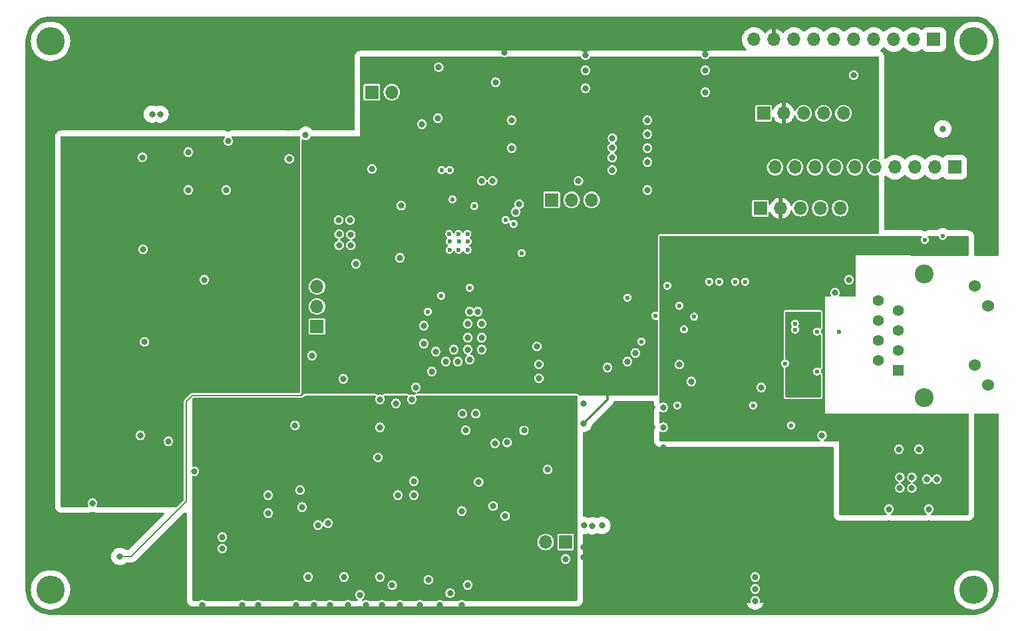
<source format=gbr>
%TF.GenerationSoftware,KiCad,Pcbnew,8.0.0*%
%TF.CreationDate,2024-03-13T17:22:47+01:00*%
%TF.ProjectId,BalloonMotherboardV3,42616c6c-6f6f-46e4-9d6f-74686572626f,rev?*%
%TF.SameCoordinates,Original*%
%TF.FileFunction,Copper,L2,Inr*%
%TF.FilePolarity,Positive*%
%FSLAX46Y46*%
G04 Gerber Fmt 4.6, Leading zero omitted, Abs format (unit mm)*
G04 Created by KiCad (PCBNEW 8.0.0) date 2024-03-13 17:22:47*
%MOMM*%
%LPD*%
G01*
G04 APERTURE LIST*
%TA.AperFunction,ComponentPad*%
%ADD10C,3.600000*%
%TD*%
%TA.AperFunction,ComponentPad*%
%ADD11R,1.700000X1.700000*%
%TD*%
%TA.AperFunction,ComponentPad*%
%ADD12O,1.700000X1.700000*%
%TD*%
%TA.AperFunction,ComponentPad*%
%ADD13R,1.400000X1.400000*%
%TD*%
%TA.AperFunction,ComponentPad*%
%ADD14C,1.400000*%
%TD*%
%TA.AperFunction,ComponentPad*%
%ADD15C,1.530000*%
%TD*%
%TA.AperFunction,ComponentPad*%
%ADD16C,2.400000*%
%TD*%
%TA.AperFunction,ViaPad*%
%ADD17C,0.800000*%
%TD*%
%TA.AperFunction,ViaPad*%
%ADD18C,0.600000*%
%TD*%
%TA.AperFunction,Conductor*%
%ADD19C,0.200000*%
%TD*%
%TA.AperFunction,Conductor*%
%ADD20C,0.300000*%
%TD*%
G04 APERTURE END LIST*
D10*
%TO.N,N/C*%
%TO.C,H1*%
X49530000Y-102235000D03*
%TD*%
D11*
%TO.N,+5V*%
%TO.C,scl0*%
X140263800Y-111404400D03*
D12*
%TO.N,+3V3*%
X142803800Y-111404400D03*
%TO.N,GND*%
X145343800Y-111404400D03*
%TO.N,/scl1*%
X147883800Y-111404400D03*
%TO.N,/sda1*%
X150423800Y-111404400D03*
%TD*%
D11*
%TO.N,GND*%
%TO.C,JHVA1*%
X115067000Y-165989000D03*
D12*
%TO.N,Net-(JH1-B)*%
X112527000Y-165989000D03*
%TD*%
D11*
%TO.N,Net-(J6-Pin_1)*%
%TO.C,J6*%
X161920000Y-102006400D03*
D12*
%TO.N,Net-(J6-Pin_2)*%
X159380000Y-102006400D03*
%TO.N,Net-(J6-Pin_3)*%
X156840000Y-102006400D03*
%TO.N,Net-(J6-Pin_4)*%
X154300000Y-102006400D03*
%TO.N,Net-(J6-Pin_5)*%
X151760000Y-102006400D03*
%TO.N,Net-(J6-Pin_6)*%
X149220000Y-102006400D03*
%TO.N,Net-(J6-Pin_7)*%
X146680000Y-102006400D03*
%TO.N,Net-(J6-Pin_8)*%
X144140000Y-102006400D03*
%TO.N,GND*%
X141600000Y-102006400D03*
%TO.N,+5V*%
X139060000Y-102006400D03*
%TD*%
D10*
%TO.N,N/C*%
%TO.C,H3*%
X167005000Y-172085000D03*
%TD*%
D13*
%TO.N,/TXP*%
%TO.C,J3*%
X157380000Y-144145000D03*
D14*
%TO.N,Net-(C9-Pad2)*%
X154840000Y-142875000D03*
%TO.N,/TXN*%
X157380000Y-141605000D03*
%TO.N,/RXP*%
X154840000Y-140335000D03*
%TO.N,Net-(C53-Pad1)*%
X157380000Y-139065000D03*
%TO.N,/RXN*%
X154840000Y-137795000D03*
%TO.N,unconnected-(J3-Pad7)*%
X157380000Y-136525000D03*
%TO.N,Net-(J3-GND)*%
X154840000Y-135255000D03*
D15*
%TO.N,Net-(J3-Pad9)*%
X168810000Y-146025000D03*
%TO.N,/3.3V_LAN*%
X167110000Y-143485000D03*
%TO.N,Net-(J3-Pad11)*%
X168810000Y-135915000D03*
%TO.N,/3.3V_LAN*%
X167110000Y-133375000D03*
D16*
%TO.N,Net-(J3-GND)*%
X160680000Y-147575000D03*
X160680000Y-131825000D03*
%TD*%
D10*
%TO.N,N/C*%
%TO.C,H2*%
X49530000Y-172085000D03*
%TD*%
D11*
%TO.N,Net-(J5-Pin_1)*%
%TO.C,J5*%
X164587000Y-118262400D03*
D12*
%TO.N,Net-(J5-Pin_2)*%
X162047000Y-118262400D03*
%TO.N,Net-(J5-Pin_3)*%
X159507000Y-118262400D03*
%TO.N,Net-(J5-Pin_4)*%
X156967000Y-118262400D03*
%TO.N,Net-(J5-Pin_5)*%
X154427000Y-118262400D03*
%TO.N,Net-(J5-Pin_6)*%
X151887000Y-118262400D03*
%TO.N,Net-(J5-Pin_7)*%
X149347000Y-118262400D03*
%TO.N,Net-(J5-Pin_8)*%
X146807000Y-118262400D03*
%TO.N,GND*%
X144267000Y-118262400D03*
%TO.N,+5V*%
X141727000Y-118262400D03*
%TD*%
D11*
%TO.N,+5V*%
%TO.C,scl1*%
X139857400Y-123494800D03*
D12*
%TO.N,+3V3*%
X142397400Y-123494800D03*
%TO.N,GND*%
X144937400Y-123494800D03*
%TO.N,/scl0*%
X147477400Y-123494800D03*
%TO.N,/sda0*%
X150017400Y-123494800D03*
%TD*%
D10*
%TO.N,N/C*%
%TO.C,H4*%
X167005000Y-102235000D03*
%TD*%
D11*
%TO.N,VBUS*%
%TO.C,JB_or_U1*%
X113299000Y-122428000D03*
D12*
%TO.N,+5V*%
X115839000Y-122428000D03*
%TO.N,/Vin_reg*%
X118379000Y-122428000D03*
%TD*%
D11*
%TO.N,/~{USB_BOOT}*%
%TO.C,J4*%
X90419000Y-108712000D03*
D12*
%TO.N,GND*%
X92959000Y-108712000D03*
%TD*%
D11*
%TO.N,+28V*%
%TO.C,J5V2*%
X83439000Y-138542000D03*
D12*
%TO.N,Net-(J5V2-Pin_2)*%
X83439000Y-136002000D03*
%TO.N,+5V*%
X83439000Y-133462000D03*
%TD*%
D17*
%TO.N,GND*%
X71400000Y-110000000D03*
X77216000Y-160020000D03*
X80645000Y-151130000D03*
X117348000Y-166624000D03*
X129540000Y-165354000D03*
X104394000Y-141478000D03*
X109169200Y-122986800D03*
X69088000Y-132588000D03*
X138328400Y-156667200D03*
D18*
X136652000Y-132842000D03*
D17*
X56896000Y-103886000D03*
X117602000Y-104013000D03*
X66040000Y-173990000D03*
X149352000Y-134239000D03*
X115062000Y-168148000D03*
X129286000Y-158496000D03*
D18*
X100300000Y-128790000D03*
X134620000Y-132842000D03*
D17*
X85090000Y-173990000D03*
X104009000Y-158343600D03*
X89662000Y-173990000D03*
X54328000Y-105918000D03*
D18*
X101470000Y-128790000D03*
D17*
X91440000Y-151384000D03*
X159131000Y-157734000D03*
X161290000Y-161798000D03*
X97028000Y-140716000D03*
D18*
X144272000Y-138938000D03*
D17*
X100838000Y-141478000D03*
X107391200Y-162661600D03*
X131064000Y-170434000D03*
X86200000Y-125000000D03*
X102616000Y-141478000D03*
X138430000Y-159258000D03*
X141986000Y-164338000D03*
D18*
X129286000Y-148590000D03*
D17*
X129540000Y-169164000D03*
X67056000Y-116332000D03*
X141986000Y-165862000D03*
X101854000Y-173990000D03*
X71374000Y-165354000D03*
X136906000Y-165354000D03*
X131064000Y-166624000D03*
D18*
X101480000Y-127730000D03*
D17*
X108712000Y-123952000D03*
X139954000Y-146304000D03*
D18*
X109474000Y-129193426D03*
D17*
X98806000Y-112014000D03*
D18*
X147066000Y-144272000D03*
X85852000Y-109474000D03*
D17*
X101346000Y-143002000D03*
X131064000Y-167894000D03*
D18*
X102580000Y-126750000D03*
D17*
X132842000Y-103886000D03*
X68834000Y-173990000D03*
X162966400Y-108254800D03*
X90424000Y-118491000D03*
D18*
X138938000Y-148590000D03*
D17*
X71400000Y-166800000D03*
D18*
X97536000Y-136652000D03*
D17*
X134112000Y-166624000D03*
X125476000Y-117602000D03*
X156210000Y-161798000D03*
D18*
X124714000Y-140462000D03*
D17*
X141986000Y-161544000D03*
X127508000Y-153924000D03*
X102870000Y-136652000D03*
X143256000Y-169164000D03*
X143256000Y-172974000D03*
X74800000Y-103200000D03*
X125476000Y-121158000D03*
X111658400Y-143357600D03*
D18*
X100330000Y-118618000D03*
D17*
X98552000Y-141732000D03*
X75438000Y-109728000D03*
X107315000Y-101346000D03*
X81534000Y-161544000D03*
X108204000Y-112268000D03*
X104394000Y-120015000D03*
X86250000Y-128200000D03*
D18*
X143002000Y-143256000D03*
D17*
X104394000Y-138176000D03*
X77216000Y-162306000D03*
X87376000Y-173990000D03*
X67818000Y-156972000D03*
X105791000Y-120015000D03*
D18*
X99247000Y-134620000D03*
D17*
X135382000Y-156718000D03*
X142138400Y-157937200D03*
X67056000Y-121158000D03*
X101854000Y-162052000D03*
X147701000Y-152400000D03*
X93980000Y-173990000D03*
X132588000Y-165354000D03*
X83566000Y-163830000D03*
X111404400Y-141071600D03*
X86868000Y-170434000D03*
X91440000Y-170434000D03*
X87650000Y-125000000D03*
X151130000Y-132588000D03*
X52042000Y-108966000D03*
X104394000Y-139954000D03*
X61200000Y-117000000D03*
X136906000Y-157226000D03*
X99822000Y-143002000D03*
X111658400Y-145135600D03*
D18*
X143764000Y-151130000D03*
X128016000Y-133350000D03*
D17*
X71882000Y-121158000D03*
X103886000Y-136652000D03*
X129540000Y-156972000D03*
X74900000Y-105800000D03*
X157607000Y-159131000D03*
X129540000Y-166624000D03*
X97028000Y-138430000D03*
X125476000Y-115824000D03*
X133858000Y-156718000D03*
X139852400Y-156718000D03*
X137922000Y-157988000D03*
X132842000Y-105918000D03*
D18*
X86357620Y-106933841D03*
D17*
X61500000Y-140500000D03*
X60960000Y-152400000D03*
D18*
X100280000Y-126750000D03*
X144244000Y-138176000D03*
X126492000Y-137160000D03*
D17*
X132842000Y-108712000D03*
X151748000Y-106536000D03*
X135636000Y-165354000D03*
X134112000Y-165354000D03*
X131064000Y-169164000D03*
X94129248Y-123167752D03*
X143103600Y-159308800D03*
X79800000Y-113200000D03*
X125476000Y-112268000D03*
X130810000Y-156718000D03*
X160020000Y-154178000D03*
X132334000Y-156718000D03*
X86250000Y-126800000D03*
X80772000Y-173990000D03*
X73400000Y-108000000D03*
X132588000Y-166624000D03*
D18*
X146399998Y-159465174D03*
D17*
X98933000Y-105537000D03*
X131064000Y-145542000D03*
X80264000Y-106299000D03*
X117602000Y-105918000D03*
X99060000Y-173990000D03*
X102362000Y-151765000D03*
X63500000Y-173990000D03*
X129540000Y-167894000D03*
X95758000Y-158242000D03*
X91694000Y-173990000D03*
X88392000Y-130556000D03*
X82804000Y-142240000D03*
X102616000Y-138176000D03*
X139801600Y-157835600D03*
X102870000Y-142748000D03*
D18*
X122936000Y-134874000D03*
D17*
X82296000Y-170434000D03*
X159131000Y-159131000D03*
D18*
X99314000Y-118618000D03*
D17*
X135636000Y-166624000D03*
X96520000Y-173990000D03*
X75946000Y-173990000D03*
X127508000Y-151384000D03*
X93980000Y-129794000D03*
D18*
X133350000Y-132842000D03*
D17*
X87750000Y-128200000D03*
D18*
X167259000Y-164846000D03*
D17*
X117348000Y-167894000D03*
X141935200Y-156718000D03*
D18*
X147066000Y-139192000D03*
X102600000Y-128790000D03*
X137922000Y-132842000D03*
D17*
X157607000Y-157734000D03*
X95758000Y-160020000D03*
X61300000Y-128700000D03*
X71882000Y-112776000D03*
X80264000Y-104013000D03*
X143256000Y-171196000D03*
X107315000Y-103632000D03*
X108204000Y-115824000D03*
X81280000Y-159385000D03*
X125476000Y-114046000D03*
X66100000Y-111200000D03*
D18*
X100310000Y-127730000D03*
D17*
X157480000Y-154178000D03*
D18*
X101450000Y-126750000D03*
D17*
X73914000Y-173990000D03*
X160629600Y-104749600D03*
X65000000Y-169600000D03*
X86791600Y-145200000D03*
D18*
X102610000Y-127730000D03*
D17*
X54328000Y-112014000D03*
X102616000Y-171450000D03*
X117602000Y-108204000D03*
X87750000Y-126850000D03*
X138329812Y-160754094D03*
X83058000Y-173990000D03*
X131064000Y-165354000D03*
X105867200Y-161407512D03*
X127508000Y-148844000D03*
D18*
X129540000Y-135890000D03*
D17*
X93726000Y-160020000D03*
X141274800Y-159054800D03*
X102616000Y-139954000D03*
%TO.N,V_Batt*%
X118460220Y-163907492D03*
X119684800Y-163880800D03*
X117449600Y-163880800D03*
%TO.N,8V{slash}3A Buck Conv*%
X139192000Y-170434000D03*
X121031000Y-114554000D03*
X139192000Y-171958000D03*
X121005600Y-115773200D03*
X121005600Y-118618000D03*
X139192000Y-173482000D03*
X121005600Y-117043200D03*
%TO.N,VBUS*%
X106172000Y-107442000D03*
D18*
%TO.N,+3V3*%
X82677000Y-128397000D03*
X83312000Y-130556000D03*
D17*
X58355000Y-167827525D03*
D18*
X99314000Y-125730000D03*
X106934000Y-119380000D03*
D17*
X154432000Y-125984000D03*
X92964000Y-111758000D03*
D18*
X101092000Y-125476000D03*
D17*
X86360000Y-137160000D03*
D18*
X99060000Y-129540000D03*
X105918000Y-118364000D03*
X100584000Y-121412000D03*
D17*
X95250000Y-113030000D03*
D18*
X105918000Y-117348000D03*
D17*
X124460000Y-128524000D03*
D18*
X106934000Y-117348000D03*
D17*
X110845600Y-138734800D03*
D18*
X96774000Y-124714000D03*
D17*
X96915191Y-141844811D03*
X101027000Y-110236000D03*
D18*
X106934000Y-118364000D03*
X102108000Y-130302000D03*
D17*
X117348000Y-150876000D03*
D18*
%TO.N,+1V1*%
X102870000Y-133604000D03*
X100656574Y-122355426D03*
X103448000Y-123200000D03*
D17*
%TO.N,+5V*%
X161036000Y-157988000D03*
X117348000Y-148336000D03*
X62456000Y-111506000D03*
X163068000Y-113385600D03*
X116713000Y-120030000D03*
X162306000Y-157988000D03*
X63472000Y-111506000D03*
X98044000Y-144272000D03*
X96774000Y-112776000D03*
%TO.N,+28V*%
X103632000Y-149656800D03*
X101955600Y-149656800D03*
%TO.N,/in+2*%
X109778800Y-151790400D03*
X112776000Y-156768800D03*
%TO.N,/cs_sd*%
X72136000Y-114935000D03*
X82000000Y-114200000D03*
X79900000Y-117200000D03*
%TO.N,/H:7*%
X96012000Y-146304000D03*
%TO.N,/Vs_Heat*%
X84836000Y-157480000D03*
X95589822Y-163447360D03*
X84836000Y-169672000D03*
X71120000Y-159512000D03*
X110490000Y-166116000D03*
X110490000Y-167132000D03*
X82804000Y-154432000D03*
X75184000Y-169164000D03*
X70612000Y-151384000D03*
%TO.N,/3.3V_LAN*%
X153162000Y-152654000D03*
D18*
X134366000Y-148336000D03*
X146050000Y-135128000D03*
X138696000Y-140220000D03*
X145034000Y-134112000D03*
X141986000Y-136144000D03*
X130048000Y-139700000D03*
X138938000Y-134874000D03*
D17*
X154686000Y-152654000D03*
D18*
X128270000Y-148082000D03*
X144018000Y-148590000D03*
X138812397Y-142240000D03*
X136398000Y-151384000D03*
X136640000Y-138176000D03*
X134874000Y-138176000D03*
D17*
X151892000Y-152654000D03*
%TO.N,/mosi_lan*%
X129540000Y-143395000D03*
X122936000Y-143002000D03*
D18*
%TO.N,/LED_LAN_A*%
X160782000Y-127508000D03*
X130143892Y-138905765D03*
%TO.N,/LED_LAN_B*%
X163068000Y-127000000D03*
X131445000Y-137287000D03*
D17*
%TO.N,/cs_lan*%
X123952000Y-141906000D03*
X120396000Y-143764000D03*
D18*
%TO.N,/cur_mess*%
X108458000Y-125476000D03*
D17*
X107645200Y-153314400D03*
%TO.N,/in-2*%
X106070400Y-153416000D03*
D18*
X107442000Y-124968000D03*
D17*
%TO.N,/H_3*%
X84836000Y-163576000D03*
X91200000Y-155200000D03*
%TO.N,/H_4*%
X88900000Y-172720000D03*
%TO.N,/H_5*%
X93010000Y-171500000D03*
%TO.N,/H_6*%
X97600000Y-170800000D03*
%TO.N,/H_7*%
X100382000Y-172518000D03*
%TO.N,/Vox*%
X67945000Y-140589000D03*
X51816000Y-117348000D03*
X76708000Y-135128000D03*
X51816000Y-129032000D03*
X67945000Y-139065000D03*
X67945000Y-142113000D03*
X52070000Y-161036000D03*
X76708000Y-145796000D03*
X51308000Y-140716000D03*
X51816000Y-152400000D03*
%TO.N,/H:6*%
X95504000Y-147828000D03*
%TO.N,/H:4*%
X91440000Y-147828000D03*
%TO.N,/H:5*%
X93472000Y-148336000D03*
%TO.N,/A*%
X64516000Y-153162000D03*
X54864000Y-161036000D03*
D18*
%TO.N,Net-(FB1-Pad1)*%
X144056090Y-137096430D03*
X145542000Y-143764000D03*
X143510000Y-147066000D03*
X145034000Y-137414000D03*
X146812000Y-143002000D03*
%TO.N,Net-(C53-Pad1)*%
X149860000Y-139192000D03*
%TD*%
D19*
%TO.N,+3V3*%
X66802000Y-148082000D02*
X66802000Y-160782000D01*
X82600000Y-146200000D02*
X81480000Y-147320000D01*
X66802000Y-160782000D02*
X59756475Y-167827525D01*
X59756475Y-167827525D02*
X58355000Y-167827525D01*
X67564000Y-147320000D02*
X66802000Y-148082000D01*
D20*
X117348000Y-150876000D02*
X119380000Y-148844000D01*
D19*
X81480000Y-147320000D02*
X67564000Y-147320000D01*
D20*
X120396000Y-147828000D02*
X120396000Y-146812000D01*
X119380000Y-148844000D02*
X120396000Y-147828000D01*
%TD*%
%TA.AperFunction,Conductor*%
%TO.N,+3V3*%
G36*
X107004223Y-104154452D02*
G01*
X107004649Y-104153426D01*
X107090150Y-104188841D01*
X107158238Y-104217044D01*
X107236619Y-104227363D01*
X107314999Y-104237682D01*
X107315000Y-104237682D01*
X107315001Y-104237682D01*
X107367254Y-104230802D01*
X107471762Y-104217044D01*
X107548992Y-104185054D01*
X107625351Y-104153426D01*
X107625776Y-104154452D01*
X107679708Y-104140000D01*
X116921774Y-104140000D01*
X116988813Y-104159685D01*
X117034568Y-104212489D01*
X117036335Y-104216547D01*
X117077464Y-104315841D01*
X117173718Y-104441282D01*
X117299159Y-104537536D01*
X117445238Y-104598044D01*
X117523619Y-104608363D01*
X117601999Y-104618682D01*
X117602000Y-104618682D01*
X117602001Y-104618682D01*
X117654254Y-104611802D01*
X117758762Y-104598044D01*
X117904841Y-104537536D01*
X118030282Y-104441282D01*
X118126536Y-104315841D01*
X118167665Y-104216547D01*
X118211506Y-104162144D01*
X118277800Y-104140079D01*
X118282226Y-104140000D01*
X132218837Y-104140000D01*
X132285876Y-104159685D01*
X132317213Y-104188514D01*
X132338723Y-104216547D01*
X132413718Y-104314282D01*
X132539159Y-104410536D01*
X132685238Y-104471044D01*
X132763619Y-104481363D01*
X132841999Y-104491682D01*
X132842000Y-104491682D01*
X132842001Y-104491682D01*
X132894254Y-104484802D01*
X132998762Y-104471044D01*
X133144841Y-104410536D01*
X133270282Y-104314282D01*
X133366536Y-104188841D01*
X133366535Y-104188841D01*
X133366787Y-104188514D01*
X133423215Y-104147311D01*
X133465163Y-104140000D01*
X154816000Y-104140000D01*
X154883039Y-104159685D01*
X154928794Y-104212489D01*
X154940000Y-104264000D01*
X154940000Y-117153052D01*
X154920315Y-117220091D01*
X154867511Y-117265846D01*
X154798353Y-117275790D01*
X154780005Y-117271713D01*
X154760664Y-117265846D01*
X154632934Y-117227100D01*
X154632932Y-117227099D01*
X154632934Y-117227099D01*
X154427000Y-117206817D01*
X154221067Y-117227099D01*
X154023043Y-117287169D01*
X153914793Y-117345031D01*
X153840550Y-117384715D01*
X153840548Y-117384716D01*
X153840547Y-117384717D01*
X153680589Y-117515989D01*
X153549317Y-117675947D01*
X153451769Y-117858443D01*
X153391699Y-118056467D01*
X153371417Y-118262400D01*
X153391699Y-118468332D01*
X153398576Y-118491001D01*
X153451768Y-118666354D01*
X153549315Y-118848850D01*
X153583969Y-118891077D01*
X153680589Y-119008810D01*
X153726250Y-119046282D01*
X153840550Y-119140085D01*
X154023046Y-119237632D01*
X154221066Y-119297700D01*
X154221065Y-119297700D01*
X154239529Y-119299518D01*
X154427000Y-119317983D01*
X154632934Y-119297700D01*
X154780008Y-119253085D01*
X154849871Y-119252463D01*
X154908984Y-119289711D01*
X154938575Y-119353005D01*
X154940000Y-119371747D01*
X154940000Y-126670500D01*
X154920315Y-126737539D01*
X154867511Y-126783294D01*
X154816000Y-126794500D01*
X127123992Y-126794500D01*
X127080313Y-126799197D01*
X127028825Y-126810397D01*
X127018627Y-126812890D01*
X127018624Y-126812891D01*
X126937916Y-126855899D01*
X126937913Y-126855901D01*
X126885104Y-126901660D01*
X126867160Y-126919242D01*
X126867154Y-126919249D01*
X126822511Y-126999059D01*
X126822509Y-126999064D01*
X126802826Y-127066096D01*
X126802825Y-127066101D01*
X126802825Y-127066102D01*
X126797543Y-127102841D01*
X126794500Y-127124003D01*
X126794500Y-136561547D01*
X126774815Y-136628586D01*
X126722011Y-136674341D01*
X126652853Y-136684285D01*
X126635566Y-136680524D01*
X126563964Y-136659500D01*
X126563961Y-136659500D01*
X126420039Y-136659500D01*
X126420036Y-136659500D01*
X126281949Y-136700045D01*
X126160873Y-136777856D01*
X126066623Y-136886626D01*
X126066622Y-136886628D01*
X126006834Y-137017543D01*
X125986353Y-137160000D01*
X126006834Y-137302456D01*
X126066622Y-137433371D01*
X126066623Y-137433373D01*
X126160872Y-137542143D01*
X126281947Y-137619953D01*
X126281950Y-137619954D01*
X126281949Y-137619954D01*
X126420036Y-137660499D01*
X126420038Y-137660500D01*
X126420039Y-137660500D01*
X126563961Y-137660500D01*
X126635566Y-137639475D01*
X126705434Y-137639475D01*
X126764213Y-137677249D01*
X126793238Y-137740804D01*
X126794500Y-137758452D01*
X126794500Y-147196000D01*
X126774815Y-147263039D01*
X126722011Y-147308794D01*
X126670500Y-147320000D01*
X116837613Y-147320000D01*
X116770574Y-147300315D01*
X116735723Y-147262496D01*
X116734040Y-147263653D01*
X116730102Y-147257919D01*
X116730100Y-147257915D01*
X116684345Y-147205111D01*
X116684339Y-147205104D01*
X116666757Y-147187160D01*
X116666756Y-147187159D01*
X116666754Y-147187157D01*
X116666752Y-147187156D01*
X116666750Y-147187154D01*
X116586940Y-147142511D01*
X116586935Y-147142509D01*
X116519903Y-147122826D01*
X116519899Y-147122825D01*
X116519898Y-147122825D01*
X116462000Y-147114500D01*
X96247853Y-147114500D01*
X96180814Y-147094815D01*
X96135059Y-147042011D01*
X96125115Y-146972853D01*
X96154140Y-146909297D01*
X96200400Y-146875939D01*
X96314841Y-146828536D01*
X96440282Y-146732282D01*
X96536536Y-146606841D01*
X96597044Y-146460762D01*
X96617682Y-146304000D01*
X96597044Y-146147238D01*
X96536536Y-146001159D01*
X96440282Y-145875718D01*
X96314841Y-145779464D01*
X96168762Y-145718956D01*
X96168760Y-145718955D01*
X96012001Y-145698318D01*
X96011999Y-145698318D01*
X95855239Y-145718955D01*
X95855237Y-145718956D01*
X95709160Y-145779463D01*
X95583718Y-145875718D01*
X95487463Y-146001160D01*
X95426956Y-146147237D01*
X95426955Y-146147239D01*
X95406318Y-146303998D01*
X95406318Y-146304001D01*
X95426955Y-146460760D01*
X95426956Y-146460762D01*
X95487464Y-146606841D01*
X95583718Y-146732282D01*
X95709159Y-146828536D01*
X95855238Y-146889044D01*
X95964496Y-146903428D01*
X96028390Y-146931693D01*
X96066862Y-146990017D01*
X96067694Y-147059882D01*
X96030622Y-147119106D01*
X95998400Y-147137313D01*
X95999272Y-147139177D01*
X95991662Y-147142736D01*
X95914812Y-147192311D01*
X95914805Y-147192317D01*
X95865072Y-147243250D01*
X95804152Y-147277463D01*
X95734406Y-147273308D01*
X95728909Y-147271183D01*
X95660762Y-147242956D01*
X95660760Y-147242955D01*
X95504001Y-147222318D01*
X95503999Y-147222318D01*
X95347239Y-147242955D01*
X95347237Y-147242956D01*
X95311124Y-147257915D01*
X95279100Y-147271180D01*
X95277772Y-147271730D01*
X95208302Y-147279199D01*
X95145823Y-147247924D01*
X95136614Y-147238381D01*
X95107786Y-147205111D01*
X95107785Y-147205110D01*
X95107779Y-147205103D01*
X95090198Y-147187160D01*
X95090197Y-147187159D01*
X95090195Y-147187157D01*
X95090193Y-147187156D01*
X95090191Y-147187154D01*
X95010381Y-147142511D01*
X95010376Y-147142509D01*
X94943344Y-147122826D01*
X94943340Y-147122825D01*
X94943339Y-147122825D01*
X94885441Y-147114500D01*
X92058559Y-147114500D01*
X92058551Y-147114500D01*
X92006550Y-147121189D01*
X91945839Y-147137070D01*
X91945831Y-147137072D01*
X91927660Y-147142738D01*
X91850812Y-147192311D01*
X91850805Y-147192317D01*
X91801072Y-147243250D01*
X91740152Y-147277463D01*
X91670406Y-147273308D01*
X91664909Y-147271183D01*
X91596762Y-147242956D01*
X91596760Y-147242955D01*
X91440001Y-147222318D01*
X91439999Y-147222318D01*
X91283239Y-147242955D01*
X91283237Y-147242956D01*
X91247124Y-147257915D01*
X91215100Y-147271180D01*
X91213772Y-147271730D01*
X91144302Y-147279199D01*
X91081823Y-147247924D01*
X91072614Y-147238381D01*
X91043786Y-147205111D01*
X91043785Y-147205110D01*
X91043779Y-147205103D01*
X91026198Y-147187160D01*
X91026197Y-147187159D01*
X91026195Y-147187157D01*
X91026193Y-147187156D01*
X91026191Y-147187154D01*
X90946381Y-147142511D01*
X90946376Y-147142509D01*
X90879344Y-147122826D01*
X90879340Y-147122825D01*
X90879339Y-147122825D01*
X90821441Y-147114500D01*
X81956333Y-147114500D01*
X81956332Y-147114500D01*
X81934352Y-147115678D01*
X81908005Y-147118511D01*
X81908003Y-147118512D01*
X81831492Y-147142470D01*
X81831487Y-147142471D01*
X81770159Y-147175960D01*
X81723351Y-147211001D01*
X81723337Y-147211013D01*
X81650668Y-147283682D01*
X81589344Y-147317166D01*
X81562987Y-147320000D01*
X81492302Y-147320000D01*
X81425263Y-147300315D01*
X81379508Y-147247511D01*
X81369564Y-147178353D01*
X81398589Y-147114797D01*
X81405508Y-147107439D01*
X81412843Y-147100254D01*
X81457490Y-147020437D01*
X81477175Y-146953398D01*
X81485500Y-146895500D01*
X81485500Y-145200001D01*
X86185918Y-145200001D01*
X86206555Y-145356760D01*
X86206556Y-145356762D01*
X86267064Y-145502841D01*
X86363318Y-145628282D01*
X86488759Y-145724536D01*
X86634838Y-145785044D01*
X86713219Y-145795363D01*
X86791599Y-145805682D01*
X86791600Y-145805682D01*
X86791601Y-145805682D01*
X86843854Y-145798802D01*
X86948362Y-145785044D01*
X87094441Y-145724536D01*
X87219882Y-145628282D01*
X87316136Y-145502841D01*
X87376644Y-145356762D01*
X87397282Y-145200000D01*
X87388804Y-145135601D01*
X111052718Y-145135601D01*
X111073355Y-145292360D01*
X111073356Y-145292362D01*
X111100030Y-145356760D01*
X111133864Y-145438441D01*
X111230118Y-145563882D01*
X111355559Y-145660136D01*
X111501638Y-145720644D01*
X111531201Y-145724536D01*
X111658399Y-145741282D01*
X111658400Y-145741282D01*
X111658401Y-145741282D01*
X111710654Y-145734402D01*
X111815162Y-145720644D01*
X111961241Y-145660136D01*
X112086682Y-145563882D01*
X112182936Y-145438441D01*
X112243444Y-145292362D01*
X112264082Y-145135600D01*
X112243444Y-144978838D01*
X112182936Y-144832759D01*
X112086682Y-144707318D01*
X111961241Y-144611064D01*
X111815162Y-144550556D01*
X111815160Y-144550555D01*
X111658401Y-144529918D01*
X111658399Y-144529918D01*
X111501639Y-144550555D01*
X111501637Y-144550556D01*
X111355560Y-144611063D01*
X111230118Y-144707318D01*
X111133863Y-144832760D01*
X111073356Y-144978837D01*
X111073355Y-144978839D01*
X111052718Y-145135598D01*
X111052718Y-145135601D01*
X87388804Y-145135601D01*
X87376644Y-145043238D01*
X87316136Y-144897159D01*
X87219882Y-144771718D01*
X87094441Y-144675464D01*
X86948362Y-144614956D01*
X86948360Y-144614955D01*
X86791601Y-144594318D01*
X86791599Y-144594318D01*
X86634839Y-144614955D01*
X86634837Y-144614956D01*
X86488760Y-144675463D01*
X86363318Y-144771718D01*
X86267063Y-144897160D01*
X86206556Y-145043237D01*
X86206555Y-145043239D01*
X86185918Y-145199998D01*
X86185918Y-145200001D01*
X81485500Y-145200001D01*
X81485500Y-144272001D01*
X97438318Y-144272001D01*
X97458955Y-144428760D01*
X97458956Y-144428762D01*
X97519464Y-144574841D01*
X97615718Y-144700282D01*
X97741159Y-144796536D01*
X97887238Y-144857044D01*
X97965619Y-144867363D01*
X98043999Y-144877682D01*
X98044000Y-144877682D01*
X98044001Y-144877682D01*
X98096254Y-144870802D01*
X98200762Y-144857044D01*
X98346841Y-144796536D01*
X98472282Y-144700282D01*
X98568536Y-144574841D01*
X98629044Y-144428762D01*
X98649682Y-144272000D01*
X98629044Y-144115238D01*
X98568536Y-143969159D01*
X98472282Y-143843718D01*
X98346841Y-143747464D01*
X98200762Y-143686956D01*
X98200760Y-143686955D01*
X98044001Y-143666318D01*
X98043999Y-143666318D01*
X97887239Y-143686955D01*
X97887237Y-143686956D01*
X97741160Y-143747463D01*
X97615718Y-143843718D01*
X97519463Y-143969160D01*
X97458956Y-144115237D01*
X97458955Y-144115239D01*
X97438318Y-144271998D01*
X97438318Y-144272001D01*
X81485500Y-144272001D01*
X81485500Y-143002001D01*
X99216318Y-143002001D01*
X99236955Y-143158760D01*
X99236956Y-143158762D01*
X99270383Y-143239463D01*
X99297464Y-143304841D01*
X99393718Y-143430282D01*
X99519159Y-143526536D01*
X99665238Y-143587044D01*
X99743619Y-143597363D01*
X99821999Y-143607682D01*
X99822000Y-143607682D01*
X99822001Y-143607682D01*
X99874254Y-143600802D01*
X99978762Y-143587044D01*
X100124841Y-143526536D01*
X100250282Y-143430282D01*
X100346536Y-143304841D01*
X100407044Y-143158762D01*
X100427682Y-143002001D01*
X100740318Y-143002001D01*
X100760955Y-143158760D01*
X100760956Y-143158762D01*
X100794383Y-143239463D01*
X100821464Y-143304841D01*
X100917718Y-143430282D01*
X101043159Y-143526536D01*
X101189238Y-143587044D01*
X101267619Y-143597363D01*
X101345999Y-143607682D01*
X101346000Y-143607682D01*
X101346001Y-143607682D01*
X101398254Y-143600802D01*
X101502762Y-143587044D01*
X101648841Y-143526536D01*
X101774282Y-143430282D01*
X101830052Y-143357601D01*
X111052718Y-143357601D01*
X111073355Y-143514360D01*
X111073356Y-143514362D01*
X111111826Y-143607238D01*
X111133864Y-143660441D01*
X111230118Y-143785882D01*
X111355559Y-143882136D01*
X111501638Y-143942644D01*
X111580019Y-143952963D01*
X111658399Y-143963282D01*
X111658400Y-143963282D01*
X111658401Y-143963282D01*
X111710654Y-143956402D01*
X111815162Y-143942644D01*
X111961241Y-143882136D01*
X112086682Y-143785882D01*
X112103472Y-143764001D01*
X119790318Y-143764001D01*
X119810955Y-143920760D01*
X119810956Y-143920762D01*
X119871464Y-144066841D01*
X119967718Y-144192282D01*
X120093159Y-144288536D01*
X120239238Y-144349044D01*
X120317619Y-144359363D01*
X120395999Y-144369682D01*
X120396000Y-144369682D01*
X120396001Y-144369682D01*
X120448254Y-144362802D01*
X120552762Y-144349044D01*
X120698841Y-144288536D01*
X120824282Y-144192282D01*
X120920536Y-144066841D01*
X120981044Y-143920762D01*
X121001682Y-143764000D01*
X120981044Y-143607238D01*
X120920536Y-143461159D01*
X120824282Y-143335718D01*
X120698841Y-143239464D01*
X120552762Y-143178956D01*
X120552760Y-143178955D01*
X120396001Y-143158318D01*
X120395999Y-143158318D01*
X120239239Y-143178955D01*
X120239237Y-143178956D01*
X120093160Y-143239463D01*
X119967718Y-143335718D01*
X119871463Y-143461160D01*
X119810956Y-143607237D01*
X119810955Y-143607239D01*
X119790318Y-143763998D01*
X119790318Y-143764001D01*
X112103472Y-143764001D01*
X112182936Y-143660441D01*
X112243444Y-143514362D01*
X112264082Y-143357600D01*
X112243444Y-143200838D01*
X112182936Y-143054759D01*
X112142453Y-143002001D01*
X122330318Y-143002001D01*
X122350955Y-143158760D01*
X122350956Y-143158762D01*
X122384383Y-143239463D01*
X122411464Y-143304841D01*
X122507718Y-143430282D01*
X122633159Y-143526536D01*
X122779238Y-143587044D01*
X122857619Y-143597363D01*
X122935999Y-143607682D01*
X122936000Y-143607682D01*
X122936001Y-143607682D01*
X122988254Y-143600802D01*
X123092762Y-143587044D01*
X123238841Y-143526536D01*
X123364282Y-143430282D01*
X123460536Y-143304841D01*
X123521044Y-143158762D01*
X123541682Y-143002000D01*
X123521044Y-142845238D01*
X123460536Y-142699159D01*
X123364282Y-142573718D01*
X123238841Y-142477464D01*
X123160852Y-142445160D01*
X123092762Y-142416956D01*
X123092760Y-142416955D01*
X122936001Y-142396318D01*
X122935999Y-142396318D01*
X122779239Y-142416955D01*
X122779237Y-142416956D01*
X122633160Y-142477463D01*
X122507718Y-142573718D01*
X122411463Y-142699160D01*
X122350956Y-142845237D01*
X122350955Y-142845239D01*
X122330318Y-143001998D01*
X122330318Y-143002001D01*
X112142453Y-143002001D01*
X112086682Y-142929318D01*
X111961241Y-142833064D01*
X111815162Y-142772556D01*
X111815160Y-142772555D01*
X111658401Y-142751918D01*
X111658399Y-142751918D01*
X111501639Y-142772555D01*
X111501637Y-142772556D01*
X111355560Y-142833063D01*
X111230118Y-142929318D01*
X111133863Y-143054760D01*
X111073356Y-143200837D01*
X111073355Y-143200839D01*
X111052718Y-143357598D01*
X111052718Y-143357601D01*
X101830052Y-143357601D01*
X101870536Y-143304841D01*
X101931044Y-143158762D01*
X101951682Y-143002000D01*
X101931044Y-142845238D01*
X101870536Y-142699159D01*
X101774282Y-142573718D01*
X101648841Y-142477464D01*
X101570852Y-142445160D01*
X101502762Y-142416956D01*
X101502760Y-142416955D01*
X101346001Y-142396318D01*
X101345999Y-142396318D01*
X101189239Y-142416955D01*
X101189237Y-142416956D01*
X101043160Y-142477463D01*
X100917718Y-142573718D01*
X100821463Y-142699160D01*
X100760956Y-142845237D01*
X100760955Y-142845239D01*
X100740318Y-143001998D01*
X100740318Y-143002001D01*
X100427682Y-143002001D01*
X100427682Y-143002000D01*
X100407044Y-142845238D01*
X100346536Y-142699159D01*
X100250282Y-142573718D01*
X100124841Y-142477464D01*
X100046852Y-142445160D01*
X99978762Y-142416956D01*
X99978760Y-142416955D01*
X99822001Y-142396318D01*
X99821999Y-142396318D01*
X99665239Y-142416955D01*
X99665237Y-142416956D01*
X99519160Y-142477463D01*
X99393718Y-142573718D01*
X99297463Y-142699160D01*
X99236956Y-142845237D01*
X99236955Y-142845239D01*
X99216318Y-143001998D01*
X99216318Y-143002001D01*
X81485500Y-143002001D01*
X81485500Y-142240001D01*
X82198318Y-142240001D01*
X82218955Y-142396760D01*
X82218956Y-142396762D01*
X82258008Y-142491043D01*
X82279464Y-142542841D01*
X82375718Y-142668282D01*
X82501159Y-142764536D01*
X82647238Y-142825044D01*
X82708149Y-142833063D01*
X82803999Y-142845682D01*
X82804000Y-142845682D01*
X82804001Y-142845682D01*
X82856254Y-142838802D01*
X82960762Y-142825044D01*
X83106841Y-142764536D01*
X83232282Y-142668282D01*
X83328536Y-142542841D01*
X83389044Y-142396762D01*
X83409682Y-142240000D01*
X83389044Y-142083238D01*
X83328536Y-141937159D01*
X83232282Y-141811718D01*
X83128392Y-141732001D01*
X97946318Y-141732001D01*
X97966955Y-141888760D01*
X97966956Y-141888762D01*
X98027464Y-142034841D01*
X98123718Y-142160282D01*
X98249159Y-142256536D01*
X98395238Y-142317044D01*
X98473619Y-142327363D01*
X98551999Y-142337682D01*
X98552000Y-142337682D01*
X98552001Y-142337682D01*
X98604254Y-142330802D01*
X98708762Y-142317044D01*
X98854841Y-142256536D01*
X98980282Y-142160282D01*
X99076536Y-142034841D01*
X99137044Y-141888762D01*
X99151252Y-141780839D01*
X99157682Y-141732001D01*
X99157682Y-141731998D01*
X99137044Y-141575239D01*
X99137044Y-141575238D01*
X99096767Y-141478001D01*
X100232318Y-141478001D01*
X100252955Y-141634760D01*
X100252956Y-141634762D01*
X100300373Y-141749238D01*
X100313464Y-141780841D01*
X100409718Y-141906282D01*
X100535159Y-142002536D01*
X100681238Y-142063044D01*
X100759619Y-142073363D01*
X100837999Y-142083682D01*
X100838000Y-142083682D01*
X100838001Y-142083682D01*
X100890254Y-142076802D01*
X100994762Y-142063044D01*
X101140841Y-142002536D01*
X101266282Y-141906282D01*
X101362536Y-141780841D01*
X101423044Y-141634762D01*
X101443682Y-141478001D01*
X102010318Y-141478001D01*
X102030955Y-141634760D01*
X102030956Y-141634762D01*
X102078373Y-141749238D01*
X102091464Y-141780841D01*
X102187718Y-141906282D01*
X102313159Y-142002536D01*
X102459238Y-142063044D01*
X102459239Y-142063044D01*
X102466670Y-142066122D01*
X102521074Y-142109963D01*
X102543139Y-142176257D01*
X102525860Y-142243956D01*
X102494706Y-142279057D01*
X102441721Y-142319715D01*
X102441719Y-142319716D01*
X102441718Y-142319718D01*
X102430543Y-142334282D01*
X102345463Y-142445160D01*
X102284956Y-142591237D01*
X102284955Y-142591239D01*
X102264318Y-142747998D01*
X102264318Y-142748001D01*
X102284955Y-142904760D01*
X102284956Y-142904762D01*
X102325232Y-143001998D01*
X102345464Y-143050841D01*
X102441718Y-143176282D01*
X102567159Y-143272536D01*
X102713238Y-143333044D01*
X102791619Y-143343363D01*
X102869999Y-143353682D01*
X102870000Y-143353682D01*
X102870001Y-143353682D01*
X102922254Y-143346802D01*
X103026762Y-143333044D01*
X103172841Y-143272536D01*
X103298282Y-143176282D01*
X103394536Y-143050841D01*
X103455044Y-142904762D01*
X103475682Y-142748000D01*
X103455044Y-142591238D01*
X103394536Y-142445159D01*
X103298282Y-142319718D01*
X103172841Y-142223464D01*
X103026762Y-142162956D01*
X103026761Y-142162955D01*
X103019328Y-142159877D01*
X102964925Y-142116036D01*
X102942860Y-142049742D01*
X102960139Y-141982043D01*
X102991295Y-141946940D01*
X103044282Y-141906282D01*
X103140536Y-141780841D01*
X103201044Y-141634762D01*
X103221682Y-141478001D01*
X103788318Y-141478001D01*
X103808955Y-141634760D01*
X103808956Y-141634762D01*
X103856373Y-141749238D01*
X103869464Y-141780841D01*
X103965718Y-141906282D01*
X104091159Y-142002536D01*
X104237238Y-142063044D01*
X104315619Y-142073363D01*
X104393999Y-142083682D01*
X104394000Y-142083682D01*
X104394001Y-142083682D01*
X104446254Y-142076802D01*
X104550762Y-142063044D01*
X104696841Y-142002536D01*
X104822282Y-141906282D01*
X104822498Y-141906001D01*
X123346318Y-141906001D01*
X123366955Y-142062760D01*
X123366956Y-142062762D01*
X123427464Y-142208841D01*
X123523718Y-142334282D01*
X123649159Y-142430536D01*
X123795238Y-142491044D01*
X123873619Y-142501363D01*
X123951999Y-142511682D01*
X123952000Y-142511682D01*
X123952001Y-142511682D01*
X124004254Y-142504802D01*
X124108762Y-142491044D01*
X124254841Y-142430536D01*
X124380282Y-142334282D01*
X124476536Y-142208841D01*
X124537044Y-142062762D01*
X124557682Y-141906000D01*
X124555412Y-141888760D01*
X124537044Y-141749239D01*
X124537044Y-141749238D01*
X124476536Y-141603159D01*
X124380282Y-141477718D01*
X124254841Y-141381464D01*
X124237881Y-141374439D01*
X124108762Y-141320956D01*
X124108760Y-141320955D01*
X123952001Y-141300318D01*
X123951999Y-141300318D01*
X123795239Y-141320955D01*
X123795237Y-141320956D01*
X123649160Y-141381463D01*
X123523718Y-141477718D01*
X123427463Y-141603160D01*
X123366956Y-141749237D01*
X123366955Y-141749239D01*
X123346318Y-141905998D01*
X123346318Y-141906001D01*
X104822498Y-141906001D01*
X104918536Y-141780841D01*
X104979044Y-141634762D01*
X104999682Y-141478000D01*
X104979044Y-141321238D01*
X104918536Y-141175159D01*
X104839073Y-141071601D01*
X110798718Y-141071601D01*
X110819355Y-141228360D01*
X110819356Y-141228362D01*
X110857826Y-141321238D01*
X110879864Y-141374441D01*
X110976118Y-141499882D01*
X111101559Y-141596136D01*
X111247638Y-141656644D01*
X111326019Y-141666963D01*
X111404399Y-141677282D01*
X111404400Y-141677282D01*
X111404401Y-141677282D01*
X111456654Y-141670402D01*
X111561162Y-141656644D01*
X111707241Y-141596136D01*
X111832682Y-141499882D01*
X111928936Y-141374441D01*
X111989444Y-141228362D01*
X112010082Y-141071600D01*
X111989444Y-140914838D01*
X111928936Y-140768759D01*
X111832682Y-140643318D01*
X111707241Y-140547064D01*
X111561162Y-140486556D01*
X111561160Y-140486555D01*
X111404401Y-140465918D01*
X111404399Y-140465918D01*
X111247639Y-140486555D01*
X111247637Y-140486556D01*
X111101560Y-140547063D01*
X110976118Y-140643318D01*
X110879863Y-140768760D01*
X110819356Y-140914837D01*
X110819355Y-140914839D01*
X110798718Y-141071598D01*
X110798718Y-141071601D01*
X104839073Y-141071601D01*
X104822282Y-141049718D01*
X104696841Y-140953464D01*
X104550762Y-140892956D01*
X104550760Y-140892955D01*
X104394001Y-140872318D01*
X104393999Y-140872318D01*
X104237239Y-140892955D01*
X104237237Y-140892956D01*
X104091160Y-140953463D01*
X103965718Y-141049718D01*
X103869463Y-141175160D01*
X103808956Y-141321237D01*
X103808955Y-141321239D01*
X103788318Y-141477998D01*
X103788318Y-141478001D01*
X103221682Y-141478001D01*
X103221682Y-141478000D01*
X103201044Y-141321238D01*
X103140536Y-141175159D01*
X103044282Y-141049718D01*
X102918841Y-140953464D01*
X102772762Y-140892956D01*
X102772760Y-140892955D01*
X102616001Y-140872318D01*
X102615999Y-140872318D01*
X102459239Y-140892955D01*
X102459237Y-140892956D01*
X102313160Y-140953463D01*
X102187718Y-141049718D01*
X102091463Y-141175160D01*
X102030956Y-141321237D01*
X102030955Y-141321239D01*
X102010318Y-141477998D01*
X102010318Y-141478001D01*
X101443682Y-141478001D01*
X101443682Y-141478000D01*
X101423044Y-141321238D01*
X101362536Y-141175159D01*
X101266282Y-141049718D01*
X101140841Y-140953464D01*
X100994762Y-140892956D01*
X100994760Y-140892955D01*
X100838001Y-140872318D01*
X100837999Y-140872318D01*
X100681239Y-140892955D01*
X100681237Y-140892956D01*
X100535160Y-140953463D01*
X100409718Y-141049718D01*
X100313463Y-141175160D01*
X100252956Y-141321237D01*
X100252955Y-141321239D01*
X100232318Y-141477998D01*
X100232318Y-141478001D01*
X99096767Y-141478001D01*
X99076536Y-141429159D01*
X98980282Y-141303718D01*
X98854841Y-141207464D01*
X98776852Y-141175160D01*
X98708762Y-141146956D01*
X98708760Y-141146955D01*
X98552001Y-141126318D01*
X98551999Y-141126318D01*
X98395239Y-141146955D01*
X98395237Y-141146956D01*
X98249160Y-141207463D01*
X98123718Y-141303718D01*
X98027463Y-141429160D01*
X97966956Y-141575237D01*
X97966955Y-141575239D01*
X97946318Y-141731998D01*
X97946318Y-141732001D01*
X83128392Y-141732001D01*
X83106841Y-141715464D01*
X82960762Y-141654956D01*
X82960760Y-141654955D01*
X82804001Y-141634318D01*
X82803999Y-141634318D01*
X82647239Y-141654955D01*
X82647237Y-141654956D01*
X82501160Y-141715463D01*
X82375718Y-141811718D01*
X82279463Y-141937160D01*
X82218956Y-142083237D01*
X82218955Y-142083239D01*
X82198318Y-142239998D01*
X82198318Y-142240001D01*
X81485500Y-142240001D01*
X81485500Y-140716001D01*
X96422318Y-140716001D01*
X96442955Y-140872760D01*
X96442956Y-140872762D01*
X96476383Y-140953463D01*
X96503464Y-141018841D01*
X96599718Y-141144282D01*
X96725159Y-141240536D01*
X96871238Y-141301044D01*
X96949619Y-141311363D01*
X97027999Y-141321682D01*
X97028000Y-141321682D01*
X97028001Y-141321682D01*
X97080254Y-141314802D01*
X97184762Y-141301044D01*
X97330841Y-141240536D01*
X97456282Y-141144282D01*
X97552536Y-141018841D01*
X97613044Y-140872762D01*
X97633682Y-140716000D01*
X97613044Y-140559238D01*
X97552536Y-140413159D01*
X97456282Y-140287718D01*
X97330841Y-140191464D01*
X97323994Y-140188628D01*
X97184762Y-140130956D01*
X97184760Y-140130955D01*
X97028001Y-140110318D01*
X97027999Y-140110318D01*
X96871239Y-140130955D01*
X96871237Y-140130956D01*
X96725160Y-140191463D01*
X96599718Y-140287718D01*
X96503463Y-140413160D01*
X96442956Y-140559237D01*
X96442955Y-140559239D01*
X96422318Y-140715998D01*
X96422318Y-140716001D01*
X81485500Y-140716001D01*
X81485500Y-139954001D01*
X102010318Y-139954001D01*
X102030955Y-140110760D01*
X102030956Y-140110762D01*
X102064383Y-140191463D01*
X102091464Y-140256841D01*
X102187718Y-140382282D01*
X102313159Y-140478536D01*
X102459238Y-140539044D01*
X102520149Y-140547063D01*
X102615999Y-140559682D01*
X102616000Y-140559682D01*
X102616001Y-140559682D01*
X102668254Y-140552802D01*
X102772762Y-140539044D01*
X102918841Y-140478536D01*
X103044282Y-140382282D01*
X103140536Y-140256841D01*
X103201044Y-140110762D01*
X103221682Y-139954001D01*
X103788318Y-139954001D01*
X103808955Y-140110760D01*
X103808956Y-140110762D01*
X103842383Y-140191463D01*
X103869464Y-140256841D01*
X103965718Y-140382282D01*
X104091159Y-140478536D01*
X104237238Y-140539044D01*
X104298149Y-140547063D01*
X104393999Y-140559682D01*
X104394000Y-140559682D01*
X104394001Y-140559682D01*
X104446254Y-140552802D01*
X104550762Y-140539044D01*
X104696841Y-140478536D01*
X104718391Y-140462000D01*
X124208353Y-140462000D01*
X124228834Y-140604456D01*
X124279776Y-140716001D01*
X124288623Y-140735373D01*
X124382872Y-140844143D01*
X124503947Y-140921953D01*
X124503950Y-140921954D01*
X124503949Y-140921954D01*
X124642036Y-140962499D01*
X124642038Y-140962500D01*
X124642039Y-140962500D01*
X124785962Y-140962500D01*
X124785962Y-140962499D01*
X124924053Y-140921953D01*
X125045128Y-140844143D01*
X125139377Y-140735373D01*
X125199165Y-140604457D01*
X125219647Y-140462000D01*
X125199165Y-140319543D01*
X125139377Y-140188627D01*
X125045128Y-140079857D01*
X124924053Y-140002047D01*
X124924051Y-140002046D01*
X124924049Y-140002045D01*
X124924050Y-140002045D01*
X124785963Y-139961500D01*
X124785961Y-139961500D01*
X124642039Y-139961500D01*
X124642036Y-139961500D01*
X124503949Y-140002045D01*
X124382873Y-140079856D01*
X124288623Y-140188626D01*
X124288622Y-140188628D01*
X124228834Y-140319543D01*
X124208353Y-140462000D01*
X104718391Y-140462000D01*
X104822282Y-140382282D01*
X104918536Y-140256841D01*
X104979044Y-140110762D01*
X104999682Y-139954000D01*
X104979044Y-139797238D01*
X104918536Y-139651159D01*
X104822282Y-139525718D01*
X104696841Y-139429464D01*
X104550762Y-139368956D01*
X104550760Y-139368955D01*
X104394001Y-139348318D01*
X104393999Y-139348318D01*
X104237239Y-139368955D01*
X104237237Y-139368956D01*
X104091160Y-139429463D01*
X103965718Y-139525718D01*
X103869463Y-139651160D01*
X103808956Y-139797237D01*
X103808955Y-139797239D01*
X103788318Y-139953998D01*
X103788318Y-139954001D01*
X103221682Y-139954001D01*
X103221682Y-139954000D01*
X103201044Y-139797238D01*
X103140536Y-139651159D01*
X103044282Y-139525718D01*
X102918841Y-139429464D01*
X102772762Y-139368956D01*
X102772760Y-139368955D01*
X102616001Y-139348318D01*
X102615999Y-139348318D01*
X102459239Y-139368955D01*
X102459237Y-139368956D01*
X102313160Y-139429463D01*
X102187718Y-139525718D01*
X102091463Y-139651160D01*
X102030956Y-139797237D01*
X102030955Y-139797239D01*
X102010318Y-139953998D01*
X102010318Y-139954001D01*
X81485500Y-139954001D01*
X81485500Y-139411752D01*
X82388500Y-139411752D01*
X82400131Y-139470229D01*
X82400132Y-139470230D01*
X82444447Y-139536552D01*
X82510769Y-139580867D01*
X82510770Y-139580868D01*
X82569247Y-139592499D01*
X82569250Y-139592500D01*
X82569252Y-139592500D01*
X84308750Y-139592500D01*
X84308751Y-139592499D01*
X84323568Y-139589552D01*
X84367229Y-139580868D01*
X84367229Y-139580867D01*
X84367231Y-139580867D01*
X84433552Y-139536552D01*
X84477867Y-139470231D01*
X84477867Y-139470229D01*
X84477868Y-139470229D01*
X84489499Y-139411752D01*
X84489500Y-139411750D01*
X84489500Y-138430001D01*
X96422318Y-138430001D01*
X96442955Y-138586760D01*
X96442956Y-138586762D01*
X96503464Y-138732841D01*
X96599718Y-138858282D01*
X96725159Y-138954536D01*
X96871238Y-139015044D01*
X96949619Y-139025363D01*
X97027999Y-139035682D01*
X97028000Y-139035682D01*
X97028001Y-139035682D01*
X97080254Y-139028802D01*
X97184762Y-139015044D01*
X97330841Y-138954536D01*
X97456282Y-138858282D01*
X97552536Y-138732841D01*
X97613044Y-138586762D01*
X97633682Y-138430000D01*
X97613044Y-138273238D01*
X97572767Y-138176001D01*
X102010318Y-138176001D01*
X102030955Y-138332760D01*
X102030956Y-138332762D01*
X102071232Y-138429998D01*
X102091464Y-138478841D01*
X102187718Y-138604282D01*
X102313159Y-138700536D01*
X102459238Y-138761044D01*
X102537619Y-138771363D01*
X102615999Y-138781682D01*
X102616000Y-138781682D01*
X102616001Y-138781682D01*
X102668254Y-138774802D01*
X102772762Y-138761044D01*
X102918841Y-138700536D01*
X103044282Y-138604282D01*
X103140536Y-138478841D01*
X103201044Y-138332762D01*
X103221682Y-138176001D01*
X103788318Y-138176001D01*
X103808955Y-138332760D01*
X103808956Y-138332762D01*
X103849232Y-138429998D01*
X103869464Y-138478841D01*
X103965718Y-138604282D01*
X104091159Y-138700536D01*
X104237238Y-138761044D01*
X104315619Y-138771363D01*
X104393999Y-138781682D01*
X104394000Y-138781682D01*
X104394001Y-138781682D01*
X104446254Y-138774802D01*
X104550762Y-138761044D01*
X104696841Y-138700536D01*
X104822282Y-138604282D01*
X104918536Y-138478841D01*
X104979044Y-138332762D01*
X104999682Y-138176000D01*
X104979044Y-138019238D01*
X104918536Y-137873159D01*
X104822282Y-137747718D01*
X104696841Y-137651464D01*
X104605837Y-137613769D01*
X104550762Y-137590956D01*
X104550760Y-137590955D01*
X104394001Y-137570318D01*
X104393999Y-137570318D01*
X104237239Y-137590955D01*
X104237237Y-137590956D01*
X104091160Y-137651463D01*
X103965718Y-137747718D01*
X103869463Y-137873160D01*
X103808956Y-138019237D01*
X103808955Y-138019239D01*
X103788318Y-138175998D01*
X103788318Y-138176001D01*
X103221682Y-138176001D01*
X103221682Y-138176000D01*
X103201044Y-138019238D01*
X103140536Y-137873159D01*
X103044282Y-137747718D01*
X102918841Y-137651464D01*
X102827837Y-137613769D01*
X102772762Y-137590956D01*
X102772760Y-137590955D01*
X102616001Y-137570318D01*
X102615999Y-137570318D01*
X102459239Y-137590955D01*
X102459237Y-137590956D01*
X102313160Y-137651463D01*
X102187718Y-137747718D01*
X102091463Y-137873160D01*
X102030956Y-138019237D01*
X102030955Y-138019239D01*
X102010318Y-138175998D01*
X102010318Y-138176001D01*
X97572767Y-138176001D01*
X97552536Y-138127159D01*
X97456282Y-138001718D01*
X97330841Y-137905464D01*
X97252852Y-137873160D01*
X97184762Y-137844956D01*
X97184760Y-137844955D01*
X97028001Y-137824318D01*
X97027999Y-137824318D01*
X96871239Y-137844955D01*
X96871237Y-137844956D01*
X96725160Y-137905463D01*
X96599718Y-138001718D01*
X96503463Y-138127160D01*
X96442956Y-138273237D01*
X96442955Y-138273239D01*
X96422318Y-138429998D01*
X96422318Y-138430001D01*
X84489500Y-138430001D01*
X84489500Y-137672249D01*
X84489499Y-137672247D01*
X84477868Y-137613770D01*
X84477867Y-137613769D01*
X84433552Y-137547447D01*
X84367230Y-137503132D01*
X84367229Y-137503131D01*
X84308752Y-137491500D01*
X84308748Y-137491500D01*
X82569252Y-137491500D01*
X82569247Y-137491500D01*
X82510770Y-137503131D01*
X82510769Y-137503132D01*
X82444447Y-137547447D01*
X82400132Y-137613769D01*
X82400131Y-137613770D01*
X82388500Y-137672247D01*
X82388500Y-139411752D01*
X81485500Y-139411752D01*
X81485500Y-136002000D01*
X82383417Y-136002000D01*
X82403699Y-136207932D01*
X82422484Y-136269857D01*
X82463768Y-136405954D01*
X82561315Y-136588450D01*
X82561317Y-136588452D01*
X82692589Y-136748410D01*
X82789209Y-136827702D01*
X82852550Y-136879685D01*
X83035046Y-136977232D01*
X83233066Y-137037300D01*
X83233065Y-137037300D01*
X83251529Y-137039118D01*
X83439000Y-137057583D01*
X83644934Y-137037300D01*
X83842954Y-136977232D01*
X84025450Y-136879685D01*
X84185410Y-136748410D01*
X84264531Y-136652000D01*
X97030353Y-136652000D01*
X97050834Y-136794456D01*
X97110622Y-136925371D01*
X97110623Y-136925373D01*
X97204872Y-137034143D01*
X97325947Y-137111953D01*
X97325950Y-137111954D01*
X97325949Y-137111954D01*
X97464036Y-137152499D01*
X97464038Y-137152500D01*
X97464039Y-137152500D01*
X97607962Y-137152500D01*
X97607962Y-137152499D01*
X97746053Y-137111953D01*
X97867128Y-137034143D01*
X97961377Y-136925373D01*
X98021165Y-136794457D01*
X98041647Y-136652001D01*
X102264318Y-136652001D01*
X102284955Y-136808760D01*
X102284956Y-136808762D01*
X102345464Y-136954841D01*
X102441718Y-137080282D01*
X102567159Y-137176536D01*
X102713238Y-137237044D01*
X102791619Y-137247363D01*
X102869999Y-137257682D01*
X102870000Y-137257682D01*
X102870001Y-137257682D01*
X102922254Y-137250802D01*
X103026762Y-137237044D01*
X103172841Y-137176536D01*
X103298282Y-137080282D01*
X103298284Y-137080278D01*
X103302513Y-137077034D01*
X103367682Y-137051840D01*
X103436127Y-137065878D01*
X103453487Y-137077034D01*
X103457715Y-137080278D01*
X103457718Y-137080282D01*
X103583159Y-137176536D01*
X103729238Y-137237044D01*
X103807619Y-137247363D01*
X103885999Y-137257682D01*
X103886000Y-137257682D01*
X103886001Y-137257682D01*
X103938254Y-137250802D01*
X104042762Y-137237044D01*
X104188841Y-137176536D01*
X104314282Y-137080282D01*
X104410536Y-136954841D01*
X104471044Y-136808762D01*
X104491682Y-136652000D01*
X104471044Y-136495238D01*
X104410536Y-136349159D01*
X104314282Y-136223718D01*
X104188841Y-136127464D01*
X104042762Y-136066956D01*
X104042760Y-136066955D01*
X103886001Y-136046318D01*
X103885999Y-136046318D01*
X103729239Y-136066955D01*
X103729237Y-136066956D01*
X103583157Y-136127464D01*
X103453486Y-136226965D01*
X103388317Y-136252159D01*
X103319872Y-136238121D01*
X103302514Y-136226965D01*
X103172842Y-136127464D01*
X103026762Y-136066956D01*
X103026760Y-136066955D01*
X102870001Y-136046318D01*
X102869999Y-136046318D01*
X102713239Y-136066955D01*
X102713237Y-136066956D01*
X102567160Y-136127463D01*
X102441718Y-136223718D01*
X102345463Y-136349160D01*
X102284956Y-136495237D01*
X102284955Y-136495239D01*
X102264318Y-136651998D01*
X102264318Y-136652001D01*
X98041647Y-136652001D01*
X98041647Y-136652000D01*
X98021165Y-136509543D01*
X97961377Y-136378627D01*
X97867128Y-136269857D01*
X97746053Y-136192047D01*
X97746051Y-136192046D01*
X97746049Y-136192045D01*
X97746050Y-136192045D01*
X97607963Y-136151500D01*
X97607961Y-136151500D01*
X97464039Y-136151500D01*
X97464036Y-136151500D01*
X97325949Y-136192045D01*
X97204873Y-136269856D01*
X97110623Y-136378626D01*
X97110622Y-136378628D01*
X97050834Y-136509543D01*
X97030353Y-136652000D01*
X84264531Y-136652000D01*
X84316685Y-136588450D01*
X84414232Y-136405954D01*
X84474300Y-136207934D01*
X84494583Y-136002000D01*
X84474300Y-135796066D01*
X84414232Y-135598046D01*
X84316685Y-135415550D01*
X84249721Y-135333954D01*
X84185410Y-135255589D01*
X84025452Y-135124317D01*
X84025453Y-135124317D01*
X84025450Y-135124315D01*
X83842954Y-135026768D01*
X83644934Y-134966700D01*
X83644932Y-134966699D01*
X83644934Y-134966699D01*
X83439000Y-134946417D01*
X83233067Y-134966699D01*
X83035043Y-135026769D01*
X82935545Y-135079953D01*
X82852550Y-135124315D01*
X82852548Y-135124316D01*
X82852547Y-135124317D01*
X82692589Y-135255589D01*
X82561317Y-135415547D01*
X82463769Y-135598043D01*
X82403699Y-135796067D01*
X82383417Y-136002000D01*
X81485500Y-136002000D01*
X81485500Y-134620000D01*
X98741353Y-134620000D01*
X98761834Y-134762456D01*
X98821622Y-134893371D01*
X98821623Y-134893373D01*
X98915872Y-135002143D01*
X99036947Y-135079953D01*
X99036950Y-135079954D01*
X99036949Y-135079954D01*
X99175036Y-135120499D01*
X99175038Y-135120500D01*
X99175039Y-135120500D01*
X99318962Y-135120500D01*
X99318962Y-135120499D01*
X99457053Y-135079953D01*
X99578128Y-135002143D01*
X99672377Y-134893373D01*
X99681224Y-134874000D01*
X122430353Y-134874000D01*
X122450834Y-135016456D01*
X122510622Y-135147371D01*
X122510623Y-135147373D01*
X122604872Y-135256143D01*
X122725947Y-135333953D01*
X122725950Y-135333954D01*
X122725949Y-135333954D01*
X122864036Y-135374499D01*
X122864038Y-135374500D01*
X122864039Y-135374500D01*
X123007962Y-135374500D01*
X123007962Y-135374499D01*
X123146053Y-135333953D01*
X123267128Y-135256143D01*
X123361377Y-135147373D01*
X123421165Y-135016457D01*
X123441647Y-134874000D01*
X123421165Y-134731543D01*
X123361377Y-134600627D01*
X123267128Y-134491857D01*
X123146053Y-134414047D01*
X123146051Y-134414046D01*
X123146049Y-134414045D01*
X123146050Y-134414045D01*
X123007963Y-134373500D01*
X123007961Y-134373500D01*
X122864039Y-134373500D01*
X122864036Y-134373500D01*
X122725949Y-134414045D01*
X122604873Y-134491856D01*
X122510623Y-134600626D01*
X122510622Y-134600628D01*
X122450834Y-134731543D01*
X122430353Y-134874000D01*
X99681224Y-134874000D01*
X99732165Y-134762457D01*
X99752647Y-134620000D01*
X99732165Y-134477543D01*
X99672377Y-134346627D01*
X99578128Y-134237857D01*
X99457053Y-134160047D01*
X99457051Y-134160046D01*
X99457049Y-134160045D01*
X99457050Y-134160045D01*
X99318963Y-134119500D01*
X99318961Y-134119500D01*
X99175039Y-134119500D01*
X99175036Y-134119500D01*
X99036949Y-134160045D01*
X98915873Y-134237856D01*
X98821623Y-134346626D01*
X98821622Y-134346628D01*
X98761834Y-134477543D01*
X98741353Y-134620000D01*
X81485500Y-134620000D01*
X81485500Y-133462000D01*
X82383417Y-133462000D01*
X82403699Y-133667932D01*
X82403700Y-133667934D01*
X82463768Y-133865954D01*
X82561315Y-134048450D01*
X82561317Y-134048452D01*
X82692589Y-134208410D01*
X82728470Y-134237856D01*
X82852550Y-134339685D01*
X83035046Y-134437232D01*
X83233066Y-134497300D01*
X83233065Y-134497300D01*
X83251529Y-134499118D01*
X83439000Y-134517583D01*
X83644934Y-134497300D01*
X83842954Y-134437232D01*
X84025450Y-134339685D01*
X84185410Y-134208410D01*
X84316685Y-134048450D01*
X84414232Y-133865954D01*
X84474300Y-133667934D01*
X84480597Y-133604000D01*
X102364353Y-133604000D01*
X102384834Y-133746456D01*
X102439408Y-133865954D01*
X102444623Y-133877373D01*
X102538872Y-133986143D01*
X102659947Y-134063953D01*
X102659950Y-134063954D01*
X102659949Y-134063954D01*
X102798036Y-134104499D01*
X102798038Y-134104500D01*
X102798039Y-134104500D01*
X102941962Y-134104500D01*
X102941962Y-134104499D01*
X103080053Y-134063953D01*
X103201128Y-133986143D01*
X103295377Y-133877373D01*
X103355165Y-133746457D01*
X103375647Y-133604000D01*
X103355165Y-133461543D01*
X103295377Y-133330627D01*
X103201128Y-133221857D01*
X103080053Y-133144047D01*
X103080051Y-133144046D01*
X103080049Y-133144045D01*
X103080050Y-133144045D01*
X102941963Y-133103500D01*
X102941961Y-133103500D01*
X102798039Y-133103500D01*
X102798036Y-133103500D01*
X102659949Y-133144045D01*
X102538873Y-133221856D01*
X102444623Y-133330626D01*
X102444622Y-133330628D01*
X102384834Y-133461543D01*
X102364353Y-133604000D01*
X84480597Y-133604000D01*
X84494583Y-133462000D01*
X84474300Y-133256066D01*
X84414232Y-133058046D01*
X84316685Y-132875550D01*
X84244183Y-132787205D01*
X84185410Y-132715589D01*
X84025452Y-132584317D01*
X84025453Y-132584317D01*
X84025450Y-132584315D01*
X83842954Y-132486768D01*
X83644934Y-132426700D01*
X83644932Y-132426699D01*
X83644934Y-132426699D01*
X83439000Y-132406417D01*
X83233067Y-132426699D01*
X83035043Y-132486769D01*
X82924898Y-132545643D01*
X82852550Y-132584315D01*
X82852548Y-132584316D01*
X82852547Y-132584317D01*
X82692589Y-132715589D01*
X82561317Y-132875547D01*
X82561315Y-132875550D01*
X82522643Y-132947898D01*
X82463769Y-133058043D01*
X82403699Y-133256067D01*
X82383417Y-133462000D01*
X81485500Y-133462000D01*
X81485500Y-130556001D01*
X87786318Y-130556001D01*
X87806955Y-130712760D01*
X87806956Y-130712762D01*
X87867464Y-130858841D01*
X87963718Y-130984282D01*
X88089159Y-131080536D01*
X88235238Y-131141044D01*
X88313619Y-131151363D01*
X88391999Y-131161682D01*
X88392000Y-131161682D01*
X88392001Y-131161682D01*
X88444254Y-131154802D01*
X88548762Y-131141044D01*
X88694841Y-131080536D01*
X88820282Y-130984282D01*
X88916536Y-130858841D01*
X88977044Y-130712762D01*
X88997682Y-130556000D01*
X88977044Y-130399238D01*
X88916536Y-130253159D01*
X88820282Y-130127718D01*
X88694841Y-130031464D01*
X88548762Y-129970956D01*
X88548760Y-129970955D01*
X88392001Y-129950318D01*
X88391999Y-129950318D01*
X88235239Y-129970955D01*
X88235237Y-129970956D01*
X88089160Y-130031463D01*
X87963718Y-130127718D01*
X87867463Y-130253160D01*
X87806956Y-130399237D01*
X87806955Y-130399239D01*
X87786318Y-130555998D01*
X87786318Y-130556001D01*
X81485500Y-130556001D01*
X81485500Y-129794001D01*
X93374318Y-129794001D01*
X93394955Y-129950760D01*
X93394956Y-129950762D01*
X93428383Y-130031463D01*
X93455464Y-130096841D01*
X93551718Y-130222282D01*
X93677159Y-130318536D01*
X93823238Y-130379044D01*
X93901619Y-130389363D01*
X93979999Y-130399682D01*
X93980000Y-130399682D01*
X93980001Y-130399682D01*
X94032254Y-130392802D01*
X94136762Y-130379044D01*
X94282841Y-130318536D01*
X94408282Y-130222282D01*
X94504536Y-130096841D01*
X94565044Y-129950762D01*
X94585682Y-129794000D01*
X94565044Y-129637238D01*
X94504536Y-129491159D01*
X94408282Y-129365718D01*
X94282841Y-129269464D01*
X94235737Y-129249953D01*
X94136762Y-129208956D01*
X94136760Y-129208955D01*
X93980001Y-129188318D01*
X93979999Y-129188318D01*
X93823239Y-129208955D01*
X93823237Y-129208956D01*
X93677160Y-129269463D01*
X93551718Y-129365718D01*
X93455463Y-129491160D01*
X93394956Y-129637237D01*
X93394955Y-129637239D01*
X93374318Y-129793998D01*
X93374318Y-129794001D01*
X81485500Y-129794001D01*
X81485500Y-128200001D01*
X85644318Y-128200001D01*
X85664955Y-128356760D01*
X85664956Y-128356762D01*
X85724616Y-128500795D01*
X85725464Y-128502841D01*
X85821718Y-128628282D01*
X85947159Y-128724536D01*
X86093238Y-128785044D01*
X86130883Y-128790000D01*
X86249999Y-128805682D01*
X86250000Y-128805682D01*
X86250001Y-128805682D01*
X86302254Y-128798802D01*
X86406762Y-128785044D01*
X86552841Y-128724536D01*
X86678282Y-128628282D01*
X86774536Y-128502841D01*
X86835044Y-128356762D01*
X86855682Y-128200001D01*
X87144318Y-128200001D01*
X87164955Y-128356760D01*
X87164956Y-128356762D01*
X87224616Y-128500795D01*
X87225464Y-128502841D01*
X87321718Y-128628282D01*
X87447159Y-128724536D01*
X87593238Y-128785044D01*
X87630883Y-128790000D01*
X87749999Y-128805682D01*
X87750000Y-128805682D01*
X87750001Y-128805682D01*
X87802254Y-128798802D01*
X87906762Y-128785044D01*
X88052841Y-128724536D01*
X88178282Y-128628282D01*
X88274536Y-128502841D01*
X88335044Y-128356762D01*
X88355682Y-128200000D01*
X88354359Y-128189953D01*
X88335044Y-128043239D01*
X88335044Y-128043238D01*
X88274536Y-127897159D01*
X88178282Y-127771718D01*
X88052841Y-127675464D01*
X88052836Y-127675462D01*
X88018438Y-127661214D01*
X87966162Y-127639560D01*
X87911760Y-127595720D01*
X87889695Y-127529426D01*
X87906974Y-127461727D01*
X87958111Y-127414116D01*
X87966156Y-127410441D01*
X88052841Y-127374536D01*
X88178282Y-127278282D01*
X88274536Y-127152841D01*
X88335044Y-127006762D01*
X88353060Y-126869919D01*
X88355682Y-126850001D01*
X88355682Y-126849998D01*
X88342517Y-126750000D01*
X99774353Y-126750000D01*
X99794834Y-126892456D01*
X99853532Y-127020985D01*
X99854623Y-127023373D01*
X99948872Y-127132143D01*
X99969683Y-127145517D01*
X100015438Y-127198321D01*
X100025382Y-127267479D01*
X99996358Y-127331035D01*
X99983850Y-127343543D01*
X99978875Y-127347853D01*
X99884623Y-127456626D01*
X99884622Y-127456628D01*
X99824834Y-127587543D01*
X99804353Y-127730000D01*
X99824834Y-127872456D01*
X99837794Y-127900833D01*
X99884623Y-128003373D01*
X99978872Y-128112143D01*
X100041624Y-128152471D01*
X100087378Y-128205274D01*
X100097322Y-128274432D01*
X100068297Y-128337988D01*
X100041624Y-128361101D01*
X99968874Y-128407855D01*
X99874623Y-128516626D01*
X99874622Y-128516628D01*
X99814834Y-128647543D01*
X99794353Y-128790000D01*
X99814834Y-128932456D01*
X99847794Y-129004626D01*
X99874623Y-129063373D01*
X99968872Y-129172143D01*
X100089947Y-129249953D01*
X100089950Y-129249954D01*
X100089949Y-129249954D01*
X100228036Y-129290499D01*
X100228038Y-129290500D01*
X100228039Y-129290500D01*
X100371962Y-129290500D01*
X100371962Y-129290499D01*
X100510053Y-129249953D01*
X100631128Y-129172143D01*
X100725377Y-129063373D01*
X100762669Y-128981717D01*
X100772206Y-128960833D01*
X100817961Y-128908029D01*
X100885000Y-128888344D01*
X100952039Y-128908029D01*
X100997794Y-128960833D01*
X101044620Y-129063369D01*
X101044623Y-129063373D01*
X101138872Y-129172143D01*
X101259947Y-129249953D01*
X101259950Y-129249954D01*
X101259949Y-129249954D01*
X101398036Y-129290499D01*
X101398038Y-129290500D01*
X101398039Y-129290500D01*
X101541962Y-129290500D01*
X101541962Y-129290499D01*
X101680053Y-129249953D01*
X101801128Y-129172143D01*
X101895377Y-129063373D01*
X101922206Y-129004625D01*
X101967961Y-128951823D01*
X102035000Y-128932138D01*
X102102040Y-128951823D01*
X102147793Y-129004625D01*
X102174623Y-129063373D01*
X102268872Y-129172143D01*
X102389947Y-129249953D01*
X102389950Y-129249954D01*
X102389949Y-129249954D01*
X102528036Y-129290499D01*
X102528038Y-129290500D01*
X102528039Y-129290500D01*
X102671962Y-129290500D01*
X102671962Y-129290499D01*
X102810053Y-129249953D01*
X102898011Y-129193426D01*
X108968353Y-129193426D01*
X108988834Y-129335882D01*
X109047336Y-129463981D01*
X109048623Y-129466799D01*
X109142872Y-129575569D01*
X109263947Y-129653379D01*
X109263950Y-129653380D01*
X109263949Y-129653380D01*
X109402036Y-129693925D01*
X109402038Y-129693926D01*
X109402039Y-129693926D01*
X109545962Y-129693926D01*
X109545962Y-129693925D01*
X109684053Y-129653379D01*
X109805128Y-129575569D01*
X109899377Y-129466799D01*
X109959165Y-129335883D01*
X109979647Y-129193426D01*
X109959165Y-129050969D01*
X109899377Y-128920053D01*
X109805128Y-128811283D01*
X109684053Y-128733473D01*
X109684051Y-128733472D01*
X109684049Y-128733471D01*
X109684050Y-128733471D01*
X109545963Y-128692926D01*
X109545961Y-128692926D01*
X109402039Y-128692926D01*
X109402036Y-128692926D01*
X109263949Y-128733471D01*
X109142873Y-128811282D01*
X109048623Y-128920052D01*
X109048622Y-128920054D01*
X108988834Y-129050969D01*
X108968353Y-129193426D01*
X102898011Y-129193426D01*
X102931128Y-129172143D01*
X103025377Y-129063373D01*
X103085165Y-128932457D01*
X103105647Y-128790000D01*
X103085165Y-128647543D01*
X103025377Y-128516627D01*
X102931128Y-128407857D01*
X102868375Y-128367528D01*
X102822621Y-128314725D01*
X102812677Y-128245566D01*
X102841702Y-128182010D01*
X102868372Y-128158899D01*
X102941128Y-128112143D01*
X103035377Y-128003373D01*
X103095165Y-127872457D01*
X103115647Y-127730000D01*
X103095165Y-127587543D01*
X103035377Y-127456627D01*
X102941128Y-127347857D01*
X102941125Y-127347855D01*
X102941126Y-127347855D01*
X102920315Y-127334481D01*
X102874561Y-127281677D01*
X102864617Y-127212519D01*
X102893642Y-127148963D01*
X102906157Y-127136449D01*
X102911119Y-127132148D01*
X102911128Y-127132143D01*
X103005377Y-127023373D01*
X103065165Y-126892457D01*
X103085647Y-126750000D01*
X103065165Y-126607543D01*
X103005377Y-126476627D01*
X102911128Y-126367857D01*
X102790053Y-126290047D01*
X102790051Y-126290046D01*
X102790049Y-126290045D01*
X102790050Y-126290045D01*
X102651963Y-126249500D01*
X102651961Y-126249500D01*
X102508039Y-126249500D01*
X102508036Y-126249500D01*
X102369949Y-126290045D01*
X102248873Y-126367856D01*
X102248872Y-126367856D01*
X102248872Y-126367857D01*
X102236290Y-126382377D01*
X102154623Y-126476626D01*
X102154622Y-126476628D01*
X102127794Y-126535373D01*
X102082039Y-126588177D01*
X102014999Y-126607861D01*
X101947960Y-126588176D01*
X101902206Y-126535373D01*
X101875377Y-126476628D01*
X101875376Y-126476626D01*
X101827798Y-126421718D01*
X101781128Y-126367857D01*
X101660053Y-126290047D01*
X101660051Y-126290046D01*
X101660049Y-126290045D01*
X101660050Y-126290045D01*
X101521963Y-126249500D01*
X101521961Y-126249500D01*
X101378039Y-126249500D01*
X101378036Y-126249500D01*
X101239949Y-126290045D01*
X101118873Y-126367856D01*
X101118872Y-126367856D01*
X101118872Y-126367857D01*
X101106290Y-126382377D01*
X101024623Y-126476626D01*
X101024622Y-126476628D01*
X100977794Y-126579167D01*
X100932039Y-126631971D01*
X100865000Y-126651655D01*
X100797960Y-126631970D01*
X100752206Y-126579167D01*
X100714754Y-126497160D01*
X100705377Y-126476627D01*
X100611128Y-126367857D01*
X100490053Y-126290047D01*
X100490051Y-126290046D01*
X100490049Y-126290045D01*
X100490050Y-126290045D01*
X100351963Y-126249500D01*
X100351961Y-126249500D01*
X100208039Y-126249500D01*
X100208036Y-126249500D01*
X100069949Y-126290045D01*
X99948873Y-126367856D01*
X99948872Y-126367856D01*
X99948872Y-126367857D01*
X99936290Y-126382377D01*
X99854623Y-126476626D01*
X99854622Y-126476628D01*
X99794834Y-126607543D01*
X99774353Y-126750000D01*
X88342517Y-126750000D01*
X88335044Y-126693239D01*
X88335044Y-126693238D01*
X88274536Y-126547159D01*
X88178282Y-126421718D01*
X88052841Y-126325464D01*
X87906762Y-126264956D01*
X87906760Y-126264955D01*
X87750001Y-126244318D01*
X87749999Y-126244318D01*
X87593239Y-126264955D01*
X87593237Y-126264956D01*
X87447160Y-126325463D01*
X87321718Y-126421718D01*
X87225463Y-126547160D01*
X87164956Y-126693237D01*
X87164955Y-126693239D01*
X87144318Y-126849998D01*
X87144318Y-126850001D01*
X87164955Y-127006760D01*
X87164956Y-127006762D01*
X87216890Y-127132143D01*
X87225464Y-127152841D01*
X87321718Y-127278282D01*
X87447159Y-127374536D01*
X87510401Y-127400732D01*
X87533836Y-127410439D01*
X87588239Y-127454280D01*
X87610304Y-127520574D01*
X87593025Y-127588274D01*
X87541887Y-127635884D01*
X87533836Y-127639561D01*
X87447160Y-127675463D01*
X87321718Y-127771718D01*
X87225463Y-127897160D01*
X87164956Y-128043237D01*
X87164955Y-128043239D01*
X87144318Y-128199998D01*
X87144318Y-128200001D01*
X86855682Y-128200001D01*
X86855682Y-128200000D01*
X86854359Y-128189953D01*
X86835044Y-128043239D01*
X86835044Y-128043238D01*
X86774536Y-127897159D01*
X86678282Y-127771718D01*
X86552841Y-127675464D01*
X86552840Y-127675463D01*
X86552838Y-127675462D01*
X86405808Y-127614561D01*
X86351404Y-127570720D01*
X86329339Y-127504426D01*
X86346618Y-127436727D01*
X86397755Y-127389116D01*
X86405808Y-127385439D01*
X86406762Y-127385044D01*
X86552841Y-127324536D01*
X86678282Y-127228282D01*
X86774536Y-127102841D01*
X86835044Y-126956762D01*
X86853985Y-126812890D01*
X86855682Y-126800001D01*
X86855682Y-126799998D01*
X86835044Y-126643239D01*
X86835044Y-126643238D01*
X86774536Y-126497159D01*
X86678282Y-126371718D01*
X86552841Y-126275464D01*
X86527472Y-126264956D01*
X86406762Y-126214956D01*
X86406760Y-126214955D01*
X86250001Y-126194318D01*
X86249999Y-126194318D01*
X86093239Y-126214955D01*
X86093237Y-126214956D01*
X85947160Y-126275463D01*
X85821718Y-126371718D01*
X85725463Y-126497160D01*
X85664956Y-126643237D01*
X85664955Y-126643239D01*
X85644318Y-126799998D01*
X85644318Y-126800001D01*
X85664955Y-126956760D01*
X85664956Y-126956762D01*
X85714804Y-127077107D01*
X85725464Y-127102841D01*
X85821718Y-127228282D01*
X85947159Y-127324536D01*
X86093238Y-127385044D01*
X86094192Y-127385439D01*
X86148595Y-127429280D01*
X86170660Y-127495574D01*
X86153381Y-127563273D01*
X86102244Y-127610884D01*
X86094192Y-127614561D01*
X85947160Y-127675463D01*
X85821718Y-127771718D01*
X85725463Y-127897160D01*
X85664956Y-128043237D01*
X85664955Y-128043239D01*
X85644318Y-128199998D01*
X85644318Y-128200001D01*
X81485500Y-128200001D01*
X81485500Y-125000001D01*
X85594318Y-125000001D01*
X85614955Y-125156760D01*
X85614956Y-125156762D01*
X85633953Y-125202626D01*
X85675464Y-125302841D01*
X85771718Y-125428282D01*
X85897159Y-125524536D01*
X86043238Y-125585044D01*
X86121619Y-125595363D01*
X86199999Y-125605682D01*
X86200000Y-125605682D01*
X86200001Y-125605682D01*
X86252254Y-125598802D01*
X86356762Y-125585044D01*
X86502841Y-125524536D01*
X86628282Y-125428282D01*
X86724536Y-125302841D01*
X86785044Y-125156762D01*
X86802061Y-125027505D01*
X86814148Y-125000179D01*
X86813978Y-124999818D01*
X87035851Y-124999818D01*
X87047519Y-125024584D01*
X87047939Y-125027505D01*
X87064955Y-125156760D01*
X87064956Y-125156762D01*
X87083953Y-125202626D01*
X87125464Y-125302841D01*
X87221718Y-125428282D01*
X87347159Y-125524536D01*
X87493238Y-125585044D01*
X87571619Y-125595363D01*
X87649999Y-125605682D01*
X87650000Y-125605682D01*
X87650001Y-125605682D01*
X87702254Y-125598802D01*
X87806762Y-125585044D01*
X87952841Y-125524536D01*
X88078282Y-125428282D01*
X88174536Y-125302841D01*
X88235044Y-125156762D01*
X88252061Y-125027505D01*
X88255682Y-125000001D01*
X88255682Y-124999998D01*
X88251469Y-124968000D01*
X106936353Y-124968000D01*
X106956834Y-125110456D01*
X107016622Y-125241371D01*
X107016623Y-125241373D01*
X107110872Y-125350143D01*
X107231947Y-125427953D01*
X107231950Y-125427954D01*
X107231949Y-125427954D01*
X107370036Y-125468499D01*
X107370038Y-125468500D01*
X107370039Y-125468500D01*
X107513962Y-125468500D01*
X107513962Y-125468499D01*
X107652050Y-125427954D01*
X107652051Y-125427954D01*
X107679954Y-125410022D01*
X107762117Y-125357218D01*
X107829157Y-125337534D01*
X107896196Y-125357218D01*
X107941951Y-125410022D01*
X107950166Y-125467131D01*
X107952353Y-125467131D01*
X107952353Y-125475999D01*
X107972834Y-125618456D01*
X108032622Y-125749371D01*
X108032623Y-125749373D01*
X108126872Y-125858143D01*
X108247947Y-125935953D01*
X108247950Y-125935954D01*
X108247949Y-125935954D01*
X108386036Y-125976499D01*
X108386038Y-125976500D01*
X108386039Y-125976500D01*
X108529962Y-125976500D01*
X108529962Y-125976499D01*
X108668053Y-125935953D01*
X108789128Y-125858143D01*
X108883377Y-125749373D01*
X108943165Y-125618457D01*
X108963647Y-125476000D01*
X108943165Y-125333543D01*
X108883377Y-125202627D01*
X108789128Y-125093857D01*
X108668053Y-125016047D01*
X108668051Y-125016046D01*
X108668049Y-125016045D01*
X108668050Y-125016045D01*
X108529963Y-124975500D01*
X108529961Y-124975500D01*
X108386039Y-124975500D01*
X108386036Y-124975500D01*
X108247949Y-125016045D01*
X108137881Y-125086781D01*
X108070841Y-125106465D01*
X108003802Y-125086780D01*
X107958047Y-125033976D01*
X107949837Y-124976869D01*
X107947647Y-124976869D01*
X107947647Y-124968000D01*
X107927165Y-124825543D01*
X107900990Y-124768229D01*
X107867377Y-124694627D01*
X107773128Y-124585857D01*
X107652053Y-124508047D01*
X107652051Y-124508046D01*
X107652049Y-124508045D01*
X107652050Y-124508045D01*
X107513963Y-124467500D01*
X107513961Y-124467500D01*
X107370039Y-124467500D01*
X107370036Y-124467500D01*
X107231949Y-124508045D01*
X107110873Y-124585856D01*
X107016623Y-124694626D01*
X107016622Y-124694628D01*
X106956834Y-124825543D01*
X106936353Y-124968000D01*
X88251469Y-124968000D01*
X88235044Y-124843239D01*
X88235044Y-124843238D01*
X88174536Y-124697159D01*
X88078282Y-124571718D01*
X87952841Y-124475464D01*
X87939722Y-124470030D01*
X87806762Y-124414956D01*
X87806760Y-124414955D01*
X87650001Y-124394318D01*
X87649999Y-124394318D01*
X87493239Y-124414955D01*
X87493237Y-124414956D01*
X87347160Y-124475463D01*
X87221718Y-124571718D01*
X87125463Y-124697160D01*
X87064956Y-124843237D01*
X87064955Y-124843239D01*
X87047939Y-124972494D01*
X87035851Y-124999818D01*
X86813978Y-124999818D01*
X86802481Y-124975415D01*
X86802061Y-124972494D01*
X86785044Y-124843239D01*
X86785044Y-124843238D01*
X86724536Y-124697159D01*
X86628282Y-124571718D01*
X86502841Y-124475464D01*
X86489722Y-124470030D01*
X86356762Y-124414956D01*
X86356760Y-124414955D01*
X86200001Y-124394318D01*
X86199999Y-124394318D01*
X86043239Y-124414955D01*
X86043237Y-124414956D01*
X85897160Y-124475463D01*
X85771718Y-124571718D01*
X85675463Y-124697160D01*
X85614956Y-124843237D01*
X85614955Y-124843239D01*
X85594318Y-124999998D01*
X85594318Y-125000001D01*
X81485500Y-125000001D01*
X81485500Y-123952001D01*
X108106318Y-123952001D01*
X108126955Y-124108760D01*
X108126956Y-124108762D01*
X108187464Y-124254841D01*
X108283718Y-124380282D01*
X108409159Y-124476536D01*
X108555238Y-124537044D01*
X108617941Y-124545299D01*
X108711999Y-124557682D01*
X108712000Y-124557682D01*
X108712001Y-124557682D01*
X108767449Y-124550382D01*
X108868762Y-124537044D01*
X109014841Y-124476536D01*
X109140282Y-124380282D01*
X109152352Y-124364552D01*
X138806900Y-124364552D01*
X138818531Y-124423029D01*
X138818532Y-124423030D01*
X138862847Y-124489352D01*
X138929169Y-124533667D01*
X138929170Y-124533668D01*
X138987647Y-124545299D01*
X138987650Y-124545300D01*
X138987652Y-124545300D01*
X140727150Y-124545300D01*
X140727151Y-124545299D01*
X140741968Y-124542352D01*
X140785629Y-124533668D01*
X140785629Y-124533667D01*
X140785631Y-124533667D01*
X140851952Y-124489352D01*
X140896267Y-124423031D01*
X140896267Y-124423029D01*
X140896268Y-124423029D01*
X140906322Y-124372482D01*
X140907900Y-124364548D01*
X140907900Y-124054256D01*
X140927585Y-123987217D01*
X140980389Y-123941462D01*
X141049547Y-123931518D01*
X141113103Y-123960543D01*
X141144282Y-124001851D01*
X141223800Y-124172378D01*
X141359294Y-124365882D01*
X141526317Y-124532905D01*
X141719821Y-124668400D01*
X141933907Y-124768229D01*
X141933916Y-124768233D01*
X142147400Y-124825434D01*
X142147400Y-123927812D01*
X142204407Y-123960725D01*
X142331574Y-123994800D01*
X142463226Y-123994800D01*
X142590393Y-123960725D01*
X142647400Y-123927812D01*
X142647400Y-124825433D01*
X142860883Y-124768233D01*
X142860892Y-124768229D01*
X143074978Y-124668400D01*
X143268482Y-124532905D01*
X143435505Y-124365882D01*
X143571000Y-124172378D01*
X143670829Y-123958292D01*
X143670833Y-123958283D01*
X143703558Y-123836150D01*
X143739922Y-123776490D01*
X143802769Y-123745960D01*
X143872145Y-123754254D01*
X143926023Y-123798739D01*
X143941993Y-123832247D01*
X143962168Y-123898754D01*
X144059715Y-124081250D01*
X144094369Y-124123477D01*
X144190989Y-124241210D01*
X144287609Y-124320502D01*
X144350950Y-124372485D01*
X144533446Y-124470032D01*
X144731466Y-124530100D01*
X144731465Y-124530100D01*
X144749929Y-124531918D01*
X144937400Y-124550383D01*
X145143334Y-124530100D01*
X145341354Y-124470032D01*
X145523850Y-124372485D01*
X145683810Y-124241210D01*
X145815085Y-124081250D01*
X145912632Y-123898754D01*
X145972700Y-123700734D01*
X145992983Y-123494800D01*
X146421817Y-123494800D01*
X146442099Y-123700732D01*
X146458335Y-123754254D01*
X146502168Y-123898754D01*
X146599715Y-124081250D01*
X146634369Y-124123477D01*
X146730989Y-124241210D01*
X146827609Y-124320502D01*
X146890950Y-124372485D01*
X147073446Y-124470032D01*
X147271466Y-124530100D01*
X147271465Y-124530100D01*
X147289929Y-124531918D01*
X147477400Y-124550383D01*
X147683334Y-124530100D01*
X147881354Y-124470032D01*
X148063850Y-124372485D01*
X148223810Y-124241210D01*
X148355085Y-124081250D01*
X148452632Y-123898754D01*
X148512700Y-123700734D01*
X148532983Y-123494800D01*
X148961817Y-123494800D01*
X148982099Y-123700732D01*
X148998335Y-123754254D01*
X149042168Y-123898754D01*
X149139715Y-124081250D01*
X149174369Y-124123477D01*
X149270989Y-124241210D01*
X149367609Y-124320502D01*
X149430950Y-124372485D01*
X149613446Y-124470032D01*
X149811466Y-124530100D01*
X149811465Y-124530100D01*
X149829929Y-124531918D01*
X150017400Y-124550383D01*
X150223334Y-124530100D01*
X150421354Y-124470032D01*
X150603850Y-124372485D01*
X150763810Y-124241210D01*
X150895085Y-124081250D01*
X150992632Y-123898754D01*
X151052700Y-123700734D01*
X151072983Y-123494800D01*
X151052700Y-123288866D01*
X150992632Y-123090846D01*
X150895085Y-122908350D01*
X150843102Y-122845009D01*
X150763810Y-122748389D01*
X150624344Y-122633934D01*
X150603850Y-122617115D01*
X150421354Y-122519568D01*
X150223334Y-122459500D01*
X150223332Y-122459499D01*
X150223334Y-122459499D01*
X150017400Y-122439217D01*
X149811467Y-122459499D01*
X149613443Y-122519569D01*
X149540576Y-122558518D01*
X149430950Y-122617115D01*
X149430948Y-122617116D01*
X149430947Y-122617117D01*
X149270989Y-122748389D01*
X149139717Y-122908347D01*
X149042169Y-123090843D01*
X148982099Y-123288867D01*
X148961817Y-123494800D01*
X148532983Y-123494800D01*
X148512700Y-123288866D01*
X148452632Y-123090846D01*
X148355085Y-122908350D01*
X148303102Y-122845009D01*
X148223810Y-122748389D01*
X148084344Y-122633934D01*
X148063850Y-122617115D01*
X147881354Y-122519568D01*
X147683334Y-122459500D01*
X147683332Y-122459499D01*
X147683334Y-122459499D01*
X147477400Y-122439217D01*
X147271467Y-122459499D01*
X147073443Y-122519569D01*
X147000576Y-122558518D01*
X146890950Y-122617115D01*
X146890948Y-122617116D01*
X146890947Y-122617117D01*
X146730989Y-122748389D01*
X146599717Y-122908347D01*
X146502169Y-123090843D01*
X146442099Y-123288867D01*
X146421817Y-123494800D01*
X145992983Y-123494800D01*
X145972700Y-123288866D01*
X145912632Y-123090846D01*
X145815085Y-122908350D01*
X145763102Y-122845009D01*
X145683810Y-122748389D01*
X145544344Y-122633934D01*
X145523850Y-122617115D01*
X145341354Y-122519568D01*
X145143334Y-122459500D01*
X145143332Y-122459499D01*
X145143334Y-122459499D01*
X144937400Y-122439217D01*
X144731467Y-122459499D01*
X144533443Y-122519569D01*
X144460576Y-122558518D01*
X144350950Y-122617115D01*
X144350948Y-122617116D01*
X144350947Y-122617117D01*
X144190989Y-122748389D01*
X144059717Y-122908347D01*
X143962167Y-123090846D01*
X143941993Y-123157352D01*
X143903696Y-123215790D01*
X143839883Y-123244247D01*
X143770816Y-123233686D01*
X143718423Y-123187461D01*
X143703558Y-123153449D01*
X143670833Y-123031316D01*
X143670829Y-123031307D01*
X143571000Y-122817222D01*
X143570999Y-122817220D01*
X143435513Y-122623726D01*
X143435508Y-122623720D01*
X143268482Y-122456694D01*
X143074978Y-122321199D01*
X142860892Y-122221370D01*
X142860886Y-122221367D01*
X142647400Y-122164164D01*
X142647400Y-123061788D01*
X142590393Y-123028875D01*
X142463226Y-122994800D01*
X142331574Y-122994800D01*
X142204407Y-123028875D01*
X142147400Y-123061788D01*
X142147400Y-122164164D01*
X142147399Y-122164164D01*
X141933913Y-122221367D01*
X141933907Y-122221370D01*
X141719822Y-122321199D01*
X141719820Y-122321200D01*
X141526326Y-122456686D01*
X141526320Y-122456691D01*
X141359291Y-122623720D01*
X141359286Y-122623726D01*
X141223800Y-122817220D01*
X141223799Y-122817222D01*
X141144282Y-122987748D01*
X141098110Y-123040187D01*
X141030916Y-123059339D01*
X140964035Y-123039123D01*
X140918700Y-122985958D01*
X140907900Y-122935343D01*
X140907900Y-122625049D01*
X140907899Y-122625047D01*
X140896268Y-122566570D01*
X140896267Y-122566569D01*
X140851952Y-122500247D01*
X140785630Y-122455932D01*
X140785629Y-122455931D01*
X140727152Y-122444300D01*
X140727148Y-122444300D01*
X138987652Y-122444300D01*
X138987647Y-122444300D01*
X138929170Y-122455931D01*
X138929169Y-122455932D01*
X138862847Y-122500247D01*
X138818532Y-122566569D01*
X138818531Y-122566570D01*
X138806900Y-122625047D01*
X138806900Y-124364552D01*
X109152352Y-124364552D01*
X109236536Y-124254841D01*
X109297044Y-124108762D01*
X109317682Y-123952000D01*
X109297044Y-123795238D01*
X109269748Y-123729341D01*
X109262280Y-123659875D01*
X109293555Y-123597396D01*
X109336855Y-123567331D01*
X109472041Y-123511336D01*
X109597482Y-123415082D01*
X109687512Y-123297752D01*
X112248500Y-123297752D01*
X112260131Y-123356229D01*
X112260132Y-123356230D01*
X112304447Y-123422552D01*
X112370769Y-123466867D01*
X112370770Y-123466868D01*
X112429247Y-123478499D01*
X112429250Y-123478500D01*
X112429252Y-123478500D01*
X114168750Y-123478500D01*
X114168751Y-123478499D01*
X114183568Y-123475552D01*
X114227229Y-123466868D01*
X114227229Y-123466867D01*
X114227231Y-123466867D01*
X114293552Y-123422552D01*
X114337867Y-123356231D01*
X114337867Y-123356229D01*
X114337868Y-123356229D01*
X114347922Y-123305682D01*
X114349500Y-123297748D01*
X114349500Y-122428000D01*
X114783417Y-122428000D01*
X114803699Y-122633932D01*
X114818875Y-122683959D01*
X114863768Y-122831954D01*
X114961315Y-123014450D01*
X114982437Y-123040187D01*
X115092589Y-123174410D01*
X115164818Y-123233686D01*
X115252550Y-123305685D01*
X115435046Y-123403232D01*
X115633066Y-123463300D01*
X115633065Y-123463300D01*
X115651529Y-123465118D01*
X115839000Y-123483583D01*
X116044934Y-123463300D01*
X116242954Y-123403232D01*
X116425450Y-123305685D01*
X116585410Y-123174410D01*
X116716685Y-123014450D01*
X116814232Y-122831954D01*
X116874300Y-122633934D01*
X116894583Y-122428000D01*
X117323417Y-122428000D01*
X117343699Y-122633932D01*
X117358875Y-122683959D01*
X117403768Y-122831954D01*
X117501315Y-123014450D01*
X117522437Y-123040187D01*
X117632589Y-123174410D01*
X117704818Y-123233686D01*
X117792550Y-123305685D01*
X117975046Y-123403232D01*
X118173066Y-123463300D01*
X118173065Y-123463300D01*
X118191529Y-123465118D01*
X118379000Y-123483583D01*
X118584934Y-123463300D01*
X118782954Y-123403232D01*
X118965450Y-123305685D01*
X119125410Y-123174410D01*
X119256685Y-123014450D01*
X119354232Y-122831954D01*
X119414300Y-122633934D01*
X119434583Y-122428000D01*
X119414300Y-122222066D01*
X119354232Y-122024046D01*
X119256685Y-121841550D01*
X119175843Y-121743043D01*
X119125410Y-121681589D01*
X118975121Y-121558252D01*
X118965450Y-121550315D01*
X118782954Y-121452768D01*
X118584934Y-121392700D01*
X118584932Y-121392699D01*
X118584934Y-121392699D01*
X118379000Y-121372417D01*
X118173067Y-121392699D01*
X117975043Y-121452769D01*
X117887114Y-121499769D01*
X117792550Y-121550315D01*
X117792548Y-121550316D01*
X117792547Y-121550317D01*
X117632589Y-121681589D01*
X117501317Y-121841547D01*
X117501315Y-121841550D01*
X117472493Y-121895471D01*
X117403769Y-122024043D01*
X117343699Y-122222067D01*
X117323417Y-122428000D01*
X116894583Y-122428000D01*
X116874300Y-122222066D01*
X116814232Y-122024046D01*
X116716685Y-121841550D01*
X116635843Y-121743043D01*
X116585410Y-121681589D01*
X116435121Y-121558252D01*
X116425450Y-121550315D01*
X116242954Y-121452768D01*
X116044934Y-121392700D01*
X116044932Y-121392699D01*
X116044934Y-121392699D01*
X115839000Y-121372417D01*
X115633067Y-121392699D01*
X115435043Y-121452769D01*
X115347114Y-121499769D01*
X115252550Y-121550315D01*
X115252548Y-121550316D01*
X115252547Y-121550317D01*
X115092589Y-121681589D01*
X114961317Y-121841547D01*
X114961315Y-121841550D01*
X114932493Y-121895471D01*
X114863769Y-122024043D01*
X114803699Y-122222067D01*
X114783417Y-122428000D01*
X114349500Y-122428000D01*
X114349500Y-121558252D01*
X114349500Y-121558249D01*
X114349499Y-121558247D01*
X114337868Y-121499770D01*
X114337867Y-121499769D01*
X114293552Y-121433447D01*
X114227230Y-121389132D01*
X114227229Y-121389131D01*
X114168752Y-121377500D01*
X114168748Y-121377500D01*
X112429252Y-121377500D01*
X112429247Y-121377500D01*
X112370770Y-121389131D01*
X112370769Y-121389132D01*
X112304447Y-121433447D01*
X112260132Y-121499769D01*
X112260131Y-121499770D01*
X112248500Y-121558247D01*
X112248500Y-123297752D01*
X109687512Y-123297752D01*
X109693736Y-123289641D01*
X109754244Y-123143562D01*
X109771697Y-123010990D01*
X109774882Y-122986801D01*
X109774882Y-122986798D01*
X109757652Y-122855925D01*
X109754244Y-122830038D01*
X109693736Y-122683959D01*
X109597482Y-122558518D01*
X109472041Y-122462264D01*
X109465368Y-122459500D01*
X109325962Y-122401756D01*
X109325960Y-122401755D01*
X109169201Y-122381118D01*
X109169199Y-122381118D01*
X109012439Y-122401755D01*
X109012437Y-122401756D01*
X108866360Y-122462263D01*
X108740918Y-122558518D01*
X108644663Y-122683960D01*
X108584156Y-122830037D01*
X108584155Y-122830039D01*
X108563518Y-122986798D01*
X108563518Y-122986801D01*
X108584155Y-123143560D01*
X108584156Y-123143562D01*
X108607533Y-123200000D01*
X108611450Y-123209455D01*
X108618919Y-123278925D01*
X108587644Y-123341404D01*
X108544342Y-123371469D01*
X108409160Y-123427463D01*
X108283718Y-123523718D01*
X108187463Y-123649160D01*
X108126956Y-123795237D01*
X108126955Y-123795239D01*
X108106318Y-123951998D01*
X108106318Y-123952001D01*
X81485500Y-123952001D01*
X81485500Y-123167753D01*
X93523566Y-123167753D01*
X93544203Y-123324512D01*
X93544204Y-123324514D01*
X93603168Y-123466867D01*
X93604712Y-123470593D01*
X93700966Y-123596034D01*
X93826407Y-123692288D01*
X93972486Y-123752796D01*
X94050867Y-123763115D01*
X94129247Y-123773434D01*
X94129248Y-123773434D01*
X94129249Y-123773434D01*
X94181502Y-123766554D01*
X94286010Y-123752796D01*
X94432089Y-123692288D01*
X94557530Y-123596034D01*
X94653784Y-123470593D01*
X94714292Y-123324514D01*
X94729440Y-123209455D01*
X94730685Y-123200000D01*
X102942353Y-123200000D01*
X102962834Y-123342456D01*
X103001656Y-123427463D01*
X103022623Y-123473373D01*
X103116872Y-123582143D01*
X103237947Y-123659953D01*
X103237950Y-123659954D01*
X103237949Y-123659954D01*
X103376036Y-123700499D01*
X103376038Y-123700500D01*
X103376039Y-123700500D01*
X103519962Y-123700500D01*
X103519962Y-123700499D01*
X103658053Y-123659953D01*
X103779128Y-123582143D01*
X103873377Y-123473373D01*
X103933165Y-123342457D01*
X103953647Y-123200000D01*
X103933165Y-123057543D01*
X103873377Y-122926627D01*
X103779128Y-122817857D01*
X103658053Y-122740047D01*
X103658051Y-122740046D01*
X103658049Y-122740045D01*
X103658050Y-122740045D01*
X103519963Y-122699500D01*
X103519961Y-122699500D01*
X103376039Y-122699500D01*
X103376036Y-122699500D01*
X103237949Y-122740045D01*
X103116873Y-122817856D01*
X103022623Y-122926626D01*
X103022622Y-122926628D01*
X102962834Y-123057543D01*
X102942353Y-123200000D01*
X94730685Y-123200000D01*
X94734930Y-123167753D01*
X94734930Y-123167750D01*
X94714748Y-123014452D01*
X94714292Y-123010990D01*
X94653784Y-122864911D01*
X94557530Y-122739470D01*
X94432089Y-122643216D01*
X94409680Y-122633934D01*
X94286010Y-122582708D01*
X94286008Y-122582707D01*
X94129249Y-122562070D01*
X94129247Y-122562070D01*
X93972487Y-122582707D01*
X93972485Y-122582708D01*
X93826408Y-122643215D01*
X93700966Y-122739470D01*
X93604711Y-122864912D01*
X93544204Y-123010989D01*
X93544203Y-123010991D01*
X93523566Y-123167750D01*
X93523566Y-123167753D01*
X81485500Y-123167753D01*
X81485500Y-122355426D01*
X100150927Y-122355426D01*
X100171408Y-122497882D01*
X100225861Y-122617115D01*
X100231197Y-122628799D01*
X100325446Y-122737569D01*
X100446521Y-122815379D01*
X100446524Y-122815380D01*
X100446523Y-122815380D01*
X100584610Y-122855925D01*
X100584612Y-122855926D01*
X100584613Y-122855926D01*
X100728536Y-122855926D01*
X100728536Y-122855925D01*
X100858191Y-122817856D01*
X100866624Y-122815380D01*
X100866624Y-122815379D01*
X100866627Y-122815379D01*
X100987702Y-122737569D01*
X101081951Y-122628799D01*
X101141739Y-122497883D01*
X101162221Y-122355426D01*
X101141739Y-122212969D01*
X101081951Y-122082053D01*
X100987702Y-121973283D01*
X100866627Y-121895473D01*
X100866625Y-121895472D01*
X100866623Y-121895471D01*
X100866624Y-121895471D01*
X100728537Y-121854926D01*
X100728535Y-121854926D01*
X100584613Y-121854926D01*
X100584610Y-121854926D01*
X100446523Y-121895471D01*
X100325447Y-121973282D01*
X100231197Y-122082052D01*
X100231196Y-122082054D01*
X100171408Y-122212969D01*
X100150927Y-122355426D01*
X81485500Y-122355426D01*
X81485500Y-121158001D01*
X124870318Y-121158001D01*
X124890955Y-121314760D01*
X124890956Y-121314762D01*
X124921761Y-121389133D01*
X124951464Y-121460841D01*
X125047718Y-121586282D01*
X125173159Y-121682536D01*
X125319238Y-121743044D01*
X125397619Y-121753363D01*
X125475999Y-121763682D01*
X125476000Y-121763682D01*
X125476001Y-121763682D01*
X125528254Y-121756802D01*
X125632762Y-121743044D01*
X125778841Y-121682536D01*
X125904282Y-121586282D01*
X126000536Y-121460841D01*
X126061044Y-121314762D01*
X126081682Y-121158000D01*
X126061044Y-121001238D01*
X126000536Y-120855159D01*
X125904282Y-120729718D01*
X125778841Y-120633464D01*
X125734371Y-120615044D01*
X125632762Y-120572956D01*
X125632760Y-120572955D01*
X125476001Y-120552318D01*
X125475999Y-120552318D01*
X125319239Y-120572955D01*
X125319237Y-120572956D01*
X125173160Y-120633463D01*
X125047718Y-120729718D01*
X124951463Y-120855160D01*
X124890956Y-121001237D01*
X124890955Y-121001239D01*
X124870318Y-121157998D01*
X124870318Y-121158001D01*
X81485500Y-121158001D01*
X81485500Y-120015001D01*
X103788318Y-120015001D01*
X103808955Y-120171760D01*
X103808956Y-120171762D01*
X103869464Y-120317841D01*
X103965718Y-120443282D01*
X104091159Y-120539536D01*
X104237238Y-120600044D01*
X104315619Y-120610363D01*
X104393999Y-120620682D01*
X104394000Y-120620682D01*
X104394001Y-120620682D01*
X104446254Y-120613802D01*
X104550762Y-120600044D01*
X104696841Y-120539536D01*
X104822282Y-120443282D01*
X104918536Y-120317841D01*
X104977939Y-120174428D01*
X105021780Y-120120025D01*
X105088074Y-120097960D01*
X105155773Y-120115239D01*
X105203384Y-120166376D01*
X105207057Y-120174422D01*
X105212169Y-120186762D01*
X105266462Y-120317838D01*
X105266463Y-120317839D01*
X105266464Y-120317841D01*
X105362718Y-120443282D01*
X105488159Y-120539536D01*
X105634238Y-120600044D01*
X105712619Y-120610363D01*
X105790999Y-120620682D01*
X105791000Y-120620682D01*
X105791001Y-120620682D01*
X105843254Y-120613802D01*
X105947762Y-120600044D01*
X106093841Y-120539536D01*
X106219282Y-120443282D01*
X106315536Y-120317841D01*
X106376044Y-120171762D01*
X106394707Y-120030001D01*
X116107318Y-120030001D01*
X116127955Y-120186760D01*
X116127956Y-120186762D01*
X116182249Y-120317838D01*
X116188464Y-120332841D01*
X116284718Y-120458282D01*
X116410159Y-120554536D01*
X116556238Y-120615044D01*
X116634619Y-120625363D01*
X116712999Y-120635682D01*
X116713000Y-120635682D01*
X116713001Y-120635682D01*
X116765254Y-120628802D01*
X116869762Y-120615044D01*
X117015841Y-120554536D01*
X117141282Y-120458282D01*
X117237536Y-120332841D01*
X117298044Y-120186762D01*
X117318682Y-120030000D01*
X117316707Y-120015001D01*
X117298044Y-119873239D01*
X117298044Y-119873238D01*
X117237536Y-119727159D01*
X117141282Y-119601718D01*
X117015841Y-119505464D01*
X116979625Y-119490463D01*
X116869762Y-119444956D01*
X116869760Y-119444955D01*
X116713001Y-119424318D01*
X116712999Y-119424318D01*
X116556239Y-119444955D01*
X116556237Y-119444956D01*
X116410160Y-119505463D01*
X116284718Y-119601718D01*
X116188463Y-119727160D01*
X116127956Y-119873237D01*
X116127955Y-119873239D01*
X116107318Y-120029998D01*
X116107318Y-120030001D01*
X106394707Y-120030001D01*
X106394707Y-120030000D01*
X106396682Y-120015001D01*
X106396682Y-120014998D01*
X106376044Y-119858239D01*
X106376044Y-119858238D01*
X106315536Y-119712159D01*
X106219282Y-119586718D01*
X106093841Y-119490464D01*
X105947762Y-119429956D01*
X105947760Y-119429955D01*
X105791001Y-119409318D01*
X105790999Y-119409318D01*
X105634239Y-119429955D01*
X105634237Y-119429956D01*
X105488160Y-119490463D01*
X105362718Y-119586718D01*
X105266463Y-119712160D01*
X105207061Y-119855571D01*
X105163220Y-119909974D01*
X105096926Y-119932039D01*
X105029227Y-119914760D01*
X104981616Y-119863623D01*
X104977939Y-119855571D01*
X104918536Y-119712159D01*
X104822282Y-119586718D01*
X104696841Y-119490464D01*
X104550762Y-119429956D01*
X104550760Y-119429955D01*
X104394001Y-119409318D01*
X104393999Y-119409318D01*
X104237239Y-119429955D01*
X104237237Y-119429956D01*
X104091160Y-119490463D01*
X103965718Y-119586718D01*
X103869463Y-119712160D01*
X103808956Y-119858237D01*
X103808955Y-119858239D01*
X103788318Y-120014998D01*
X103788318Y-120015001D01*
X81485500Y-120015001D01*
X81485500Y-118491001D01*
X89818318Y-118491001D01*
X89838955Y-118647760D01*
X89838956Y-118647762D01*
X89899464Y-118793841D01*
X89995718Y-118919282D01*
X90121159Y-119015536D01*
X90267238Y-119076044D01*
X90345619Y-119086363D01*
X90423999Y-119096682D01*
X90424000Y-119096682D01*
X90424001Y-119096682D01*
X90476254Y-119089802D01*
X90580762Y-119076044D01*
X90726841Y-119015536D01*
X90852282Y-118919282D01*
X90948536Y-118793841D01*
X91009044Y-118647762D01*
X91012962Y-118618000D01*
X98808353Y-118618000D01*
X98828834Y-118760456D01*
X98844080Y-118793839D01*
X98888623Y-118891373D01*
X98982872Y-119000143D01*
X99103947Y-119077953D01*
X99103950Y-119077954D01*
X99103949Y-119077954D01*
X99242036Y-119118499D01*
X99242038Y-119118500D01*
X99242039Y-119118500D01*
X99385962Y-119118500D01*
X99385962Y-119118499D01*
X99524053Y-119077953D01*
X99645128Y-119000143D01*
X99728287Y-118904172D01*
X99787065Y-118866397D01*
X99856934Y-118866397D01*
X99915711Y-118904170D01*
X99998872Y-119000143D01*
X100119947Y-119077953D01*
X100119950Y-119077954D01*
X100119949Y-119077954D01*
X100258036Y-119118499D01*
X100258038Y-119118500D01*
X100258039Y-119118500D01*
X100401962Y-119118500D01*
X100401962Y-119118499D01*
X100540053Y-119077953D01*
X100661128Y-119000143D01*
X100755377Y-118891373D01*
X100815165Y-118760457D01*
X100835647Y-118618001D01*
X120399918Y-118618001D01*
X120420555Y-118774760D01*
X120420556Y-118774762D01*
X120458512Y-118866397D01*
X120481064Y-118920841D01*
X120577318Y-119046282D01*
X120702759Y-119142536D01*
X120848838Y-119203044D01*
X120927219Y-119213363D01*
X121005599Y-119223682D01*
X121005600Y-119223682D01*
X121005601Y-119223682D01*
X121057854Y-119216802D01*
X121162362Y-119203044D01*
X121308441Y-119142536D01*
X121433882Y-119046282D01*
X121530136Y-118920841D01*
X121590644Y-118774762D01*
X121611282Y-118618000D01*
X121590644Y-118461238D01*
X121530136Y-118315159D01*
X121489653Y-118262400D01*
X140671417Y-118262400D01*
X140691699Y-118468332D01*
X140698576Y-118491001D01*
X140751768Y-118666354D01*
X140849315Y-118848850D01*
X140883969Y-118891077D01*
X140980589Y-119008810D01*
X141026250Y-119046282D01*
X141140550Y-119140085D01*
X141323046Y-119237632D01*
X141521066Y-119297700D01*
X141521065Y-119297700D01*
X141539529Y-119299518D01*
X141727000Y-119317983D01*
X141932934Y-119297700D01*
X142130954Y-119237632D01*
X142313450Y-119140085D01*
X142473410Y-119008810D01*
X142604685Y-118848850D01*
X142702232Y-118666354D01*
X142762300Y-118468334D01*
X142782583Y-118262400D01*
X143211417Y-118262400D01*
X143231699Y-118468332D01*
X143238576Y-118491001D01*
X143291768Y-118666354D01*
X143389315Y-118848850D01*
X143423969Y-118891077D01*
X143520589Y-119008810D01*
X143566250Y-119046282D01*
X143680550Y-119140085D01*
X143863046Y-119237632D01*
X144061066Y-119297700D01*
X144061065Y-119297700D01*
X144079529Y-119299518D01*
X144267000Y-119317983D01*
X144472934Y-119297700D01*
X144670954Y-119237632D01*
X144853450Y-119140085D01*
X145013410Y-119008810D01*
X145144685Y-118848850D01*
X145242232Y-118666354D01*
X145302300Y-118468334D01*
X145322583Y-118262400D01*
X145751417Y-118262400D01*
X145771699Y-118468332D01*
X145778576Y-118491001D01*
X145831768Y-118666354D01*
X145929315Y-118848850D01*
X145963969Y-118891077D01*
X146060589Y-119008810D01*
X146106250Y-119046282D01*
X146220550Y-119140085D01*
X146403046Y-119237632D01*
X146601066Y-119297700D01*
X146601065Y-119297700D01*
X146619529Y-119299518D01*
X146807000Y-119317983D01*
X147012934Y-119297700D01*
X147210954Y-119237632D01*
X147393450Y-119140085D01*
X147553410Y-119008810D01*
X147684685Y-118848850D01*
X147782232Y-118666354D01*
X147842300Y-118468334D01*
X147862583Y-118262400D01*
X148291417Y-118262400D01*
X148311699Y-118468332D01*
X148318576Y-118491001D01*
X148371768Y-118666354D01*
X148469315Y-118848850D01*
X148503969Y-118891077D01*
X148600589Y-119008810D01*
X148646250Y-119046282D01*
X148760550Y-119140085D01*
X148943046Y-119237632D01*
X149141066Y-119297700D01*
X149141065Y-119297700D01*
X149159529Y-119299518D01*
X149347000Y-119317983D01*
X149552934Y-119297700D01*
X149750954Y-119237632D01*
X149933450Y-119140085D01*
X150093410Y-119008810D01*
X150224685Y-118848850D01*
X150322232Y-118666354D01*
X150382300Y-118468334D01*
X150402583Y-118262400D01*
X150831417Y-118262400D01*
X150851699Y-118468332D01*
X150858576Y-118491001D01*
X150911768Y-118666354D01*
X151009315Y-118848850D01*
X151043969Y-118891077D01*
X151140589Y-119008810D01*
X151186250Y-119046282D01*
X151300550Y-119140085D01*
X151483046Y-119237632D01*
X151681066Y-119297700D01*
X151681065Y-119297700D01*
X151699529Y-119299518D01*
X151887000Y-119317983D01*
X152092934Y-119297700D01*
X152290954Y-119237632D01*
X152473450Y-119140085D01*
X152633410Y-119008810D01*
X152764685Y-118848850D01*
X152862232Y-118666354D01*
X152922300Y-118468334D01*
X152942583Y-118262400D01*
X152922300Y-118056466D01*
X152862232Y-117858446D01*
X152764685Y-117675950D01*
X152675877Y-117567736D01*
X152633410Y-117515989D01*
X152490135Y-117398408D01*
X152473450Y-117384715D01*
X152290954Y-117287168D01*
X152092934Y-117227100D01*
X152092932Y-117227099D01*
X152092934Y-117227099D01*
X151887000Y-117206817D01*
X151681067Y-117227099D01*
X151483043Y-117287169D01*
X151374793Y-117345031D01*
X151300550Y-117384715D01*
X151300548Y-117384716D01*
X151300547Y-117384717D01*
X151140589Y-117515989D01*
X151009317Y-117675947D01*
X150911769Y-117858443D01*
X150851699Y-118056467D01*
X150831417Y-118262400D01*
X150402583Y-118262400D01*
X150382300Y-118056466D01*
X150322232Y-117858446D01*
X150224685Y-117675950D01*
X150135877Y-117567736D01*
X150093410Y-117515989D01*
X149950135Y-117398408D01*
X149933450Y-117384715D01*
X149750954Y-117287168D01*
X149552934Y-117227100D01*
X149552932Y-117227099D01*
X149552934Y-117227099D01*
X149347000Y-117206817D01*
X149141067Y-117227099D01*
X148943043Y-117287169D01*
X148834793Y-117345031D01*
X148760550Y-117384715D01*
X148760548Y-117384716D01*
X148760547Y-117384717D01*
X148600589Y-117515989D01*
X148469317Y-117675947D01*
X148371769Y-117858443D01*
X148311699Y-118056467D01*
X148291417Y-118262400D01*
X147862583Y-118262400D01*
X147842300Y-118056466D01*
X147782232Y-117858446D01*
X147684685Y-117675950D01*
X147595877Y-117567736D01*
X147553410Y-117515989D01*
X147410135Y-117398408D01*
X147393450Y-117384715D01*
X147210954Y-117287168D01*
X147012934Y-117227100D01*
X147012932Y-117227099D01*
X147012934Y-117227099D01*
X146807000Y-117206817D01*
X146601067Y-117227099D01*
X146403043Y-117287169D01*
X146294793Y-117345031D01*
X146220550Y-117384715D01*
X146220548Y-117384716D01*
X146220547Y-117384717D01*
X146060589Y-117515989D01*
X145929317Y-117675947D01*
X145831769Y-117858443D01*
X145771699Y-118056467D01*
X145751417Y-118262400D01*
X145322583Y-118262400D01*
X145302300Y-118056466D01*
X145242232Y-117858446D01*
X145144685Y-117675950D01*
X145055877Y-117567736D01*
X145013410Y-117515989D01*
X144870135Y-117398408D01*
X144853450Y-117384715D01*
X144670954Y-117287168D01*
X144472934Y-117227100D01*
X144472932Y-117227099D01*
X144472934Y-117227099D01*
X144267000Y-117206817D01*
X144061067Y-117227099D01*
X143863043Y-117287169D01*
X143754793Y-117345031D01*
X143680550Y-117384715D01*
X143680548Y-117384716D01*
X143680547Y-117384717D01*
X143520589Y-117515989D01*
X143389317Y-117675947D01*
X143291769Y-117858443D01*
X143231699Y-118056467D01*
X143211417Y-118262400D01*
X142782583Y-118262400D01*
X142762300Y-118056466D01*
X142702232Y-117858446D01*
X142604685Y-117675950D01*
X142515877Y-117567736D01*
X142473410Y-117515989D01*
X142330135Y-117398408D01*
X142313450Y-117384715D01*
X142130954Y-117287168D01*
X141932934Y-117227100D01*
X141932932Y-117227099D01*
X141932934Y-117227099D01*
X141727000Y-117206817D01*
X141521067Y-117227099D01*
X141323043Y-117287169D01*
X141214793Y-117345031D01*
X141140550Y-117384715D01*
X141140548Y-117384716D01*
X141140547Y-117384717D01*
X140980589Y-117515989D01*
X140849317Y-117675947D01*
X140751769Y-117858443D01*
X140691699Y-118056467D01*
X140671417Y-118262400D01*
X121489653Y-118262400D01*
X121433882Y-118189718D01*
X121308441Y-118093464D01*
X121219122Y-118056467D01*
X121162362Y-118032956D01*
X121162360Y-118032955D01*
X121005601Y-118012318D01*
X121005599Y-118012318D01*
X120848839Y-118032955D01*
X120848837Y-118032956D01*
X120702760Y-118093463D01*
X120577318Y-118189718D01*
X120481063Y-118315160D01*
X120420556Y-118461237D01*
X120420555Y-118461239D01*
X120399918Y-118617998D01*
X120399918Y-118618001D01*
X100835647Y-118618001D01*
X100835647Y-118618000D01*
X100815165Y-118475543D01*
X100755377Y-118344627D01*
X100661128Y-118235857D01*
X100540053Y-118158047D01*
X100540051Y-118158046D01*
X100540049Y-118158045D01*
X100540050Y-118158045D01*
X100401963Y-118117500D01*
X100401961Y-118117500D01*
X100258039Y-118117500D01*
X100258036Y-118117500D01*
X100119949Y-118158045D01*
X99998873Y-118235856D01*
X99915713Y-118331828D01*
X99856935Y-118369602D01*
X99787065Y-118369602D01*
X99728287Y-118331828D01*
X99668127Y-118262400D01*
X99645128Y-118235857D01*
X99524053Y-118158047D01*
X99524051Y-118158046D01*
X99524049Y-118158045D01*
X99524050Y-118158045D01*
X99385963Y-118117500D01*
X99385961Y-118117500D01*
X99242039Y-118117500D01*
X99242036Y-118117500D01*
X99103949Y-118158045D01*
X98982873Y-118235856D01*
X98888623Y-118344626D01*
X98888622Y-118344628D01*
X98828834Y-118475543D01*
X98808353Y-118618000D01*
X91012962Y-118618000D01*
X91029682Y-118491000D01*
X91009044Y-118334238D01*
X90948536Y-118188159D01*
X90852282Y-118062718D01*
X90726841Y-117966464D01*
X90580762Y-117905956D01*
X90580760Y-117905955D01*
X90424001Y-117885318D01*
X90423999Y-117885318D01*
X90267239Y-117905955D01*
X90267237Y-117905956D01*
X90121160Y-117966463D01*
X89995718Y-118062718D01*
X89899463Y-118188160D01*
X89838956Y-118334237D01*
X89838955Y-118334239D01*
X89818318Y-118490998D01*
X89818318Y-118491001D01*
X81485500Y-118491001D01*
X81485500Y-117043201D01*
X120399918Y-117043201D01*
X120420555Y-117199960D01*
X120420556Y-117199962D01*
X120480645Y-117345031D01*
X120481064Y-117346041D01*
X120577318Y-117471482D01*
X120702759Y-117567736D01*
X120848838Y-117628244D01*
X120927219Y-117638563D01*
X121005599Y-117648882D01*
X121005600Y-117648882D01*
X121005601Y-117648882D01*
X121057854Y-117642002D01*
X121162362Y-117628244D01*
X121225718Y-117602001D01*
X124870318Y-117602001D01*
X124890955Y-117758760D01*
X124890956Y-117758762D01*
X124932246Y-117858446D01*
X124951464Y-117904841D01*
X125047718Y-118030282D01*
X125173159Y-118126536D01*
X125319238Y-118187044D01*
X125397619Y-118197363D01*
X125475999Y-118207682D01*
X125476000Y-118207682D01*
X125476001Y-118207682D01*
X125528254Y-118200802D01*
X125632762Y-118187044D01*
X125778841Y-118126536D01*
X125904282Y-118030282D01*
X126000536Y-117904841D01*
X126061044Y-117758762D01*
X126081682Y-117602000D01*
X126070358Y-117515989D01*
X126067923Y-117497492D01*
X126061044Y-117445238D01*
X126000536Y-117299159D01*
X125904282Y-117173718D01*
X125778841Y-117077464D01*
X125632762Y-117016956D01*
X125632760Y-117016955D01*
X125476001Y-116996318D01*
X125475999Y-116996318D01*
X125319239Y-117016955D01*
X125319237Y-117016956D01*
X125173160Y-117077463D01*
X125047718Y-117173718D01*
X124951463Y-117299160D01*
X124890956Y-117445237D01*
X124890955Y-117445239D01*
X124870318Y-117601998D01*
X124870318Y-117602001D01*
X121225718Y-117602001D01*
X121308441Y-117567736D01*
X121433882Y-117471482D01*
X121530136Y-117346041D01*
X121590644Y-117199962D01*
X121611282Y-117043200D01*
X121590644Y-116886438D01*
X121530136Y-116740359D01*
X121433882Y-116614918D01*
X121308441Y-116518664D01*
X121308434Y-116518661D01*
X121303115Y-116515590D01*
X121254898Y-116465025D01*
X121241672Y-116396418D01*
X121267637Y-116331552D01*
X121303115Y-116300810D01*
X121308428Y-116297741D01*
X121308441Y-116297736D01*
X121433882Y-116201482D01*
X121530136Y-116076041D01*
X121590644Y-115929962D01*
X121604594Y-115824001D01*
X124870318Y-115824001D01*
X124890955Y-115980760D01*
X124890956Y-115980762D01*
X124951464Y-116126841D01*
X125047718Y-116252282D01*
X125173159Y-116348536D01*
X125319238Y-116409044D01*
X125397619Y-116419363D01*
X125475999Y-116429682D01*
X125476000Y-116429682D01*
X125476001Y-116429682D01*
X125528254Y-116422802D01*
X125632762Y-116409044D01*
X125778841Y-116348536D01*
X125904282Y-116252282D01*
X126000536Y-116126841D01*
X126061044Y-115980762D01*
X126081682Y-115824000D01*
X126061044Y-115667238D01*
X126000536Y-115521159D01*
X125904282Y-115395718D01*
X125778841Y-115299464D01*
X125632762Y-115238956D01*
X125632760Y-115238955D01*
X125476001Y-115218318D01*
X125475999Y-115218318D01*
X125319239Y-115238955D01*
X125319237Y-115238956D01*
X125173160Y-115299463D01*
X125047718Y-115395718D01*
X124951463Y-115521160D01*
X124890956Y-115667237D01*
X124890955Y-115667239D01*
X124870318Y-115823998D01*
X124870318Y-115824001D01*
X121604594Y-115824001D01*
X121611282Y-115773200D01*
X121590644Y-115616438D01*
X121530136Y-115470359D01*
X121433882Y-115344918D01*
X121433880Y-115344917D01*
X121433880Y-115344916D01*
X121349319Y-115280031D01*
X121338488Y-115271720D01*
X121297286Y-115215293D01*
X121293131Y-115145547D01*
X121327343Y-115084627D01*
X121338484Y-115074973D01*
X121459282Y-114982282D01*
X121555536Y-114856841D01*
X121616044Y-114710762D01*
X121632470Y-114585993D01*
X121636682Y-114554001D01*
X121636682Y-114553998D01*
X121616044Y-114397239D01*
X121616044Y-114397238D01*
X121555536Y-114251159D01*
X121459282Y-114125718D01*
X121355392Y-114046001D01*
X124870318Y-114046001D01*
X124890955Y-114202760D01*
X124890956Y-114202762D01*
X124951464Y-114348841D01*
X125047718Y-114474282D01*
X125173159Y-114570536D01*
X125319238Y-114631044D01*
X125397619Y-114641363D01*
X125475999Y-114651682D01*
X125476000Y-114651682D01*
X125476001Y-114651682D01*
X125528254Y-114644802D01*
X125632762Y-114631044D01*
X125778841Y-114570536D01*
X125904282Y-114474282D01*
X126000536Y-114348841D01*
X126061044Y-114202762D01*
X126081682Y-114046000D01*
X126081318Y-114043238D01*
X126061044Y-113889239D01*
X126061044Y-113889238D01*
X126000536Y-113743159D01*
X125904282Y-113617718D01*
X125778841Y-113521464D01*
X125632762Y-113460956D01*
X125632760Y-113460955D01*
X125476001Y-113440318D01*
X125475999Y-113440318D01*
X125319239Y-113460955D01*
X125319237Y-113460956D01*
X125173160Y-113521463D01*
X125047718Y-113617718D01*
X124951463Y-113743160D01*
X124890956Y-113889237D01*
X124890955Y-113889239D01*
X124870318Y-114045998D01*
X124870318Y-114046001D01*
X121355392Y-114046001D01*
X121333841Y-114029464D01*
X121187762Y-113968956D01*
X121187760Y-113968955D01*
X121031001Y-113948318D01*
X121030999Y-113948318D01*
X120874239Y-113968955D01*
X120874237Y-113968956D01*
X120728160Y-114029463D01*
X120602718Y-114125718D01*
X120506463Y-114251160D01*
X120445956Y-114397237D01*
X120445955Y-114397239D01*
X120425318Y-114553998D01*
X120425318Y-114554001D01*
X120445955Y-114710760D01*
X120445956Y-114710762D01*
X120506464Y-114856841D01*
X120602718Y-114982282D01*
X120698111Y-115055479D01*
X120739313Y-115111906D01*
X120743468Y-115181652D01*
X120709256Y-115242572D01*
X120698111Y-115252229D01*
X120577320Y-115344916D01*
X120481063Y-115470360D01*
X120420556Y-115616437D01*
X120420555Y-115616439D01*
X120399918Y-115773198D01*
X120399918Y-115773201D01*
X120420555Y-115929960D01*
X120420556Y-115929962D01*
X120481064Y-116076041D01*
X120577318Y-116201482D01*
X120702759Y-116297736D01*
X120702766Y-116297741D01*
X120708087Y-116300813D01*
X120756303Y-116351379D01*
X120769527Y-116419986D01*
X120743559Y-116484851D01*
X120708087Y-116515587D01*
X120702766Y-116518658D01*
X120577318Y-116614918D01*
X120481063Y-116740360D01*
X120420556Y-116886437D01*
X120420555Y-116886439D01*
X120399918Y-117043198D01*
X120399918Y-117043201D01*
X81485500Y-117043201D01*
X81485500Y-115824001D01*
X107598318Y-115824001D01*
X107618955Y-115980760D01*
X107618956Y-115980762D01*
X107679464Y-116126841D01*
X107775718Y-116252282D01*
X107901159Y-116348536D01*
X108047238Y-116409044D01*
X108125619Y-116419363D01*
X108203999Y-116429682D01*
X108204000Y-116429682D01*
X108204001Y-116429682D01*
X108256254Y-116422802D01*
X108360762Y-116409044D01*
X108506841Y-116348536D01*
X108632282Y-116252282D01*
X108728536Y-116126841D01*
X108789044Y-115980762D01*
X108809682Y-115824000D01*
X108789044Y-115667238D01*
X108728536Y-115521159D01*
X108632282Y-115395718D01*
X108506841Y-115299464D01*
X108360762Y-115238956D01*
X108360760Y-115238955D01*
X108204001Y-115218318D01*
X108203999Y-115218318D01*
X108047239Y-115238955D01*
X108047237Y-115238956D01*
X107901160Y-115299463D01*
X107775718Y-115395718D01*
X107679463Y-115521160D01*
X107618956Y-115667237D01*
X107618955Y-115667239D01*
X107598318Y-115823998D01*
X107598318Y-115824001D01*
X81485500Y-115824001D01*
X81485500Y-114813571D01*
X81505185Y-114746532D01*
X81557989Y-114700777D01*
X81627147Y-114690833D01*
X81684988Y-114715197D01*
X81697157Y-114724535D01*
X81697158Y-114724535D01*
X81697159Y-114724536D01*
X81843238Y-114785044D01*
X81921619Y-114795363D01*
X81999999Y-114805682D01*
X82000000Y-114805682D01*
X82000001Y-114805682D01*
X82052254Y-114798802D01*
X82156762Y-114785044D01*
X82302841Y-114724536D01*
X82428282Y-114628282D01*
X82524536Y-114502841D01*
X82576848Y-114376547D01*
X82620689Y-114322144D01*
X82686983Y-114300079D01*
X82691409Y-114300000D01*
X88900000Y-114300000D01*
X88900000Y-112776001D01*
X96168318Y-112776001D01*
X96188955Y-112932760D01*
X96188956Y-112932762D01*
X96249464Y-113078841D01*
X96345718Y-113204282D01*
X96471159Y-113300536D01*
X96617238Y-113361044D01*
X96695619Y-113371363D01*
X96773999Y-113381682D01*
X96774000Y-113381682D01*
X96774001Y-113381682D01*
X96826254Y-113374802D01*
X96930762Y-113361044D01*
X97076841Y-113300536D01*
X97202282Y-113204282D01*
X97298536Y-113078841D01*
X97359044Y-112932762D01*
X97379682Y-112776000D01*
X97359044Y-112619238D01*
X97298536Y-112473159D01*
X97202282Y-112347718D01*
X97076841Y-112251464D01*
X96930762Y-112190956D01*
X96930760Y-112190955D01*
X96774001Y-112170318D01*
X96773999Y-112170318D01*
X96617239Y-112190955D01*
X96617237Y-112190956D01*
X96471160Y-112251463D01*
X96345718Y-112347718D01*
X96249463Y-112473160D01*
X96188956Y-112619237D01*
X96188955Y-112619239D01*
X96168318Y-112775998D01*
X96168318Y-112776001D01*
X88900000Y-112776001D01*
X88900000Y-112014001D01*
X98200318Y-112014001D01*
X98220955Y-112170760D01*
X98220956Y-112170762D01*
X98267067Y-112282085D01*
X98281464Y-112316841D01*
X98377718Y-112442282D01*
X98503159Y-112538536D01*
X98649238Y-112599044D01*
X98727619Y-112609363D01*
X98805999Y-112619682D01*
X98806000Y-112619682D01*
X98806001Y-112619682D01*
X98858254Y-112612802D01*
X98962762Y-112599044D01*
X99108841Y-112538536D01*
X99234282Y-112442282D01*
X99330536Y-112316841D01*
X99350766Y-112268001D01*
X107598318Y-112268001D01*
X107618955Y-112424760D01*
X107618956Y-112424762D01*
X107679464Y-112570841D01*
X107775718Y-112696282D01*
X107901159Y-112792536D01*
X108047238Y-112853044D01*
X108125619Y-112863363D01*
X108203999Y-112873682D01*
X108204000Y-112873682D01*
X108204001Y-112873682D01*
X108256254Y-112866802D01*
X108360762Y-112853044D01*
X108506841Y-112792536D01*
X108632282Y-112696282D01*
X108728536Y-112570841D01*
X108789044Y-112424762D01*
X108809682Y-112268001D01*
X124870318Y-112268001D01*
X124890955Y-112424760D01*
X124890956Y-112424762D01*
X124951464Y-112570841D01*
X125047718Y-112696282D01*
X125173159Y-112792536D01*
X125319238Y-112853044D01*
X125397619Y-112863363D01*
X125475999Y-112873682D01*
X125476000Y-112873682D01*
X125476001Y-112873682D01*
X125528254Y-112866802D01*
X125632762Y-112853044D01*
X125778841Y-112792536D01*
X125904282Y-112696282D01*
X126000536Y-112570841D01*
X126061044Y-112424762D01*
X126080872Y-112274152D01*
X139213300Y-112274152D01*
X139224931Y-112332629D01*
X139224932Y-112332630D01*
X139269247Y-112398952D01*
X139335569Y-112443267D01*
X139335570Y-112443268D01*
X139394047Y-112454899D01*
X139394050Y-112454900D01*
X139394052Y-112454900D01*
X141133550Y-112454900D01*
X141133551Y-112454899D01*
X141148368Y-112451952D01*
X141192029Y-112443268D01*
X141192029Y-112443267D01*
X141192031Y-112443267D01*
X141258352Y-112398952D01*
X141302667Y-112332631D01*
X141302667Y-112332629D01*
X141302668Y-112332629D01*
X141312722Y-112282082D01*
X141314300Y-112274148D01*
X141314300Y-111963856D01*
X141333985Y-111896817D01*
X141386789Y-111851062D01*
X141455947Y-111841118D01*
X141519503Y-111870143D01*
X141550682Y-111911451D01*
X141630200Y-112081978D01*
X141765694Y-112275482D01*
X141932717Y-112442505D01*
X142126221Y-112578000D01*
X142340307Y-112677829D01*
X142340316Y-112677833D01*
X142553800Y-112735034D01*
X142553800Y-111837412D01*
X142610807Y-111870325D01*
X142737974Y-111904400D01*
X142869626Y-111904400D01*
X142996793Y-111870325D01*
X143053800Y-111837412D01*
X143053800Y-112735033D01*
X143267283Y-112677833D01*
X143267292Y-112677829D01*
X143481378Y-112578000D01*
X143674882Y-112442505D01*
X143841905Y-112275482D01*
X143977400Y-112081978D01*
X144077229Y-111867892D01*
X144077233Y-111867883D01*
X144109958Y-111745750D01*
X144146322Y-111686090D01*
X144209169Y-111655560D01*
X144278545Y-111663854D01*
X144332423Y-111708339D01*
X144348393Y-111741847D01*
X144368568Y-111808354D01*
X144466115Y-111990850D01*
X144500769Y-112033077D01*
X144597389Y-112150810D01*
X144646307Y-112190955D01*
X144757350Y-112282085D01*
X144939846Y-112379632D01*
X145137866Y-112439700D01*
X145137865Y-112439700D01*
X145156329Y-112441518D01*
X145343800Y-112459983D01*
X145549734Y-112439700D01*
X145747754Y-112379632D01*
X145930250Y-112282085D01*
X146090210Y-112150810D01*
X146221485Y-111990850D01*
X146319032Y-111808354D01*
X146379100Y-111610334D01*
X146399383Y-111404400D01*
X146828217Y-111404400D01*
X146848499Y-111610332D01*
X146848500Y-111610334D01*
X146908568Y-111808354D01*
X147006115Y-111990850D01*
X147040769Y-112033077D01*
X147137389Y-112150810D01*
X147186307Y-112190955D01*
X147297350Y-112282085D01*
X147479846Y-112379632D01*
X147677866Y-112439700D01*
X147677865Y-112439700D01*
X147696329Y-112441518D01*
X147883800Y-112459983D01*
X148089734Y-112439700D01*
X148287754Y-112379632D01*
X148470250Y-112282085D01*
X148630210Y-112150810D01*
X148761485Y-111990850D01*
X148859032Y-111808354D01*
X148919100Y-111610334D01*
X148939383Y-111404400D01*
X149368217Y-111404400D01*
X149388499Y-111610332D01*
X149388500Y-111610334D01*
X149448568Y-111808354D01*
X149546115Y-111990850D01*
X149580769Y-112033077D01*
X149677389Y-112150810D01*
X149726307Y-112190955D01*
X149837350Y-112282085D01*
X150019846Y-112379632D01*
X150217866Y-112439700D01*
X150217865Y-112439700D01*
X150236329Y-112441518D01*
X150423800Y-112459983D01*
X150629734Y-112439700D01*
X150827754Y-112379632D01*
X151010250Y-112282085D01*
X151170210Y-112150810D01*
X151301485Y-111990850D01*
X151399032Y-111808354D01*
X151459100Y-111610334D01*
X151479383Y-111404400D01*
X151459100Y-111198466D01*
X151399032Y-111000446D01*
X151301485Y-110817950D01*
X151226697Y-110726820D01*
X151170210Y-110657989D01*
X151019921Y-110534652D01*
X151010250Y-110526715D01*
X150827754Y-110429168D01*
X150629734Y-110369100D01*
X150629732Y-110369099D01*
X150629734Y-110369099D01*
X150423800Y-110348817D01*
X150217867Y-110369099D01*
X150019843Y-110429169D01*
X149931914Y-110476169D01*
X149837350Y-110526715D01*
X149837348Y-110526716D01*
X149837347Y-110526717D01*
X149677389Y-110657989D01*
X149546117Y-110817947D01*
X149448569Y-111000443D01*
X149388499Y-111198467D01*
X149368217Y-111404400D01*
X148939383Y-111404400D01*
X148919100Y-111198466D01*
X148859032Y-111000446D01*
X148761485Y-110817950D01*
X148686697Y-110726820D01*
X148630210Y-110657989D01*
X148479921Y-110534652D01*
X148470250Y-110526715D01*
X148287754Y-110429168D01*
X148089734Y-110369100D01*
X148089732Y-110369099D01*
X148089734Y-110369099D01*
X147883800Y-110348817D01*
X147677867Y-110369099D01*
X147479843Y-110429169D01*
X147391914Y-110476169D01*
X147297350Y-110526715D01*
X147297348Y-110526716D01*
X147297347Y-110526717D01*
X147137389Y-110657989D01*
X147006117Y-110817947D01*
X146908569Y-111000443D01*
X146848499Y-111198467D01*
X146828217Y-111404400D01*
X146399383Y-111404400D01*
X146379100Y-111198466D01*
X146319032Y-111000446D01*
X146221485Y-110817950D01*
X146146697Y-110726820D01*
X146090210Y-110657989D01*
X145939921Y-110534652D01*
X145930250Y-110526715D01*
X145747754Y-110429168D01*
X145549734Y-110369100D01*
X145549732Y-110369099D01*
X145549734Y-110369099D01*
X145343800Y-110348817D01*
X145137867Y-110369099D01*
X144939843Y-110429169D01*
X144851914Y-110476169D01*
X144757350Y-110526715D01*
X144757348Y-110526716D01*
X144757347Y-110526717D01*
X144597389Y-110657989D01*
X144466117Y-110817947D01*
X144368567Y-111000446D01*
X144348393Y-111066952D01*
X144310096Y-111125390D01*
X144246283Y-111153847D01*
X144177216Y-111143286D01*
X144124823Y-111097061D01*
X144109958Y-111063049D01*
X144077233Y-110940916D01*
X144077229Y-110940907D01*
X143977400Y-110726822D01*
X143977399Y-110726820D01*
X143841913Y-110533326D01*
X143841908Y-110533320D01*
X143674882Y-110366294D01*
X143481378Y-110230799D01*
X143267292Y-110130970D01*
X143267286Y-110130967D01*
X143053800Y-110073764D01*
X143053800Y-110971388D01*
X142996793Y-110938475D01*
X142869626Y-110904400D01*
X142737974Y-110904400D01*
X142610807Y-110938475D01*
X142553800Y-110971388D01*
X142553800Y-110073764D01*
X142553799Y-110073764D01*
X142340313Y-110130967D01*
X142340307Y-110130970D01*
X142126222Y-110230799D01*
X142126220Y-110230800D01*
X141932726Y-110366286D01*
X141932720Y-110366291D01*
X141765691Y-110533320D01*
X141765686Y-110533326D01*
X141630200Y-110726820D01*
X141630199Y-110726822D01*
X141550682Y-110897348D01*
X141504510Y-110949787D01*
X141437316Y-110968939D01*
X141370435Y-110948723D01*
X141325100Y-110895558D01*
X141314300Y-110844943D01*
X141314300Y-110534649D01*
X141314299Y-110534647D01*
X141302668Y-110476170D01*
X141302667Y-110476169D01*
X141258352Y-110409847D01*
X141192030Y-110365532D01*
X141192029Y-110365531D01*
X141133552Y-110353900D01*
X141133548Y-110353900D01*
X139394052Y-110353900D01*
X139394047Y-110353900D01*
X139335570Y-110365531D01*
X139335569Y-110365532D01*
X139269247Y-110409847D01*
X139224932Y-110476169D01*
X139224931Y-110476170D01*
X139213300Y-110534647D01*
X139213300Y-112274152D01*
X126080872Y-112274152D01*
X126081682Y-112268000D01*
X126061044Y-112111238D01*
X126000536Y-111965159D01*
X125904282Y-111839718D01*
X125778841Y-111743464D01*
X125700852Y-111711160D01*
X125632762Y-111682956D01*
X125632760Y-111682955D01*
X125476001Y-111662318D01*
X125475999Y-111662318D01*
X125319239Y-111682955D01*
X125319237Y-111682956D01*
X125173160Y-111743463D01*
X125047718Y-111839718D01*
X124951463Y-111965160D01*
X124890956Y-112111237D01*
X124890955Y-112111239D01*
X124870318Y-112267998D01*
X124870318Y-112268001D01*
X108809682Y-112268001D01*
X108809682Y-112268000D01*
X108789044Y-112111238D01*
X108728536Y-111965159D01*
X108632282Y-111839718D01*
X108506841Y-111743464D01*
X108428852Y-111711160D01*
X108360762Y-111682956D01*
X108360760Y-111682955D01*
X108204001Y-111662318D01*
X108203999Y-111662318D01*
X108047239Y-111682955D01*
X108047237Y-111682956D01*
X107901160Y-111743463D01*
X107775718Y-111839718D01*
X107679463Y-111965160D01*
X107618956Y-112111237D01*
X107618955Y-112111239D01*
X107598318Y-112267998D01*
X107598318Y-112268001D01*
X99350766Y-112268001D01*
X99391044Y-112170762D01*
X99411682Y-112014000D01*
X99405080Y-111963856D01*
X99391044Y-111857239D01*
X99391044Y-111857238D01*
X99330536Y-111711159D01*
X99234282Y-111585718D01*
X99108841Y-111489464D01*
X99062396Y-111470226D01*
X98962762Y-111428956D01*
X98962760Y-111428955D01*
X98806001Y-111408318D01*
X98805999Y-111408318D01*
X98649239Y-111428955D01*
X98649237Y-111428956D01*
X98503160Y-111489463D01*
X98377718Y-111585718D01*
X98281463Y-111711160D01*
X98220956Y-111857237D01*
X98220955Y-111857239D01*
X98200318Y-112013998D01*
X98200318Y-112014001D01*
X88900000Y-112014001D01*
X88900000Y-109581752D01*
X89368500Y-109581752D01*
X89380131Y-109640229D01*
X89380132Y-109640230D01*
X89424447Y-109706552D01*
X89490769Y-109750867D01*
X89490770Y-109750868D01*
X89549247Y-109762499D01*
X89549250Y-109762500D01*
X89549252Y-109762500D01*
X91288750Y-109762500D01*
X91288751Y-109762499D01*
X91303568Y-109759552D01*
X91347229Y-109750868D01*
X91347229Y-109750867D01*
X91347231Y-109750867D01*
X91413552Y-109706552D01*
X91457867Y-109640231D01*
X91457867Y-109640229D01*
X91457868Y-109640229D01*
X91469499Y-109581752D01*
X91469500Y-109581750D01*
X91469500Y-108712000D01*
X91903417Y-108712000D01*
X91923699Y-108917932D01*
X91952855Y-109014047D01*
X91983768Y-109115954D01*
X92081315Y-109298450D01*
X92081317Y-109298452D01*
X92212589Y-109458410D01*
X92309209Y-109537702D01*
X92372550Y-109589685D01*
X92555046Y-109687232D01*
X92753066Y-109747300D01*
X92753065Y-109747300D01*
X92771529Y-109749118D01*
X92959000Y-109767583D01*
X93164934Y-109747300D01*
X93362954Y-109687232D01*
X93545450Y-109589685D01*
X93705410Y-109458410D01*
X93836685Y-109298450D01*
X93934232Y-109115954D01*
X93994300Y-108917934D01*
X94014583Y-108712000D01*
X93994300Y-108506066D01*
X93934232Y-108308046D01*
X93878618Y-108204001D01*
X116996318Y-108204001D01*
X117016955Y-108360760D01*
X117016956Y-108360762D01*
X117077464Y-108506841D01*
X117173718Y-108632282D01*
X117299159Y-108728536D01*
X117445238Y-108789044D01*
X117523619Y-108799363D01*
X117601999Y-108809682D01*
X117602000Y-108809682D01*
X117602001Y-108809682D01*
X117654254Y-108802802D01*
X117758762Y-108789044D01*
X117904841Y-108728536D01*
X117926390Y-108712001D01*
X132236318Y-108712001D01*
X132256955Y-108868760D01*
X132256956Y-108868762D01*
X132317464Y-109014841D01*
X132413718Y-109140282D01*
X132539159Y-109236536D01*
X132685238Y-109297044D01*
X132763619Y-109307363D01*
X132841999Y-109317682D01*
X132842000Y-109317682D01*
X132842001Y-109317682D01*
X132894254Y-109310802D01*
X132998762Y-109297044D01*
X133144841Y-109236536D01*
X133270282Y-109140282D01*
X133366536Y-109014841D01*
X133427044Y-108868762D01*
X133447682Y-108712000D01*
X133427044Y-108555238D01*
X133366536Y-108409159D01*
X133270282Y-108283718D01*
X133144841Y-108187464D01*
X132998762Y-108126956D01*
X132998760Y-108126955D01*
X132842001Y-108106318D01*
X132841999Y-108106318D01*
X132685239Y-108126955D01*
X132685237Y-108126956D01*
X132539160Y-108187463D01*
X132413718Y-108283718D01*
X132317463Y-108409160D01*
X132256956Y-108555237D01*
X132256955Y-108555239D01*
X132236318Y-108711998D01*
X132236318Y-108712001D01*
X117926390Y-108712001D01*
X118030282Y-108632282D01*
X118126536Y-108506841D01*
X118187044Y-108360762D01*
X118207682Y-108204000D01*
X118187044Y-108047238D01*
X118126536Y-107901159D01*
X118030282Y-107775718D01*
X117904841Y-107679464D01*
X117898168Y-107676700D01*
X117758762Y-107618956D01*
X117758760Y-107618955D01*
X117602001Y-107598318D01*
X117601999Y-107598318D01*
X117445239Y-107618955D01*
X117445237Y-107618956D01*
X117299160Y-107679463D01*
X117173718Y-107775718D01*
X117077463Y-107901160D01*
X117016956Y-108047237D01*
X117016955Y-108047239D01*
X116996318Y-108203998D01*
X116996318Y-108204001D01*
X93878618Y-108204001D01*
X93836685Y-108125550D01*
X93772417Y-108047239D01*
X93705410Y-107965589D01*
X93555121Y-107842252D01*
X93545450Y-107834315D01*
X93362954Y-107736768D01*
X93164934Y-107676700D01*
X93164932Y-107676699D01*
X93164934Y-107676699D01*
X92959000Y-107656417D01*
X92753067Y-107676699D01*
X92555043Y-107736769D01*
X92482176Y-107775718D01*
X92372550Y-107834315D01*
X92372548Y-107834316D01*
X92372547Y-107834317D01*
X92212589Y-107965589D01*
X92097098Y-108106318D01*
X92081315Y-108125550D01*
X92048222Y-108187463D01*
X91983769Y-108308043D01*
X91923699Y-108506067D01*
X91903417Y-108712000D01*
X91469500Y-108712000D01*
X91469500Y-107842249D01*
X91469499Y-107842247D01*
X91457868Y-107783770D01*
X91457867Y-107783769D01*
X91413552Y-107717447D01*
X91347230Y-107673132D01*
X91347229Y-107673131D01*
X91288752Y-107661500D01*
X91288748Y-107661500D01*
X89549252Y-107661500D01*
X89549247Y-107661500D01*
X89490770Y-107673131D01*
X89490769Y-107673132D01*
X89424447Y-107717447D01*
X89380132Y-107783769D01*
X89380131Y-107783770D01*
X89368500Y-107842247D01*
X89368500Y-109581752D01*
X88900000Y-109581752D01*
X88900000Y-107442001D01*
X105566318Y-107442001D01*
X105586955Y-107598760D01*
X105586956Y-107598762D01*
X105620383Y-107679463D01*
X105647464Y-107744841D01*
X105743718Y-107870282D01*
X105869159Y-107966536D01*
X106015238Y-108027044D01*
X106093619Y-108037363D01*
X106171999Y-108047682D01*
X106172000Y-108047682D01*
X106172001Y-108047682D01*
X106224254Y-108040802D01*
X106328762Y-108027044D01*
X106474841Y-107966536D01*
X106600282Y-107870282D01*
X106696536Y-107744841D01*
X106757044Y-107598762D01*
X106777682Y-107442000D01*
X106757044Y-107285238D01*
X106696536Y-107139159D01*
X106600282Y-107013718D01*
X106474841Y-106917464D01*
X106328762Y-106856956D01*
X106328760Y-106856955D01*
X106172001Y-106836318D01*
X106171999Y-106836318D01*
X106015239Y-106856955D01*
X106015237Y-106856956D01*
X105869160Y-106917463D01*
X105743718Y-107013718D01*
X105647463Y-107139160D01*
X105586956Y-107285237D01*
X105586955Y-107285239D01*
X105566318Y-107441998D01*
X105566318Y-107442001D01*
X88900000Y-107442001D01*
X88900000Y-106536001D01*
X151142318Y-106536001D01*
X151162955Y-106692760D01*
X151162956Y-106692762D01*
X151223464Y-106838841D01*
X151319718Y-106964282D01*
X151445159Y-107060536D01*
X151591238Y-107121044D01*
X151669619Y-107131363D01*
X151747999Y-107141682D01*
X151748000Y-107141682D01*
X151748001Y-107141682D01*
X151800254Y-107134802D01*
X151904762Y-107121044D01*
X152050841Y-107060536D01*
X152176282Y-106964282D01*
X152272536Y-106838841D01*
X152333044Y-106692762D01*
X152353682Y-106536000D01*
X152352060Y-106523682D01*
X152333044Y-106379239D01*
X152333044Y-106379238D01*
X152272536Y-106233159D01*
X152176282Y-106107718D01*
X152050841Y-106011464D01*
X151904762Y-105950956D01*
X151904760Y-105950955D01*
X151748001Y-105930318D01*
X151747999Y-105930318D01*
X151591239Y-105950955D01*
X151591237Y-105950956D01*
X151445160Y-106011463D01*
X151319718Y-106107718D01*
X151223463Y-106233160D01*
X151162956Y-106379237D01*
X151162955Y-106379239D01*
X151142318Y-106535998D01*
X151142318Y-106536001D01*
X88900000Y-106536001D01*
X88900000Y-105537001D01*
X98327318Y-105537001D01*
X98347955Y-105693760D01*
X98347956Y-105693762D01*
X98375905Y-105761238D01*
X98408464Y-105839841D01*
X98504718Y-105965282D01*
X98630159Y-106061536D01*
X98776238Y-106122044D01*
X98854619Y-106132363D01*
X98932999Y-106142682D01*
X98933000Y-106142682D01*
X98933001Y-106142682D01*
X98985254Y-106135802D01*
X99089762Y-106122044D01*
X99235841Y-106061536D01*
X99361282Y-105965282D01*
X99397562Y-105918001D01*
X116996318Y-105918001D01*
X117016955Y-106074760D01*
X117016956Y-106074762D01*
X117044905Y-106142238D01*
X117077464Y-106220841D01*
X117173718Y-106346282D01*
X117299159Y-106442536D01*
X117445238Y-106503044D01*
X117523619Y-106513363D01*
X117601999Y-106523682D01*
X117602000Y-106523682D01*
X117602001Y-106523682D01*
X117654254Y-106516802D01*
X117758762Y-106503044D01*
X117904841Y-106442536D01*
X118030282Y-106346282D01*
X118126536Y-106220841D01*
X118187044Y-106074762D01*
X118207682Y-105918001D01*
X132236318Y-105918001D01*
X132256955Y-106074760D01*
X132256956Y-106074762D01*
X132284905Y-106142238D01*
X132317464Y-106220841D01*
X132413718Y-106346282D01*
X132539159Y-106442536D01*
X132685238Y-106503044D01*
X132763619Y-106513363D01*
X132841999Y-106523682D01*
X132842000Y-106523682D01*
X132842001Y-106523682D01*
X132894254Y-106516802D01*
X132998762Y-106503044D01*
X133144841Y-106442536D01*
X133270282Y-106346282D01*
X133366536Y-106220841D01*
X133427044Y-106074762D01*
X133447682Y-105918000D01*
X133427044Y-105761238D01*
X133366536Y-105615159D01*
X133270282Y-105489718D01*
X133144841Y-105393464D01*
X133112908Y-105380237D01*
X132998762Y-105332956D01*
X132998760Y-105332955D01*
X132842001Y-105312318D01*
X132841999Y-105312318D01*
X132685239Y-105332955D01*
X132685237Y-105332956D01*
X132539160Y-105393463D01*
X132413718Y-105489718D01*
X132317463Y-105615160D01*
X132256956Y-105761237D01*
X132256955Y-105761239D01*
X132236318Y-105917998D01*
X132236318Y-105918001D01*
X118207682Y-105918001D01*
X118207682Y-105918000D01*
X118187044Y-105761238D01*
X118126536Y-105615159D01*
X118030282Y-105489718D01*
X117904841Y-105393464D01*
X117872908Y-105380237D01*
X117758762Y-105332956D01*
X117758760Y-105332955D01*
X117602001Y-105312318D01*
X117601999Y-105312318D01*
X117445239Y-105332955D01*
X117445237Y-105332956D01*
X117299160Y-105393463D01*
X117173718Y-105489718D01*
X117077463Y-105615160D01*
X117016956Y-105761237D01*
X117016955Y-105761239D01*
X116996318Y-105917998D01*
X116996318Y-105918001D01*
X99397562Y-105918001D01*
X99457536Y-105839841D01*
X99518044Y-105693762D01*
X99538682Y-105537000D01*
X99518044Y-105380238D01*
X99457536Y-105234159D01*
X99361282Y-105108718D01*
X99235841Y-105012464D01*
X99089762Y-104951956D01*
X99089760Y-104951955D01*
X98933001Y-104931318D01*
X98932999Y-104931318D01*
X98776239Y-104951955D01*
X98776237Y-104951956D01*
X98630160Y-105012463D01*
X98504718Y-105108718D01*
X98408463Y-105234160D01*
X98347956Y-105380237D01*
X98347955Y-105380239D01*
X98327318Y-105536998D01*
X98327318Y-105537001D01*
X88900000Y-105537001D01*
X88900000Y-104264000D01*
X88919685Y-104196961D01*
X88972489Y-104151206D01*
X89024000Y-104140000D01*
X106950292Y-104140000D01*
X107004223Y-104154452D01*
G37*
%TD.AperFunction*%
%TD*%
%TA.AperFunction,Conductor*%
%TO.N,/Vox*%
G36*
X71682113Y-114319685D02*
G01*
X71727868Y-114372489D01*
X71737812Y-114441647D01*
X71711461Y-114499346D01*
X71712666Y-114500271D01*
X71707720Y-114506716D01*
X71707718Y-114506718D01*
X71629728Y-114608356D01*
X71611463Y-114632160D01*
X71550956Y-114778237D01*
X71550955Y-114778239D01*
X71530318Y-114934998D01*
X71530318Y-114935001D01*
X71550955Y-115091760D01*
X71550956Y-115091762D01*
X71611464Y-115237841D01*
X71707718Y-115363282D01*
X71833159Y-115459536D01*
X71979238Y-115520044D01*
X72057619Y-115530363D01*
X72135999Y-115540682D01*
X72136000Y-115540682D01*
X72136001Y-115540682D01*
X72188254Y-115533802D01*
X72292762Y-115520044D01*
X72438841Y-115459536D01*
X72564282Y-115363282D01*
X72660536Y-115237841D01*
X72721044Y-115091762D01*
X72741682Y-114935000D01*
X72721044Y-114778238D01*
X72660536Y-114632159D01*
X72564282Y-114506718D01*
X72564279Y-114506716D01*
X72559334Y-114500271D01*
X72561927Y-114498280D01*
X72535760Y-114450358D01*
X72540744Y-114380666D01*
X72582616Y-114324733D01*
X72648080Y-114300316D01*
X72656926Y-114300000D01*
X81156000Y-114300000D01*
X81223039Y-114319685D01*
X81268794Y-114372489D01*
X81280000Y-114424000D01*
X81280000Y-146895500D01*
X81260315Y-146962539D01*
X81207511Y-147008294D01*
X81156000Y-147019500D01*
X67524438Y-147019500D01*
X67448010Y-147039978D01*
X67379489Y-147079540D01*
X67379486Y-147079542D01*
X66561541Y-147897487D01*
X66561535Y-147897495D01*
X66521982Y-147966004D01*
X66521979Y-147966009D01*
X66501500Y-148042439D01*
X66501500Y-160606167D01*
X66481815Y-160673206D01*
X66465181Y-160693848D01*
X65651348Y-161507681D01*
X65590025Y-161541166D01*
X65563667Y-161544000D01*
X55482559Y-161544000D01*
X55415520Y-161524315D01*
X55369765Y-161471511D01*
X55359821Y-161402353D01*
X55384183Y-161344513D01*
X55388536Y-161338841D01*
X55449044Y-161192762D01*
X55469682Y-161036000D01*
X55449044Y-160879238D01*
X55388536Y-160733159D01*
X55292282Y-160607718D01*
X55166841Y-160511464D01*
X55020762Y-160450956D01*
X55020760Y-160450955D01*
X54864001Y-160430318D01*
X54863999Y-160430318D01*
X54707239Y-160450955D01*
X54707237Y-160450956D01*
X54561160Y-160511463D01*
X54435718Y-160607718D01*
X54339463Y-160733160D01*
X54278956Y-160879237D01*
X54278955Y-160879239D01*
X54258318Y-161035998D01*
X54258318Y-161036001D01*
X54278955Y-161192760D01*
X54278956Y-161192762D01*
X54339463Y-161338840D01*
X54339464Y-161338841D01*
X54343816Y-161344513D01*
X54369011Y-161409681D01*
X54354973Y-161478126D01*
X54306160Y-161528117D01*
X54245441Y-161544000D01*
X50924000Y-161544000D01*
X50856961Y-161524315D01*
X50811206Y-161471511D01*
X50800000Y-161420000D01*
X50800000Y-153162001D01*
X63910318Y-153162001D01*
X63930955Y-153318760D01*
X63930956Y-153318762D01*
X63991464Y-153464841D01*
X64087718Y-153590282D01*
X64213159Y-153686536D01*
X64359238Y-153747044D01*
X64437619Y-153757363D01*
X64515999Y-153767682D01*
X64516000Y-153767682D01*
X64516001Y-153767682D01*
X64568254Y-153760802D01*
X64672762Y-153747044D01*
X64818841Y-153686536D01*
X64944282Y-153590282D01*
X65040536Y-153464841D01*
X65101044Y-153318762D01*
X65121682Y-153162000D01*
X65109697Y-153070968D01*
X65101044Y-153005239D01*
X65101044Y-153005238D01*
X65040536Y-152859159D01*
X64944282Y-152733718D01*
X64818841Y-152637464D01*
X64672762Y-152576956D01*
X64672760Y-152576955D01*
X64516001Y-152556318D01*
X64515999Y-152556318D01*
X64359239Y-152576955D01*
X64359237Y-152576956D01*
X64213160Y-152637463D01*
X64087718Y-152733718D01*
X63991463Y-152859160D01*
X63930956Y-153005237D01*
X63930955Y-153005239D01*
X63910318Y-153161998D01*
X63910318Y-153162001D01*
X50800000Y-153162001D01*
X50800000Y-152400001D01*
X60354318Y-152400001D01*
X60374955Y-152556760D01*
X60374956Y-152556762D01*
X60408383Y-152637463D01*
X60435464Y-152702841D01*
X60531718Y-152828282D01*
X60657159Y-152924536D01*
X60803238Y-152985044D01*
X60881619Y-152995363D01*
X60959999Y-153005682D01*
X60960000Y-153005682D01*
X60960001Y-153005682D01*
X61012254Y-152998802D01*
X61116762Y-152985044D01*
X61262841Y-152924536D01*
X61388282Y-152828282D01*
X61484536Y-152702841D01*
X61545044Y-152556762D01*
X61565682Y-152400000D01*
X61545044Y-152243238D01*
X61484536Y-152097159D01*
X61388282Y-151971718D01*
X61262841Y-151875464D01*
X61116762Y-151814956D01*
X61116760Y-151814955D01*
X60960001Y-151794318D01*
X60959999Y-151794318D01*
X60803239Y-151814955D01*
X60803237Y-151814956D01*
X60657160Y-151875463D01*
X60531718Y-151971718D01*
X60435463Y-152097160D01*
X60374956Y-152243237D01*
X60374955Y-152243239D01*
X60354318Y-152399998D01*
X60354318Y-152400001D01*
X50800000Y-152400001D01*
X50800000Y-140500001D01*
X60894318Y-140500001D01*
X60914955Y-140656760D01*
X60914956Y-140656762D01*
X60975464Y-140802841D01*
X61071718Y-140928282D01*
X61197159Y-141024536D01*
X61343238Y-141085044D01*
X61421619Y-141095363D01*
X61499999Y-141105682D01*
X61500000Y-141105682D01*
X61500001Y-141105682D01*
X61552254Y-141098802D01*
X61656762Y-141085044D01*
X61802841Y-141024536D01*
X61928282Y-140928282D01*
X62024536Y-140802841D01*
X62085044Y-140656762D01*
X62105682Y-140500000D01*
X62085044Y-140343238D01*
X62024536Y-140197159D01*
X61928282Y-140071718D01*
X61802841Y-139975464D01*
X61656762Y-139914956D01*
X61656760Y-139914955D01*
X61500001Y-139894318D01*
X61499999Y-139894318D01*
X61343239Y-139914955D01*
X61343237Y-139914956D01*
X61197160Y-139975463D01*
X61071718Y-140071718D01*
X60975463Y-140197160D01*
X60914956Y-140343237D01*
X60914955Y-140343239D01*
X60894318Y-140499998D01*
X60894318Y-140500001D01*
X50800000Y-140500001D01*
X50800000Y-132588001D01*
X68482318Y-132588001D01*
X68502955Y-132744760D01*
X68502956Y-132744762D01*
X68563464Y-132890841D01*
X68659718Y-133016282D01*
X68785159Y-133112536D01*
X68931238Y-133173044D01*
X69009619Y-133183363D01*
X69087999Y-133193682D01*
X69088000Y-133193682D01*
X69088001Y-133193682D01*
X69140254Y-133186802D01*
X69244762Y-133173044D01*
X69390841Y-133112536D01*
X69516282Y-133016282D01*
X69612536Y-132890841D01*
X69673044Y-132744762D01*
X69693682Y-132588000D01*
X69673044Y-132431238D01*
X69612536Y-132285159D01*
X69516282Y-132159718D01*
X69390841Y-132063464D01*
X69244762Y-132002956D01*
X69244760Y-132002955D01*
X69088001Y-131982318D01*
X69087999Y-131982318D01*
X68931239Y-132002955D01*
X68931237Y-132002956D01*
X68785160Y-132063463D01*
X68659718Y-132159718D01*
X68563463Y-132285160D01*
X68502956Y-132431237D01*
X68502955Y-132431239D01*
X68482318Y-132587998D01*
X68482318Y-132588001D01*
X50800000Y-132588001D01*
X50800000Y-128700001D01*
X60694318Y-128700001D01*
X60714955Y-128856760D01*
X60714956Y-128856762D01*
X60775464Y-129002841D01*
X60871718Y-129128282D01*
X60997159Y-129224536D01*
X61143238Y-129285044D01*
X61221619Y-129295363D01*
X61299999Y-129305682D01*
X61300000Y-129305682D01*
X61300001Y-129305682D01*
X61352254Y-129298802D01*
X61456762Y-129285044D01*
X61602841Y-129224536D01*
X61728282Y-129128282D01*
X61824536Y-129002841D01*
X61885044Y-128856762D01*
X61905682Y-128700000D01*
X61885044Y-128543238D01*
X61824536Y-128397159D01*
X61728282Y-128271718D01*
X61602841Y-128175464D01*
X61456762Y-128114956D01*
X61456760Y-128114955D01*
X61300001Y-128094318D01*
X61299999Y-128094318D01*
X61143239Y-128114955D01*
X61143237Y-128114956D01*
X60997160Y-128175463D01*
X60871718Y-128271718D01*
X60775463Y-128397160D01*
X60714956Y-128543237D01*
X60714955Y-128543239D01*
X60694318Y-128699998D01*
X60694318Y-128700001D01*
X50800000Y-128700001D01*
X50800000Y-121158001D01*
X66450318Y-121158001D01*
X66470955Y-121314760D01*
X66470956Y-121314762D01*
X66531464Y-121460841D01*
X66627718Y-121586282D01*
X66753159Y-121682536D01*
X66899238Y-121743044D01*
X66977619Y-121753363D01*
X67055999Y-121763682D01*
X67056000Y-121763682D01*
X67056001Y-121763682D01*
X67108254Y-121756802D01*
X67212762Y-121743044D01*
X67358841Y-121682536D01*
X67484282Y-121586282D01*
X67580536Y-121460841D01*
X67641044Y-121314762D01*
X67661682Y-121158001D01*
X71276318Y-121158001D01*
X71296955Y-121314760D01*
X71296956Y-121314762D01*
X71357464Y-121460841D01*
X71453718Y-121586282D01*
X71579159Y-121682536D01*
X71725238Y-121743044D01*
X71803619Y-121753363D01*
X71881999Y-121763682D01*
X71882000Y-121763682D01*
X71882001Y-121763682D01*
X71934254Y-121756802D01*
X72038762Y-121743044D01*
X72184841Y-121682536D01*
X72310282Y-121586282D01*
X72406536Y-121460841D01*
X72467044Y-121314762D01*
X72487682Y-121158000D01*
X72467044Y-121001238D01*
X72406536Y-120855159D01*
X72310282Y-120729718D01*
X72184841Y-120633464D01*
X72038762Y-120572956D01*
X72038760Y-120572955D01*
X71882001Y-120552318D01*
X71881999Y-120552318D01*
X71725239Y-120572955D01*
X71725237Y-120572956D01*
X71579160Y-120633463D01*
X71453718Y-120729718D01*
X71357463Y-120855160D01*
X71296956Y-121001237D01*
X71296955Y-121001239D01*
X71276318Y-121157998D01*
X71276318Y-121158001D01*
X67661682Y-121158001D01*
X67661682Y-121158000D01*
X67641044Y-121001238D01*
X67580536Y-120855159D01*
X67484282Y-120729718D01*
X67358841Y-120633464D01*
X67212762Y-120572956D01*
X67212760Y-120572955D01*
X67056001Y-120552318D01*
X67055999Y-120552318D01*
X66899239Y-120572955D01*
X66899237Y-120572956D01*
X66753160Y-120633463D01*
X66627718Y-120729718D01*
X66531463Y-120855160D01*
X66470956Y-121001237D01*
X66470955Y-121001239D01*
X66450318Y-121157998D01*
X66450318Y-121158001D01*
X50800000Y-121158001D01*
X50800000Y-117000001D01*
X60594318Y-117000001D01*
X60614955Y-117156760D01*
X60614956Y-117156762D01*
X60675464Y-117302841D01*
X60771718Y-117428282D01*
X60897159Y-117524536D01*
X61043238Y-117585044D01*
X61121619Y-117595363D01*
X61199999Y-117605682D01*
X61200000Y-117605682D01*
X61200001Y-117605682D01*
X61252254Y-117598802D01*
X61356762Y-117585044D01*
X61502841Y-117524536D01*
X61628282Y-117428282D01*
X61724536Y-117302841D01*
X61767134Y-117200001D01*
X79294318Y-117200001D01*
X79314955Y-117356760D01*
X79314956Y-117356762D01*
X79375464Y-117502841D01*
X79471718Y-117628282D01*
X79597159Y-117724536D01*
X79743238Y-117785044D01*
X79821619Y-117795363D01*
X79899999Y-117805682D01*
X79900000Y-117805682D01*
X79900001Y-117805682D01*
X79952254Y-117798802D01*
X80056762Y-117785044D01*
X80202841Y-117724536D01*
X80328282Y-117628282D01*
X80424536Y-117502841D01*
X80485044Y-117356762D01*
X80505682Y-117200000D01*
X80499989Y-117156760D01*
X80485044Y-117043239D01*
X80485044Y-117043238D01*
X80424536Y-116897159D01*
X80328282Y-116771718D01*
X80202841Y-116675464D01*
X80056762Y-116614956D01*
X80056760Y-116614955D01*
X79900001Y-116594318D01*
X79899999Y-116594318D01*
X79743239Y-116614955D01*
X79743237Y-116614956D01*
X79597160Y-116675463D01*
X79471718Y-116771718D01*
X79375463Y-116897160D01*
X79314956Y-117043237D01*
X79314955Y-117043239D01*
X79294318Y-117199998D01*
X79294318Y-117200001D01*
X61767134Y-117200001D01*
X61785044Y-117156762D01*
X61805682Y-117000000D01*
X61785044Y-116843238D01*
X61724536Y-116697159D01*
X61628282Y-116571718D01*
X61502841Y-116475464D01*
X61356762Y-116414956D01*
X61356760Y-116414955D01*
X61200001Y-116394318D01*
X61199999Y-116394318D01*
X61043239Y-116414955D01*
X61043237Y-116414956D01*
X60897160Y-116475463D01*
X60771718Y-116571718D01*
X60675463Y-116697160D01*
X60614956Y-116843237D01*
X60614955Y-116843239D01*
X60594318Y-116999998D01*
X60594318Y-117000001D01*
X50800000Y-117000001D01*
X50800000Y-116332001D01*
X66450318Y-116332001D01*
X66470955Y-116488760D01*
X66470956Y-116488762D01*
X66505317Y-116571718D01*
X66531464Y-116634841D01*
X66627718Y-116760282D01*
X66753159Y-116856536D01*
X66899238Y-116917044D01*
X66977619Y-116927363D01*
X67055999Y-116937682D01*
X67056000Y-116937682D01*
X67056001Y-116937682D01*
X67108254Y-116930802D01*
X67212762Y-116917044D01*
X67358841Y-116856536D01*
X67484282Y-116760282D01*
X67580536Y-116634841D01*
X67641044Y-116488762D01*
X67661682Y-116332000D01*
X67641044Y-116175238D01*
X67580536Y-116029159D01*
X67484282Y-115903718D01*
X67358841Y-115807464D01*
X67212762Y-115746956D01*
X67212760Y-115746955D01*
X67056001Y-115726318D01*
X67055999Y-115726318D01*
X66899239Y-115746955D01*
X66899237Y-115746956D01*
X66753160Y-115807463D01*
X66627718Y-115903718D01*
X66531463Y-116029160D01*
X66470956Y-116175237D01*
X66470955Y-116175239D01*
X66450318Y-116331998D01*
X66450318Y-116332001D01*
X50800000Y-116332001D01*
X50800000Y-114424000D01*
X50819685Y-114356961D01*
X50872489Y-114311206D01*
X50924000Y-114300000D01*
X71615074Y-114300000D01*
X71682113Y-114319685D01*
G37*
%TD.AperFunction*%
%TD*%
%TA.AperFunction,Conductor*%
%TO.N,GND*%
G36*
X167005855Y-99060012D02*
G01*
X167010063Y-99060070D01*
X167177089Y-99062411D01*
X167189209Y-99063178D01*
X167514057Y-99099779D01*
X167530328Y-99101613D01*
X167544037Y-99103942D01*
X167877854Y-99180134D01*
X167891216Y-99183983D01*
X168214410Y-99297073D01*
X168227247Y-99302390D01*
X168535742Y-99450954D01*
X168547912Y-99457680D01*
X168837833Y-99639849D01*
X168849171Y-99647893D01*
X169116875Y-99861381D01*
X169127243Y-99870647D01*
X169369352Y-100112756D01*
X169378618Y-100123124D01*
X169592103Y-100390825D01*
X169600150Y-100402166D01*
X169782319Y-100692087D01*
X169789045Y-100704257D01*
X169937606Y-101012746D01*
X169942928Y-101025594D01*
X170056016Y-101348784D01*
X170059865Y-101362145D01*
X170136057Y-101695962D01*
X170138386Y-101709671D01*
X170176820Y-102050776D01*
X170177588Y-102062922D01*
X170179988Y-102234143D01*
X170180000Y-102235881D01*
X170180000Y-129415686D01*
X170160315Y-129482725D01*
X170107511Y-129528480D01*
X170055687Y-129539686D01*
X167199187Y-129532487D01*
X167132198Y-129512633D01*
X167086576Y-129459714D01*
X167075500Y-129408487D01*
X167075500Y-127124010D01*
X167075500Y-127124000D01*
X167059376Y-126974029D01*
X167048170Y-126922518D01*
X167045607Y-126911186D01*
X166987047Y-126751508D01*
X166891975Y-126610484D01*
X166846220Y-126557680D01*
X166846219Y-126557679D01*
X166846213Y-126557672D01*
X166803625Y-126512678D01*
X166803623Y-126512676D01*
X166803620Y-126512673D01*
X166673012Y-126413776D01*
X166668028Y-126410002D01*
X166511813Y-126342766D01*
X166511808Y-126342764D01*
X166511807Y-126342764D01*
X166444768Y-126323079D01*
X166414837Y-126315001D01*
X166330418Y-126304750D01*
X166246002Y-126294500D01*
X166246000Y-126294500D01*
X163829810Y-126294500D01*
X163762771Y-126274815D01*
X163751145Y-126266353D01*
X163626539Y-126164090D01*
X163626532Y-126164086D01*
X163452733Y-126071188D01*
X163452727Y-126071186D01*
X163264132Y-126013976D01*
X163264129Y-126013975D01*
X163068000Y-125994659D01*
X162871870Y-126013975D01*
X162683266Y-126071188D01*
X162509467Y-126164086D01*
X162509460Y-126164090D01*
X162384855Y-126266353D01*
X162320545Y-126293666D01*
X162306190Y-126294500D01*
X161275590Y-126294500D01*
X161244619Y-126295180D01*
X161244608Y-126295181D01*
X161076835Y-126323077D01*
X161076824Y-126323079D01*
X161009808Y-126342757D01*
X160951144Y-126362820D01*
X160844269Y-126420418D01*
X160775916Y-126434895D01*
X160717514Y-126412745D01*
X160716915Y-126413776D01*
X160710719Y-126410168D01*
X160710589Y-126410119D01*
X160710437Y-126410004D01*
X160710435Y-126410003D01*
X160554219Y-126342766D01*
X160554214Y-126342764D01*
X160554213Y-126342764D01*
X160487174Y-126323079D01*
X160457243Y-126315001D01*
X160372824Y-126304750D01*
X160288408Y-126294500D01*
X160288406Y-126294500D01*
X155769500Y-126294500D01*
X155702461Y-126274815D01*
X155656706Y-126222011D01*
X155645500Y-126170500D01*
X155645500Y-119438649D01*
X155665185Y-119371610D01*
X155717989Y-119325855D01*
X155787147Y-119315911D01*
X155850703Y-119344936D01*
X155863781Y-119358108D01*
X155867241Y-119362159D01*
X155976343Y-119455341D01*
X156052823Y-119520661D01*
X156052826Y-119520662D01*
X156260910Y-119648177D01*
X156486381Y-119741569D01*
X156486378Y-119741569D01*
X156486384Y-119741570D01*
X156486388Y-119741572D01*
X156723698Y-119798546D01*
X156967000Y-119817694D01*
X157210302Y-119798546D01*
X157447612Y-119741572D01*
X157673089Y-119648177D01*
X157881179Y-119520659D01*
X158066759Y-119362159D01*
X158142710Y-119273232D01*
X158201216Y-119235038D01*
X158271084Y-119234539D01*
X158330131Y-119271893D01*
X158331290Y-119273232D01*
X158376234Y-119325855D01*
X158407241Y-119362159D01*
X158518589Y-119457259D01*
X158592823Y-119520661D01*
X158592826Y-119520662D01*
X158800910Y-119648177D01*
X159026381Y-119741569D01*
X159026378Y-119741569D01*
X159026384Y-119741570D01*
X159026388Y-119741572D01*
X159263698Y-119798546D01*
X159507000Y-119817694D01*
X159750302Y-119798546D01*
X159987612Y-119741572D01*
X160213089Y-119648177D01*
X160421179Y-119520659D01*
X160606759Y-119362159D01*
X160682710Y-119273232D01*
X160741216Y-119235038D01*
X160811084Y-119234539D01*
X160870131Y-119271893D01*
X160871290Y-119273232D01*
X160916234Y-119325855D01*
X160947241Y-119362159D01*
X161058589Y-119457259D01*
X161132823Y-119520661D01*
X161132826Y-119520662D01*
X161340910Y-119648177D01*
X161566381Y-119741569D01*
X161566378Y-119741569D01*
X161566384Y-119741570D01*
X161566388Y-119741572D01*
X161803698Y-119798546D01*
X162047000Y-119817694D01*
X162290302Y-119798546D01*
X162527612Y-119741572D01*
X162753089Y-119648177D01*
X162961179Y-119520659D01*
X162984685Y-119500582D01*
X163048445Y-119472011D01*
X163117531Y-119482448D01*
X163170008Y-119528578D01*
X163171333Y-119530720D01*
X163181530Y-119547588D01*
X163301811Y-119667869D01*
X163301813Y-119667870D01*
X163301815Y-119667872D01*
X163447394Y-119755878D01*
X163609804Y-119806486D01*
X163680384Y-119812900D01*
X163680387Y-119812900D01*
X165493613Y-119812900D01*
X165493616Y-119812900D01*
X165564196Y-119806486D01*
X165726606Y-119755878D01*
X165872185Y-119667872D01*
X165992472Y-119547585D01*
X166080478Y-119402006D01*
X166131086Y-119239596D01*
X166137500Y-119169016D01*
X166137500Y-117355784D01*
X166131086Y-117285204D01*
X166080478Y-117122794D01*
X165992472Y-116977215D01*
X165992470Y-116977213D01*
X165992469Y-116977211D01*
X165872188Y-116856930D01*
X165726606Y-116768922D01*
X165564196Y-116718314D01*
X165564194Y-116718313D01*
X165564192Y-116718313D01*
X165514778Y-116713823D01*
X165493616Y-116711900D01*
X163680384Y-116711900D01*
X163661145Y-116713648D01*
X163609807Y-116718313D01*
X163447393Y-116768922D01*
X163301811Y-116856930D01*
X163181531Y-116977210D01*
X163181531Y-116977211D01*
X163181529Y-116977213D01*
X163181528Y-116977215D01*
X163171828Y-116993259D01*
X163171332Y-116994081D01*
X163119802Y-117041266D01*
X163050942Y-117053103D01*
X162986615Y-117025831D01*
X162984684Y-117024216D01*
X162961181Y-117004142D01*
X162961176Y-117004139D01*
X162753089Y-116876622D01*
X162527618Y-116783230D01*
X162527621Y-116783230D01*
X162421992Y-116757870D01*
X162290302Y-116726254D01*
X162290300Y-116726253D01*
X162290297Y-116726253D01*
X162047000Y-116707106D01*
X161803702Y-116726253D01*
X161566380Y-116783230D01*
X161340910Y-116876622D01*
X161132826Y-117004137D01*
X161132823Y-117004138D01*
X160947241Y-117162641D01*
X160871290Y-117251568D01*
X160812783Y-117289761D01*
X160742915Y-117290259D01*
X160683869Y-117252905D01*
X160682710Y-117251568D01*
X160664844Y-117230650D01*
X160606759Y-117162641D01*
X160444684Y-117024216D01*
X160421176Y-117004138D01*
X160421173Y-117004137D01*
X160213089Y-116876622D01*
X159987618Y-116783230D01*
X159987621Y-116783230D01*
X159881992Y-116757870D01*
X159750302Y-116726254D01*
X159750300Y-116726253D01*
X159750297Y-116726253D01*
X159507000Y-116707106D01*
X159263702Y-116726253D01*
X159026380Y-116783230D01*
X158800910Y-116876622D01*
X158592826Y-117004137D01*
X158592823Y-117004138D01*
X158407241Y-117162641D01*
X158331290Y-117251568D01*
X158272783Y-117289761D01*
X158202915Y-117290259D01*
X158143869Y-117252905D01*
X158142710Y-117251568D01*
X158124844Y-117230650D01*
X158066759Y-117162641D01*
X157904684Y-117024216D01*
X157881176Y-117004138D01*
X157881173Y-117004137D01*
X157673089Y-116876622D01*
X157447618Y-116783230D01*
X157447621Y-116783230D01*
X157341992Y-116757870D01*
X157210302Y-116726254D01*
X157210300Y-116726253D01*
X157210297Y-116726253D01*
X156967000Y-116707106D01*
X156723702Y-116726253D01*
X156486380Y-116783230D01*
X156260910Y-116876622D01*
X156052826Y-117004137D01*
X156052823Y-117004138D01*
X155867240Y-117162641D01*
X155863789Y-117166683D01*
X155805282Y-117204875D01*
X155735414Y-117205373D01*
X155676368Y-117168019D01*
X155646891Y-117104672D01*
X155645500Y-117086150D01*
X155645500Y-113385600D01*
X161962785Y-113385600D01*
X161981602Y-113588682D01*
X162037417Y-113784847D01*
X162037422Y-113784860D01*
X162128327Y-113967421D01*
X162251237Y-114130181D01*
X162401958Y-114267580D01*
X162401960Y-114267582D01*
X162501141Y-114328992D01*
X162575363Y-114374948D01*
X162765544Y-114448624D01*
X162966024Y-114486100D01*
X162966026Y-114486100D01*
X163169974Y-114486100D01*
X163169976Y-114486100D01*
X163370456Y-114448624D01*
X163560637Y-114374948D01*
X163734041Y-114267581D01*
X163884764Y-114130179D01*
X164007673Y-113967421D01*
X164098582Y-113784850D01*
X164154397Y-113588683D01*
X164173215Y-113385600D01*
X164154397Y-113182517D01*
X164098582Y-112986350D01*
X164007673Y-112803779D01*
X163884764Y-112641021D01*
X163884762Y-112641018D01*
X163734041Y-112503619D01*
X163734039Y-112503617D01*
X163560642Y-112396255D01*
X163560635Y-112396251D01*
X163465546Y-112359414D01*
X163370456Y-112322576D01*
X163169976Y-112285100D01*
X162966024Y-112285100D01*
X162765544Y-112322576D01*
X162765541Y-112322576D01*
X162765541Y-112322577D01*
X162575364Y-112396251D01*
X162575357Y-112396255D01*
X162401960Y-112503617D01*
X162401958Y-112503619D01*
X162251237Y-112641018D01*
X162128327Y-112803778D01*
X162037422Y-112986339D01*
X162037417Y-112986352D01*
X161981602Y-113182517D01*
X161962785Y-113385599D01*
X161962785Y-113385600D01*
X155645500Y-113385600D01*
X155645500Y-104264010D01*
X155645500Y-104264000D01*
X155629376Y-104114029D01*
X155618761Y-104065235D01*
X155618181Y-104062568D01*
X155618170Y-104062518D01*
X155615607Y-104051186D01*
X155557047Y-103891508D01*
X155461975Y-103750484D01*
X155416220Y-103697680D01*
X155416219Y-103697679D01*
X155416213Y-103697672D01*
X155373625Y-103652678D01*
X155373623Y-103652676D01*
X155373620Y-103652673D01*
X155253469Y-103561694D01*
X155238028Y-103550002D01*
X155170284Y-103520845D01*
X155116489Y-103476261D01*
X155095337Y-103409670D01*
X155113545Y-103342214D01*
X155154516Y-103301220D01*
X155214179Y-103264659D01*
X155399759Y-103106159D01*
X155475710Y-103017232D01*
X155534216Y-102979038D01*
X155604084Y-102978539D01*
X155663131Y-103015893D01*
X155664290Y-103017232D01*
X155687583Y-103044505D01*
X155740241Y-103106159D01*
X155800137Y-103157315D01*
X155925823Y-103264661D01*
X155925825Y-103264661D01*
X155942239Y-103274720D01*
X156133910Y-103392177D01*
X156294131Y-103458542D01*
X156338362Y-103476863D01*
X156359381Y-103485569D01*
X156359378Y-103485569D01*
X156359384Y-103485570D01*
X156359388Y-103485572D01*
X156596698Y-103542546D01*
X156840000Y-103561694D01*
X157083302Y-103542546D01*
X157320612Y-103485572D01*
X157546089Y-103392177D01*
X157754179Y-103264659D01*
X157939759Y-103106159D01*
X158015710Y-103017232D01*
X158074216Y-102979038D01*
X158144084Y-102978539D01*
X158203131Y-103015893D01*
X158204290Y-103017232D01*
X158227583Y-103044505D01*
X158280241Y-103106159D01*
X158340137Y-103157315D01*
X158465823Y-103264661D01*
X158465825Y-103264661D01*
X158482239Y-103274720D01*
X158673910Y-103392177D01*
X158834131Y-103458542D01*
X158878362Y-103476863D01*
X158899381Y-103485569D01*
X158899378Y-103485569D01*
X158899384Y-103485570D01*
X158899388Y-103485572D01*
X159136698Y-103542546D01*
X159380000Y-103561694D01*
X159623302Y-103542546D01*
X159860612Y-103485572D01*
X160086089Y-103392177D01*
X160294179Y-103264659D01*
X160317685Y-103244582D01*
X160381445Y-103216011D01*
X160450531Y-103226448D01*
X160503008Y-103272578D01*
X160504320Y-103274699D01*
X160504330Y-103274716D01*
X160504333Y-103274720D01*
X160514530Y-103291588D01*
X160634811Y-103411869D01*
X160634813Y-103411870D01*
X160634815Y-103411872D01*
X160780394Y-103499878D01*
X160942804Y-103550486D01*
X161013384Y-103556900D01*
X161013387Y-103556900D01*
X162826613Y-103556900D01*
X162826616Y-103556900D01*
X162897196Y-103550486D01*
X163059606Y-103499878D01*
X163205185Y-103411872D01*
X163325472Y-103291585D01*
X163413478Y-103146006D01*
X163464086Y-102983596D01*
X163470500Y-102913016D01*
X163470500Y-102235005D01*
X164499556Y-102235005D01*
X164519310Y-102549004D01*
X164519311Y-102549011D01*
X164578270Y-102858083D01*
X164675497Y-103157316D01*
X164675499Y-103157321D01*
X164809461Y-103442003D01*
X164809464Y-103442009D01*
X164978051Y-103707661D01*
X164978054Y-103707665D01*
X165178606Y-103950090D01*
X165178608Y-103950092D01*
X165178610Y-103950094D01*
X165333095Y-104095165D01*
X165407968Y-104165476D01*
X165407978Y-104165484D01*
X165662504Y-104350408D01*
X165662509Y-104350410D01*
X165662516Y-104350416D01*
X165938234Y-104501994D01*
X165938239Y-104501996D01*
X165938241Y-104501997D01*
X165938242Y-104501998D01*
X166230771Y-104617818D01*
X166230774Y-104617819D01*
X166535523Y-104696065D01*
X166535527Y-104696066D01*
X166601010Y-104704338D01*
X166847670Y-104735499D01*
X166847679Y-104735499D01*
X166847682Y-104735500D01*
X166847684Y-104735500D01*
X167162316Y-104735500D01*
X167162318Y-104735500D01*
X167162321Y-104735499D01*
X167162329Y-104735499D01*
X167348593Y-104711968D01*
X167474473Y-104696066D01*
X167779225Y-104617819D01*
X167779228Y-104617818D01*
X168071757Y-104501998D01*
X168071758Y-104501997D01*
X168071756Y-104501997D01*
X168071766Y-104501994D01*
X168347484Y-104350416D01*
X168602030Y-104165478D01*
X168831390Y-103950094D01*
X169031947Y-103707663D01*
X169200537Y-103442007D01*
X169334503Y-103157315D01*
X169431731Y-102858079D01*
X169490688Y-102549015D01*
X169493369Y-102506400D01*
X169510444Y-102235005D01*
X169510444Y-102234994D01*
X169490689Y-101920995D01*
X169490688Y-101920988D01*
X169490688Y-101920985D01*
X169431731Y-101611921D01*
X169334503Y-101312685D01*
X169200537Y-101027993D01*
X169076664Y-100832800D01*
X169031948Y-100762338D01*
X169031945Y-100762334D01*
X168831393Y-100519909D01*
X168831391Y-100519907D01*
X168602031Y-100304523D01*
X168602021Y-100304515D01*
X168347495Y-100119591D01*
X168347488Y-100119586D01*
X168347484Y-100119584D01*
X168071766Y-99968006D01*
X168071763Y-99968004D01*
X168071758Y-99968002D01*
X168071757Y-99968001D01*
X167779228Y-99852181D01*
X167779225Y-99852180D01*
X167474476Y-99773934D01*
X167474463Y-99773932D01*
X167162329Y-99734500D01*
X167162318Y-99734500D01*
X166847682Y-99734500D01*
X166847670Y-99734500D01*
X166535536Y-99773932D01*
X166535523Y-99773934D01*
X166230774Y-99852180D01*
X166230771Y-99852181D01*
X165938242Y-99968001D01*
X165938241Y-99968002D01*
X165662516Y-100119584D01*
X165662504Y-100119591D01*
X165407978Y-100304515D01*
X165407968Y-100304523D01*
X165178608Y-100519907D01*
X165178606Y-100519909D01*
X164978054Y-100762334D01*
X164978051Y-100762338D01*
X164809464Y-101027990D01*
X164809461Y-101027996D01*
X164675499Y-101312678D01*
X164675497Y-101312683D01*
X164578270Y-101611916D01*
X164519311Y-101920988D01*
X164519310Y-101920995D01*
X164499556Y-102234994D01*
X164499556Y-102235005D01*
X163470500Y-102235005D01*
X163470500Y-101099784D01*
X163464086Y-101029204D01*
X163413478Y-100866794D01*
X163325472Y-100721215D01*
X163325470Y-100721213D01*
X163325469Y-100721211D01*
X163205188Y-100600930D01*
X163059606Y-100512922D01*
X162897196Y-100462314D01*
X162897194Y-100462313D01*
X162897192Y-100462313D01*
X162847778Y-100457823D01*
X162826616Y-100455900D01*
X161013384Y-100455900D01*
X160994145Y-100457648D01*
X160942807Y-100462313D01*
X160780393Y-100512922D01*
X160634811Y-100600930D01*
X160514531Y-100721210D01*
X160514531Y-100721211D01*
X160514529Y-100721213D01*
X160514528Y-100721215D01*
X160507424Y-100732967D01*
X160504332Y-100738081D01*
X160452802Y-100785266D01*
X160383942Y-100797103D01*
X160319615Y-100769831D01*
X160317684Y-100768216D01*
X160294181Y-100748142D01*
X160294176Y-100748139D01*
X160086089Y-100620622D01*
X159860618Y-100527230D01*
X159860621Y-100527230D01*
X159754992Y-100501870D01*
X159623302Y-100470254D01*
X159623300Y-100470253D01*
X159623297Y-100470253D01*
X159380000Y-100451106D01*
X159136702Y-100470253D01*
X159136698Y-100470254D01*
X158929874Y-100519909D01*
X158899380Y-100527230D01*
X158673910Y-100620622D01*
X158465826Y-100748137D01*
X158465823Y-100748138D01*
X158280241Y-100906641D01*
X158204290Y-100995568D01*
X158145783Y-101033761D01*
X158075915Y-101034259D01*
X158016869Y-100996905D01*
X158015710Y-100995568D01*
X157997844Y-100974650D01*
X157939759Y-100906641D01*
X157770802Y-100762338D01*
X157754176Y-100748138D01*
X157754173Y-100748137D01*
X157546089Y-100620622D01*
X157320618Y-100527230D01*
X157320621Y-100527230D01*
X157214992Y-100501870D01*
X157083302Y-100470254D01*
X157083300Y-100470253D01*
X157083297Y-100470253D01*
X156840000Y-100451106D01*
X156596702Y-100470253D01*
X156596698Y-100470254D01*
X156389874Y-100519909D01*
X156359380Y-100527230D01*
X156133910Y-100620622D01*
X155925826Y-100748137D01*
X155925823Y-100748138D01*
X155740241Y-100906641D01*
X155664290Y-100995568D01*
X155605783Y-101033761D01*
X155535915Y-101034259D01*
X155476869Y-100996905D01*
X155475710Y-100995568D01*
X155457844Y-100974650D01*
X155399759Y-100906641D01*
X155230802Y-100762338D01*
X155214176Y-100748138D01*
X155214173Y-100748137D01*
X155006089Y-100620622D01*
X154780618Y-100527230D01*
X154780621Y-100527230D01*
X154674992Y-100501870D01*
X154543302Y-100470254D01*
X154543300Y-100470253D01*
X154543297Y-100470253D01*
X154300000Y-100451106D01*
X154056702Y-100470253D01*
X154056698Y-100470254D01*
X153849874Y-100519909D01*
X153819380Y-100527230D01*
X153593910Y-100620622D01*
X153385826Y-100748137D01*
X153385823Y-100748138D01*
X153200241Y-100906641D01*
X153124290Y-100995568D01*
X153065783Y-101033761D01*
X152995915Y-101034259D01*
X152936869Y-100996905D01*
X152935710Y-100995568D01*
X152917844Y-100974650D01*
X152859759Y-100906641D01*
X152690802Y-100762338D01*
X152674176Y-100748138D01*
X152674173Y-100748137D01*
X152466089Y-100620622D01*
X152240618Y-100527230D01*
X152240621Y-100527230D01*
X152134992Y-100501870D01*
X152003302Y-100470254D01*
X152003300Y-100470253D01*
X152003297Y-100470253D01*
X151760000Y-100451106D01*
X151516702Y-100470253D01*
X151516698Y-100470254D01*
X151309874Y-100519909D01*
X151279380Y-100527230D01*
X151053910Y-100620622D01*
X150845826Y-100748137D01*
X150845823Y-100748138D01*
X150660241Y-100906641D01*
X150584290Y-100995568D01*
X150525783Y-101033761D01*
X150455915Y-101034259D01*
X150396869Y-100996905D01*
X150395710Y-100995568D01*
X150377844Y-100974650D01*
X150319759Y-100906641D01*
X150150802Y-100762338D01*
X150134176Y-100748138D01*
X150134173Y-100748137D01*
X149926089Y-100620622D01*
X149700618Y-100527230D01*
X149700621Y-100527230D01*
X149594992Y-100501870D01*
X149463302Y-100470254D01*
X149463300Y-100470253D01*
X149463297Y-100470253D01*
X149220000Y-100451106D01*
X148976702Y-100470253D01*
X148976698Y-100470254D01*
X148769874Y-100519909D01*
X148739380Y-100527230D01*
X148513910Y-100620622D01*
X148305826Y-100748137D01*
X148305823Y-100748138D01*
X148120241Y-100906641D01*
X148044290Y-100995568D01*
X147985783Y-101033761D01*
X147915915Y-101034259D01*
X147856869Y-100996905D01*
X147855710Y-100995568D01*
X147837844Y-100974650D01*
X147779759Y-100906641D01*
X147610802Y-100762338D01*
X147594176Y-100748138D01*
X147594173Y-100748137D01*
X147386089Y-100620622D01*
X147160618Y-100527230D01*
X147160621Y-100527230D01*
X147054992Y-100501870D01*
X146923302Y-100470254D01*
X146923300Y-100470253D01*
X146923297Y-100470253D01*
X146680000Y-100451106D01*
X146436702Y-100470253D01*
X146436698Y-100470254D01*
X146229874Y-100519909D01*
X146199380Y-100527230D01*
X145973910Y-100620622D01*
X145765826Y-100748137D01*
X145765823Y-100748138D01*
X145580241Y-100906641D01*
X145504290Y-100995568D01*
X145445783Y-101033761D01*
X145375915Y-101034259D01*
X145316869Y-100996905D01*
X145315710Y-100995568D01*
X145297844Y-100974650D01*
X145239759Y-100906641D01*
X145070802Y-100762338D01*
X145054176Y-100748138D01*
X145054173Y-100748137D01*
X144846089Y-100620622D01*
X144620618Y-100527230D01*
X144620621Y-100527230D01*
X144514992Y-100501870D01*
X144383302Y-100470254D01*
X144383300Y-100470253D01*
X144383297Y-100470253D01*
X144140000Y-100451106D01*
X143896702Y-100470253D01*
X143896698Y-100470254D01*
X143689874Y-100519909D01*
X143659380Y-100527230D01*
X143433910Y-100620622D01*
X143225826Y-100748137D01*
X143225823Y-100748138D01*
X143040241Y-100906641D01*
X142881738Y-101092223D01*
X142881738Y-101092224D01*
X142852768Y-101139498D01*
X142800956Y-101186372D01*
X142732026Y-101197793D01*
X142667863Y-101170135D01*
X142645466Y-101145827D01*
X142638109Y-101135320D01*
X142471082Y-100968294D01*
X142277578Y-100832799D01*
X142063492Y-100732970D01*
X142063486Y-100732967D01*
X141850000Y-100675764D01*
X141850000Y-101573388D01*
X141792993Y-101540475D01*
X141665826Y-101506400D01*
X141534174Y-101506400D01*
X141407007Y-101540475D01*
X141350000Y-101573388D01*
X141350000Y-100675764D01*
X141349999Y-100675764D01*
X141136513Y-100732967D01*
X141136507Y-100732970D01*
X140922422Y-100832799D01*
X140922420Y-100832800D01*
X140728926Y-100968286D01*
X140728920Y-100968291D01*
X140561891Y-101135320D01*
X140561885Y-101135327D01*
X140554530Y-101145832D01*
X140499952Y-101189455D01*
X140430454Y-101196647D01*
X140368100Y-101165123D01*
X140347230Y-101139496D01*
X140318262Y-101092226D01*
X140318261Y-101092223D01*
X140268755Y-101034259D01*
X140159759Y-100906641D01*
X139990802Y-100762338D01*
X139974176Y-100748138D01*
X139974173Y-100748137D01*
X139766089Y-100620622D01*
X139540618Y-100527230D01*
X139540621Y-100527230D01*
X139434992Y-100501870D01*
X139303302Y-100470254D01*
X139303300Y-100470253D01*
X139303297Y-100470253D01*
X139060000Y-100451106D01*
X138816702Y-100470253D01*
X138816698Y-100470254D01*
X138609874Y-100519909D01*
X138579380Y-100527230D01*
X138353910Y-100620622D01*
X138145826Y-100748137D01*
X138145823Y-100748138D01*
X137960241Y-100906641D01*
X137801738Y-101092223D01*
X137801737Y-101092226D01*
X137674222Y-101300310D01*
X137580830Y-101525780D01*
X137523853Y-101763102D01*
X137504706Y-102006400D01*
X137523853Y-102249697D01*
X137523853Y-102249700D01*
X137523854Y-102249702D01*
X137561498Y-102406499D01*
X137580830Y-102487019D01*
X137674222Y-102712489D01*
X137801737Y-102920573D01*
X137801738Y-102920576D01*
X137883147Y-103015893D01*
X137960238Y-103106156D01*
X137960243Y-103106161D01*
X138089094Y-103216210D01*
X138127288Y-103274716D01*
X138127787Y-103344584D01*
X138090433Y-103403631D01*
X138027086Y-103433109D01*
X138008563Y-103434500D01*
X133465163Y-103434500D01*
X133344029Y-103444977D01*
X133344028Y-103444977D01*
X133344018Y-103444978D01*
X133302074Y-103452289D01*
X133302073Y-103452289D01*
X133155620Y-103494529D01*
X133155617Y-103494530D01*
X133007183Y-103577534D01*
X133007163Y-103577546D01*
X132950757Y-103618734D01*
X132926117Y-103637569D01*
X132925268Y-103638320D01*
X132924925Y-103638480D01*
X132922604Y-103640255D01*
X132922217Y-103639749D01*
X132862000Y-103667968D01*
X132792747Y-103658704D01*
X132766317Y-103642351D01*
X132766231Y-103642469D01*
X132764790Y-103641406D01*
X132764258Y-103641077D01*
X132763531Y-103640477D01*
X132640866Y-103550003D01*
X132484650Y-103482766D01*
X132484645Y-103482764D01*
X132484644Y-103482764D01*
X132417605Y-103463079D01*
X132387674Y-103455001D01*
X132303255Y-103444750D01*
X132218839Y-103434500D01*
X132218837Y-103434500D01*
X118282226Y-103434500D01*
X118282218Y-103434500D01*
X118269612Y-103434612D01*
X118265228Y-103434690D01*
X118260877Y-103434902D01*
X118221672Y-103436815D01*
X118221667Y-103436815D01*
X118221665Y-103436816D01*
X118221659Y-103436816D01*
X118055008Y-103470681D01*
X118054986Y-103470687D01*
X117988699Y-103492750D01*
X117930829Y-103514880D01*
X117930820Y-103514884D01*
X117784083Y-103600860D01*
X117784077Y-103600864D01*
X117690038Y-103692356D01*
X117628261Y-103724996D01*
X117558644Y-103719055D01*
X117513513Y-103688719D01*
X117479399Y-103652678D01*
X117479397Y-103652676D01*
X117479394Y-103652673D01*
X117359243Y-103561694D01*
X117343802Y-103550002D01*
X117187587Y-103482766D01*
X117187582Y-103482764D01*
X117187581Y-103482764D01*
X117120542Y-103463079D01*
X117090611Y-103455001D01*
X117006192Y-103444750D01*
X116921776Y-103434500D01*
X116921774Y-103434500D01*
X107679708Y-103434500D01*
X107665490Y-103434643D01*
X107522057Y-103455000D01*
X107497100Y-103458542D01*
X107497088Y-103458544D01*
X107417658Y-103479829D01*
X107415040Y-103482325D01*
X107391541Y-103491544D01*
X107355370Y-103501628D01*
X107355363Y-103501630D01*
X107351765Y-103502634D01*
X107351530Y-103501791D01*
X107285624Y-103504853D01*
X107274502Y-103501583D01*
X107194682Y-103474001D01*
X107194668Y-103473998D01*
X107191864Y-103473569D01*
X107178541Y-103470772D01*
X107132927Y-103458548D01*
X107119130Y-103455000D01*
X106950294Y-103434500D01*
X106950292Y-103434500D01*
X89024000Y-103434500D01*
X89023991Y-103434500D01*
X89023990Y-103434501D01*
X88874034Y-103450623D01*
X88874022Y-103450625D01*
X88822568Y-103461818D01*
X88811184Y-103464393D01*
X88651510Y-103522952D01*
X88651506Y-103522954D01*
X88510481Y-103618027D01*
X88457672Y-103663786D01*
X88412678Y-103706374D01*
X88412672Y-103706381D01*
X88310002Y-103841971D01*
X88242766Y-103998186D01*
X88223078Y-104065235D01*
X88215001Y-104095162D01*
X88215001Y-104095165D01*
X88194500Y-104263997D01*
X88194500Y-113470500D01*
X88174815Y-113537539D01*
X88122011Y-113583294D01*
X88070500Y-113594500D01*
X82983535Y-113594500D01*
X82916496Y-113574815D01*
X82884581Y-113545226D01*
X82828151Y-113470500D01*
X82816764Y-113455421D01*
X82816760Y-113455417D01*
X82816758Y-113455415D01*
X82666041Y-113318019D01*
X82666039Y-113318017D01*
X82492642Y-113210655D01*
X82492635Y-113210651D01*
X82397546Y-113173814D01*
X82302456Y-113136976D01*
X82101976Y-113099500D01*
X81898024Y-113099500D01*
X81697544Y-113136976D01*
X81697541Y-113136976D01*
X81697541Y-113136977D01*
X81507364Y-113210651D01*
X81507357Y-113210655D01*
X81333960Y-113318017D01*
X81333958Y-113318019D01*
X81183241Y-113455415D01*
X81183234Y-113455423D01*
X81115419Y-113545226D01*
X81059311Y-113586863D01*
X81016465Y-113594500D01*
X72656917Y-113594500D01*
X72631736Y-113594950D01*
X72622907Y-113595265D01*
X72566888Y-113599503D01*
X72566885Y-113599504D01*
X72401531Y-113639299D01*
X72401528Y-113639299D01*
X72336062Y-113663717D01*
X72279024Y-113687895D01*
X72279012Y-113687901D01*
X72204236Y-113735377D01*
X72137089Y-113754691D01*
X72070159Y-113734637D01*
X72062919Y-113729551D01*
X72037103Y-113710003D01*
X71985752Y-113687901D01*
X71880887Y-113642766D01*
X71880882Y-113642764D01*
X71880881Y-113642764D01*
X71813842Y-113623079D01*
X71783911Y-113615001D01*
X71699492Y-113604750D01*
X71615076Y-113594500D01*
X71615074Y-113594500D01*
X50924000Y-113594500D01*
X50923991Y-113594500D01*
X50923990Y-113594501D01*
X50774034Y-113610623D01*
X50774022Y-113610625D01*
X50722568Y-113621818D01*
X50711184Y-113624393D01*
X50551510Y-113682952D01*
X50551506Y-113682954D01*
X50410481Y-113778027D01*
X50357672Y-113823786D01*
X50312678Y-113866374D01*
X50312672Y-113866381D01*
X50210002Y-114001971D01*
X50142766Y-114158186D01*
X50123078Y-114225235D01*
X50115001Y-114255162D01*
X50115001Y-114255165D01*
X50100457Y-114374944D01*
X50094500Y-114424000D01*
X50094500Y-161420000D01*
X50094501Y-161420009D01*
X50110623Y-161569965D01*
X50110625Y-161569977D01*
X50121818Y-161621431D01*
X50121830Y-161621482D01*
X50124393Y-161632814D01*
X50182953Y-161792492D01*
X50278025Y-161933516D01*
X50278027Y-161933518D01*
X50323786Y-161986327D01*
X50366374Y-162031321D01*
X50366380Y-162031327D01*
X50501971Y-162133997D01*
X50658193Y-162201236D01*
X50725232Y-162220921D01*
X50755163Y-162228999D01*
X50893944Y-162245850D01*
X50923998Y-162249500D01*
X50924000Y-162249500D01*
X54245428Y-162249500D01*
X54245441Y-162249500D01*
X54255451Y-162249429D01*
X54423980Y-162226535D01*
X54484699Y-162210652D01*
X54524063Y-162199122D01*
X54652485Y-162139473D01*
X54721576Y-162129086D01*
X54727494Y-162130045D01*
X54762024Y-162136500D01*
X54762025Y-162136500D01*
X54965976Y-162136500D01*
X54998829Y-162130358D01*
X55068343Y-162137387D01*
X55070640Y-162138348D01*
X55216752Y-162201236D01*
X55283791Y-162220921D01*
X55313722Y-162228999D01*
X55452503Y-162245850D01*
X55482557Y-162249500D01*
X55482559Y-162249500D01*
X63903060Y-162249500D01*
X63970099Y-162269185D01*
X64015854Y-162321989D01*
X64025798Y-162391147D01*
X63996773Y-162454703D01*
X63990741Y-162461181D01*
X59461216Y-166990706D01*
X59399893Y-167024191D01*
X59373535Y-167027025D01*
X59158459Y-167027025D01*
X59091420Y-167007340D01*
X59074927Y-166994668D01*
X59021041Y-166945544D01*
X59021038Y-166945542D01*
X59021037Y-166945541D01*
X58847642Y-166838180D01*
X58847635Y-166838176D01*
X58752546Y-166801339D01*
X58657456Y-166764501D01*
X58456976Y-166727025D01*
X58253024Y-166727025D01*
X58052544Y-166764501D01*
X58052541Y-166764501D01*
X58052541Y-166764502D01*
X57862364Y-166838176D01*
X57862357Y-166838180D01*
X57688960Y-166945542D01*
X57688958Y-166945544D01*
X57538237Y-167082943D01*
X57415327Y-167245703D01*
X57324422Y-167428264D01*
X57324417Y-167428277D01*
X57268602Y-167624442D01*
X57249785Y-167827524D01*
X57249785Y-167827525D01*
X57268602Y-168030607D01*
X57324417Y-168226772D01*
X57324422Y-168226785D01*
X57415327Y-168409346D01*
X57538237Y-168572106D01*
X57688958Y-168709505D01*
X57688960Y-168709507D01*
X57688962Y-168709508D01*
X57862363Y-168816873D01*
X58052544Y-168890549D01*
X58253024Y-168928025D01*
X58253026Y-168928025D01*
X58456974Y-168928025D01*
X58456976Y-168928025D01*
X58657456Y-168890549D01*
X58847637Y-168816873D01*
X59021041Y-168709506D01*
X59074922Y-168660386D01*
X59137724Y-168629771D01*
X59158459Y-168628025D01*
X59835319Y-168628025D01*
X59835320Y-168628024D01*
X59989972Y-168597262D01*
X60135654Y-168536919D01*
X60266764Y-168449314D01*
X66459393Y-162256683D01*
X66520714Y-162223200D01*
X66579381Y-162224649D01*
X66595496Y-162228999D01*
X66749448Y-162247692D01*
X66813625Y-162275314D01*
X66852681Y-162333248D01*
X66858500Y-162370788D01*
X66858500Y-165988999D01*
X66858500Y-173358000D01*
X66858501Y-173358009D01*
X66874623Y-173507965D01*
X66874625Y-173507977D01*
X66885818Y-173559431D01*
X66888393Y-173570815D01*
X66909333Y-173627912D01*
X66946953Y-173730492D01*
X67042025Y-173871516D01*
X67042027Y-173871518D01*
X67087786Y-173924327D01*
X67092374Y-173929174D01*
X67130380Y-173969327D01*
X67265971Y-174071997D01*
X67422193Y-174139236D01*
X67489232Y-174158921D01*
X67519163Y-174166999D01*
X67657944Y-174183850D01*
X67687998Y-174187500D01*
X67688000Y-174187500D01*
X68469261Y-174187500D01*
X68469292Y-174187500D01*
X68483526Y-174187356D01*
X68596205Y-174171361D01*
X68651917Y-174163454D01*
X68651917Y-174163453D01*
X68681703Y-174155471D01*
X68731341Y-174142169D01*
X68733945Y-174139686D01*
X68757476Y-174130450D01*
X68793632Y-174120371D01*
X68793636Y-174120368D01*
X68797242Y-174119364D01*
X68797480Y-174120218D01*
X68863331Y-174117135D01*
X68874427Y-174120392D01*
X68903582Y-174130447D01*
X68955126Y-174148224D01*
X68957841Y-174148636D01*
X68971312Y-174151454D01*
X69016088Y-174163454D01*
X69029867Y-174166998D01*
X69029871Y-174166999D01*
X69198706Y-174187500D01*
X69198708Y-174187500D01*
X73549261Y-174187500D01*
X73549292Y-174187500D01*
X73563526Y-174187356D01*
X73676205Y-174171361D01*
X73731917Y-174163454D01*
X73731917Y-174163453D01*
X73761703Y-174155471D01*
X73811341Y-174142169D01*
X73813945Y-174139686D01*
X73837476Y-174130450D01*
X73873632Y-174120371D01*
X73873636Y-174120368D01*
X73877242Y-174119364D01*
X73877480Y-174120218D01*
X73943331Y-174117135D01*
X73954427Y-174120392D01*
X73983582Y-174130447D01*
X74035126Y-174148224D01*
X74037841Y-174148636D01*
X74051312Y-174151454D01*
X74096088Y-174163454D01*
X74109867Y-174166998D01*
X74109871Y-174166999D01*
X74278706Y-174187500D01*
X74278708Y-174187500D01*
X75581261Y-174187500D01*
X75581292Y-174187500D01*
X75595526Y-174187356D01*
X75708205Y-174171361D01*
X75763917Y-174163454D01*
X75763917Y-174163453D01*
X75793703Y-174155471D01*
X75843341Y-174142169D01*
X75845945Y-174139686D01*
X75869476Y-174130450D01*
X75905632Y-174120371D01*
X75905636Y-174120368D01*
X75909242Y-174119364D01*
X75909480Y-174120218D01*
X75975331Y-174117135D01*
X75986427Y-174120392D01*
X76015582Y-174130447D01*
X76067126Y-174148224D01*
X76069841Y-174148636D01*
X76083312Y-174151454D01*
X76128088Y-174163454D01*
X76141867Y-174166998D01*
X76141871Y-174166999D01*
X76310706Y-174187500D01*
X76310708Y-174187500D01*
X80407261Y-174187500D01*
X80407292Y-174187500D01*
X80421526Y-174187356D01*
X80534205Y-174171361D01*
X80589917Y-174163454D01*
X80589917Y-174163453D01*
X80619703Y-174155471D01*
X80669341Y-174142169D01*
X80671945Y-174139686D01*
X80695476Y-174130450D01*
X80731632Y-174120371D01*
X80731636Y-174120368D01*
X80735242Y-174119364D01*
X80735480Y-174120218D01*
X80801331Y-174117135D01*
X80812427Y-174120392D01*
X80841582Y-174130447D01*
X80893126Y-174148224D01*
X80895841Y-174148636D01*
X80909312Y-174151454D01*
X80954088Y-174163454D01*
X80967867Y-174166998D01*
X80967871Y-174166999D01*
X81136706Y-174187500D01*
X81136708Y-174187500D01*
X82693261Y-174187500D01*
X82693292Y-174187500D01*
X82707526Y-174187356D01*
X82820205Y-174171361D01*
X82875917Y-174163454D01*
X82875917Y-174163453D01*
X82905703Y-174155471D01*
X82955341Y-174142169D01*
X82957945Y-174139686D01*
X82981476Y-174130450D01*
X83017632Y-174120371D01*
X83017636Y-174120368D01*
X83021242Y-174119364D01*
X83021480Y-174120218D01*
X83087331Y-174117135D01*
X83098427Y-174120392D01*
X83127582Y-174130447D01*
X83179126Y-174148224D01*
X83181841Y-174148636D01*
X83195312Y-174151454D01*
X83240088Y-174163454D01*
X83253867Y-174166998D01*
X83253871Y-174166999D01*
X83422706Y-174187500D01*
X83422708Y-174187500D01*
X84725261Y-174187500D01*
X84725292Y-174187500D01*
X84739526Y-174187356D01*
X84852205Y-174171361D01*
X84907917Y-174163454D01*
X84907917Y-174163453D01*
X84937703Y-174155471D01*
X84987341Y-174142169D01*
X84989945Y-174139686D01*
X85013476Y-174130450D01*
X85049632Y-174120371D01*
X85049636Y-174120368D01*
X85053242Y-174119364D01*
X85053480Y-174120218D01*
X85119331Y-174117135D01*
X85130427Y-174120392D01*
X85159582Y-174130447D01*
X85211126Y-174148224D01*
X85213841Y-174148636D01*
X85227312Y-174151454D01*
X85272088Y-174163454D01*
X85285867Y-174166998D01*
X85285871Y-174166999D01*
X85454706Y-174187500D01*
X85454708Y-174187500D01*
X87011261Y-174187500D01*
X87011292Y-174187500D01*
X87025526Y-174187356D01*
X87138205Y-174171361D01*
X87193917Y-174163454D01*
X87193917Y-174163453D01*
X87223703Y-174155471D01*
X87273341Y-174142169D01*
X87275945Y-174139686D01*
X87299476Y-174130450D01*
X87335632Y-174120371D01*
X87335636Y-174120368D01*
X87339242Y-174119364D01*
X87339480Y-174120218D01*
X87405331Y-174117135D01*
X87416427Y-174120392D01*
X87445582Y-174130447D01*
X87497126Y-174148224D01*
X87499841Y-174148636D01*
X87513312Y-174151454D01*
X87558088Y-174163454D01*
X87571867Y-174166998D01*
X87571871Y-174166999D01*
X87740706Y-174187500D01*
X87740708Y-174187500D01*
X88547053Y-174187500D01*
X88547058Y-174187500D01*
X88685415Y-174171374D01*
X88709302Y-174168590D01*
X88709302Y-174168589D01*
X88709310Y-174168589D01*
X88764816Y-174155472D01*
X88788283Y-174149499D01*
X88854518Y-174122487D01*
X88924025Y-174115400D01*
X88950360Y-174123407D01*
X88987135Y-174139236D01*
X89054174Y-174158921D01*
X89084105Y-174166999D01*
X89222886Y-174183850D01*
X89252940Y-174187500D01*
X89252942Y-174187500D01*
X89297261Y-174187500D01*
X89297292Y-174187500D01*
X89311526Y-174187356D01*
X89424205Y-174171361D01*
X89479917Y-174163454D01*
X89479917Y-174163453D01*
X89509703Y-174155471D01*
X89559341Y-174142169D01*
X89561945Y-174139686D01*
X89585476Y-174130450D01*
X89621632Y-174120371D01*
X89621636Y-174120368D01*
X89625242Y-174119364D01*
X89625480Y-174120218D01*
X89691331Y-174117135D01*
X89702427Y-174120392D01*
X89731582Y-174130447D01*
X89783126Y-174148224D01*
X89785841Y-174148636D01*
X89799312Y-174151454D01*
X89844088Y-174163454D01*
X89857867Y-174166998D01*
X89857871Y-174166999D01*
X90026706Y-174187500D01*
X90026708Y-174187500D01*
X91329261Y-174187500D01*
X91329292Y-174187500D01*
X91343526Y-174187356D01*
X91456205Y-174171361D01*
X91511917Y-174163454D01*
X91511917Y-174163453D01*
X91541703Y-174155471D01*
X91591341Y-174142169D01*
X91593945Y-174139686D01*
X91617476Y-174130450D01*
X91653632Y-174120371D01*
X91653636Y-174120368D01*
X91657242Y-174119364D01*
X91657480Y-174120218D01*
X91723331Y-174117135D01*
X91734427Y-174120392D01*
X91763582Y-174130447D01*
X91815126Y-174148224D01*
X91817841Y-174148636D01*
X91831312Y-174151454D01*
X91876088Y-174163454D01*
X91889867Y-174166998D01*
X91889871Y-174166999D01*
X92058706Y-174187500D01*
X92058708Y-174187500D01*
X93615261Y-174187500D01*
X93615292Y-174187500D01*
X93629526Y-174187356D01*
X93742205Y-174171361D01*
X93797917Y-174163454D01*
X93797917Y-174163453D01*
X93827703Y-174155471D01*
X93877341Y-174142169D01*
X93879945Y-174139686D01*
X93903476Y-174130450D01*
X93939632Y-174120371D01*
X93939636Y-174120368D01*
X93943242Y-174119364D01*
X93943480Y-174120218D01*
X94009331Y-174117135D01*
X94020427Y-174120392D01*
X94049582Y-174130447D01*
X94101126Y-174148224D01*
X94103841Y-174148636D01*
X94117312Y-174151454D01*
X94162088Y-174163454D01*
X94175867Y-174166998D01*
X94175871Y-174166999D01*
X94344706Y-174187500D01*
X94344708Y-174187500D01*
X96155261Y-174187500D01*
X96155292Y-174187500D01*
X96169526Y-174187356D01*
X96282205Y-174171361D01*
X96337917Y-174163454D01*
X96337917Y-174163453D01*
X96367703Y-174155471D01*
X96417341Y-174142169D01*
X96419945Y-174139686D01*
X96443476Y-174130450D01*
X96479632Y-174120371D01*
X96479636Y-174120368D01*
X96483242Y-174119364D01*
X96483480Y-174120218D01*
X96549331Y-174117135D01*
X96560427Y-174120392D01*
X96589582Y-174130447D01*
X96641126Y-174148224D01*
X96643841Y-174148636D01*
X96657312Y-174151454D01*
X96702088Y-174163454D01*
X96715867Y-174166998D01*
X96715871Y-174166999D01*
X96884706Y-174187500D01*
X96884708Y-174187500D01*
X98695261Y-174187500D01*
X98695292Y-174187500D01*
X98709526Y-174187356D01*
X98822205Y-174171361D01*
X98877917Y-174163454D01*
X98877917Y-174163453D01*
X98907703Y-174155471D01*
X98957341Y-174142169D01*
X98959945Y-174139686D01*
X98983476Y-174130450D01*
X99019632Y-174120371D01*
X99019636Y-174120368D01*
X99023242Y-174119364D01*
X99023480Y-174120218D01*
X99089331Y-174117135D01*
X99100427Y-174120392D01*
X99129582Y-174130447D01*
X99181126Y-174148224D01*
X99183841Y-174148636D01*
X99197312Y-174151454D01*
X99242088Y-174163454D01*
X99255867Y-174166998D01*
X99255871Y-174166999D01*
X99424706Y-174187500D01*
X99424708Y-174187500D01*
X101489261Y-174187500D01*
X101489292Y-174187500D01*
X101503526Y-174187356D01*
X101616205Y-174171361D01*
X101671917Y-174163454D01*
X101671917Y-174163453D01*
X101701703Y-174155471D01*
X101751341Y-174142169D01*
X101753945Y-174139686D01*
X101777476Y-174130450D01*
X101813632Y-174120371D01*
X101813636Y-174120368D01*
X101817242Y-174119364D01*
X101817480Y-174120218D01*
X101883331Y-174117135D01*
X101894427Y-174120392D01*
X101923582Y-174130447D01*
X101975126Y-174148224D01*
X101977841Y-174148636D01*
X101991312Y-174151454D01*
X102036088Y-174163454D01*
X102049867Y-174166998D01*
X102049871Y-174166999D01*
X102218706Y-174187500D01*
X102218708Y-174187500D01*
X116461990Y-174187500D01*
X116462000Y-174187500D01*
X116611971Y-174171376D01*
X116663482Y-174160170D01*
X116674814Y-174157607D01*
X116834492Y-174099047D01*
X116975516Y-174003975D01*
X117028320Y-173958220D01*
X117073327Y-173915620D01*
X117175997Y-173780029D01*
X117243236Y-173623807D01*
X117262921Y-173556768D01*
X117270999Y-173526837D01*
X117291500Y-173358000D01*
X117291500Y-165105300D01*
X117311185Y-165038261D01*
X117363989Y-164992506D01*
X117415500Y-164981300D01*
X117551574Y-164981300D01*
X117551576Y-164981300D01*
X117752056Y-164943824D01*
X117875666Y-164895936D01*
X117945285Y-164890074D01*
X117965251Y-164895936D01*
X117967580Y-164896838D01*
X117967583Y-164896840D01*
X118157764Y-164970516D01*
X118358244Y-165007992D01*
X118358246Y-165007992D01*
X118562194Y-165007992D01*
X118562196Y-165007992D01*
X118762676Y-164970516D01*
X118952857Y-164896840D01*
X119028787Y-164849825D01*
X119096147Y-164831270D01*
X119159341Y-164849826D01*
X119178736Y-164861834D01*
X119192163Y-164870148D01*
X119382344Y-164943824D01*
X119582824Y-164981300D01*
X119582826Y-164981300D01*
X119786774Y-164981300D01*
X119786776Y-164981300D01*
X119987256Y-164943824D01*
X120177437Y-164870148D01*
X120350841Y-164762781D01*
X120501564Y-164625379D01*
X120624473Y-164462621D01*
X120715382Y-164280050D01*
X120771197Y-164083883D01*
X120790015Y-163880800D01*
X120771197Y-163677717D01*
X120715382Y-163481550D01*
X120624473Y-163298979D01*
X120501564Y-163136221D01*
X120501562Y-163136218D01*
X120350841Y-162998819D01*
X120350839Y-162998817D01*
X120177442Y-162891455D01*
X120177439Y-162891453D01*
X120177437Y-162891452D01*
X120177436Y-162891451D01*
X120177435Y-162891451D01*
X120056156Y-162844468D01*
X119987256Y-162817776D01*
X119786776Y-162780300D01*
X119582824Y-162780300D01*
X119382344Y-162817776D01*
X119382341Y-162817776D01*
X119382341Y-162817777D01*
X119192164Y-162891451D01*
X119192160Y-162891453D01*
X119116231Y-162938466D01*
X119048870Y-162957020D01*
X118985679Y-162938466D01*
X118952859Y-162918145D01*
X118952855Y-162918143D01*
X118797681Y-162858029D01*
X118762676Y-162844468D01*
X118562196Y-162806992D01*
X118358244Y-162806992D01*
X118206959Y-162835271D01*
X118157758Y-162844469D01*
X118034153Y-162892354D01*
X117964530Y-162898216D01*
X117944566Y-162892354D01*
X117752059Y-162817777D01*
X117752058Y-162817776D01*
X117752056Y-162817776D01*
X117551576Y-162780300D01*
X117415500Y-162780300D01*
X117348461Y-162760615D01*
X117302706Y-162707811D01*
X117291500Y-162656300D01*
X117291500Y-155702000D01*
X127254000Y-155702000D01*
X127254000Y-173736000D01*
X138120090Y-173736000D01*
X138161417Y-173881247D01*
X138161422Y-173881260D01*
X138252327Y-174063821D01*
X138375237Y-174226581D01*
X138525958Y-174363980D01*
X138525960Y-174363982D01*
X138625141Y-174425392D01*
X138699363Y-174471348D01*
X138889544Y-174545024D01*
X139090024Y-174582500D01*
X139090026Y-174582500D01*
X139293974Y-174582500D01*
X139293976Y-174582500D01*
X139494456Y-174545024D01*
X139684637Y-174471348D01*
X139858041Y-174363981D01*
X140008764Y-174226579D01*
X140131673Y-174063821D01*
X140222582Y-173881250D01*
X140263910Y-173736000D01*
X143764000Y-173736000D01*
X143764000Y-172085005D01*
X164499556Y-172085005D01*
X164519310Y-172399004D01*
X164519311Y-172399011D01*
X164578270Y-172708083D01*
X164675497Y-173007316D01*
X164675499Y-173007321D01*
X164809461Y-173292003D01*
X164809464Y-173292009D01*
X164978051Y-173557661D01*
X164978054Y-173557665D01*
X165178606Y-173800090D01*
X165178608Y-173800092D01*
X165178610Y-173800094D01*
X165395718Y-174003972D01*
X165407968Y-174015476D01*
X165407978Y-174015484D01*
X165662504Y-174200408D01*
X165662509Y-174200410D01*
X165662516Y-174200416D01*
X165938234Y-174351994D01*
X165938239Y-174351996D01*
X165938241Y-174351997D01*
X165938242Y-174351998D01*
X166230771Y-174467818D01*
X166230774Y-174467819D01*
X166531461Y-174545022D01*
X166535527Y-174546066D01*
X166601010Y-174554338D01*
X166847670Y-174585499D01*
X166847679Y-174585499D01*
X166847682Y-174585500D01*
X166847684Y-174585500D01*
X167162316Y-174585500D01*
X167162318Y-174585500D01*
X167162321Y-174585499D01*
X167162329Y-174585499D01*
X167348593Y-174561968D01*
X167474473Y-174546066D01*
X167779225Y-174467819D01*
X167779228Y-174467818D01*
X168071757Y-174351998D01*
X168071758Y-174351997D01*
X168071756Y-174351997D01*
X168071766Y-174351994D01*
X168347484Y-174200416D01*
X168602030Y-174015478D01*
X168831390Y-173800094D01*
X169031947Y-173557663D01*
X169200537Y-173292007D01*
X169334503Y-173007315D01*
X169431731Y-172708079D01*
X169490688Y-172399015D01*
X169499618Y-172257077D01*
X169510444Y-172085005D01*
X169510444Y-172084994D01*
X169490689Y-171770995D01*
X169490688Y-171770988D01*
X169490688Y-171770985D01*
X169431731Y-171461921D01*
X169334503Y-171162685D01*
X169315016Y-171121274D01*
X169200538Y-170877996D01*
X169200537Y-170877993D01*
X169165414Y-170822648D01*
X169031948Y-170612338D01*
X169031945Y-170612334D01*
X168831393Y-170369909D01*
X168831391Y-170369907D01*
X168602031Y-170154523D01*
X168602021Y-170154515D01*
X168347495Y-169969591D01*
X168347488Y-169969586D01*
X168347484Y-169969584D01*
X168071766Y-169818006D01*
X168071763Y-169818004D01*
X168071758Y-169818002D01*
X168071757Y-169818001D01*
X167779228Y-169702181D01*
X167779225Y-169702180D01*
X167474476Y-169623934D01*
X167474463Y-169623932D01*
X167162329Y-169584500D01*
X167162318Y-169584500D01*
X166847682Y-169584500D01*
X166847670Y-169584500D01*
X166535536Y-169623932D01*
X166535523Y-169623934D01*
X166230774Y-169702180D01*
X166230771Y-169702181D01*
X165938242Y-169818001D01*
X165938241Y-169818002D01*
X165662516Y-169969584D01*
X165662504Y-169969591D01*
X165407978Y-170154515D01*
X165407968Y-170154523D01*
X165178608Y-170369907D01*
X165178606Y-170369909D01*
X164978054Y-170612334D01*
X164978051Y-170612338D01*
X164809464Y-170877990D01*
X164809461Y-170877996D01*
X164675499Y-171162678D01*
X164675497Y-171162683D01*
X164578270Y-171461916D01*
X164519311Y-171770988D01*
X164519310Y-171770995D01*
X164499556Y-172084994D01*
X164499556Y-172085005D01*
X143764000Y-172085005D01*
X143764000Y-155702000D01*
X127254000Y-155702000D01*
X117291500Y-155702000D01*
X117291500Y-152100500D01*
X117311185Y-152033461D01*
X117363989Y-151987706D01*
X117415500Y-151976500D01*
X117449974Y-151976500D01*
X117449976Y-151976500D01*
X117650456Y-151939024D01*
X117840637Y-151865348D01*
X118014041Y-151757981D01*
X118164764Y-151620579D01*
X118287673Y-151457821D01*
X118378582Y-151275250D01*
X118434397Y-151079083D01*
X118439119Y-151028118D01*
X118464904Y-150963181D01*
X118474901Y-150951886D01*
X120040627Y-149386162D01*
X121056627Y-148370162D01*
X121149704Y-148230863D01*
X121195417Y-148120500D01*
X121203061Y-148102047D01*
X121246902Y-148047643D01*
X121313197Y-148025579D01*
X121317622Y-148025500D01*
X126170500Y-148025500D01*
X126237539Y-148045185D01*
X126283294Y-148097989D01*
X126294500Y-148149500D01*
X126294500Y-148225425D01*
X126294570Y-148235434D01*
X126317459Y-148403955D01*
X126317460Y-148403960D01*
X126333345Y-148464693D01*
X126344859Y-148504013D01*
X126344860Y-148504014D01*
X126416495Y-148658266D01*
X126416497Y-148658269D01*
X126501580Y-148764256D01*
X126528197Y-148828857D01*
X126515663Y-148897593D01*
X126503740Y-148916736D01*
X126410002Y-149040530D01*
X126342766Y-149196745D01*
X126323078Y-149263794D01*
X126315001Y-149293721D01*
X126315001Y-149293724D01*
X126294500Y-149462556D01*
X126294500Y-150765425D01*
X126294570Y-150775434D01*
X126317459Y-150943955D01*
X126317460Y-150943960D01*
X126333345Y-151004693D01*
X126344859Y-151044013D01*
X126344860Y-151044014D01*
X126416495Y-151198266D01*
X126416497Y-151198269D01*
X126501580Y-151304256D01*
X126528197Y-151368857D01*
X126515663Y-151437593D01*
X126503740Y-151456736D01*
X126410002Y-151580530D01*
X126342766Y-151736745D01*
X126323078Y-151803794D01*
X126315001Y-151833721D01*
X126315001Y-151833724D01*
X126296304Y-151987706D01*
X126294500Y-152002559D01*
X126294500Y-153038000D01*
X126294501Y-153038009D01*
X126310623Y-153187965D01*
X126310625Y-153187977D01*
X126321818Y-153239431D01*
X126321830Y-153239482D01*
X126324393Y-153250814D01*
X126382953Y-153410492D01*
X126478025Y-153551516D01*
X126478027Y-153551518D01*
X126523786Y-153604327D01*
X126566374Y-153649321D01*
X126566380Y-153649327D01*
X126701971Y-153751997D01*
X126858193Y-153819236D01*
X126925232Y-153838921D01*
X126955163Y-153846999D01*
X127093944Y-153863850D01*
X127123998Y-153867500D01*
X127124000Y-153867500D01*
X147348053Y-153867500D01*
X147348058Y-153867500D01*
X147485148Y-153851521D01*
X147510302Y-153848590D01*
X147510302Y-153848589D01*
X147510310Y-153848589D01*
X147565816Y-153835472D01*
X147589283Y-153829499D01*
X147655518Y-153802487D01*
X147725025Y-153795400D01*
X147751360Y-153803407D01*
X147788135Y-153819236D01*
X147855174Y-153838921D01*
X147885105Y-153846999D01*
X148023886Y-153863850D01*
X148053940Y-153867500D01*
X148053942Y-153867500D01*
X149030500Y-153867500D01*
X149097539Y-153887185D01*
X149143294Y-153939989D01*
X149154500Y-153991500D01*
X149154500Y-162436000D01*
X149154501Y-162436009D01*
X149170623Y-162585965D01*
X149170625Y-162585977D01*
X149181818Y-162637431D01*
X149184393Y-162648815D01*
X149203830Y-162701813D01*
X149242953Y-162808492D01*
X149338025Y-162949516D01*
X149338027Y-162949518D01*
X149383786Y-163002327D01*
X149415860Y-163036213D01*
X149426380Y-163047327D01*
X149561971Y-163149997D01*
X149718193Y-163217236D01*
X149785232Y-163236921D01*
X149815163Y-163244999D01*
X149953944Y-163261850D01*
X149983998Y-163265500D01*
X149984000Y-163265500D01*
X155857053Y-163265500D01*
X155857058Y-163265500D01*
X155995415Y-163249374D01*
X156019302Y-163246590D01*
X156019302Y-163246589D01*
X156019310Y-163246589D01*
X156074816Y-163233472D01*
X156098283Y-163227499D01*
X156164518Y-163200487D01*
X156234025Y-163193400D01*
X156260360Y-163201407D01*
X156297135Y-163217236D01*
X156364174Y-163236921D01*
X156394105Y-163244999D01*
X156532886Y-163261850D01*
X156562940Y-163265500D01*
X156562942Y-163265500D01*
X160937053Y-163265500D01*
X160937058Y-163265500D01*
X161075415Y-163249374D01*
X161099302Y-163246590D01*
X161099302Y-163246589D01*
X161099310Y-163246589D01*
X161154816Y-163233472D01*
X161178283Y-163227499D01*
X161244518Y-163200487D01*
X161314025Y-163193400D01*
X161340360Y-163201407D01*
X161377135Y-163217236D01*
X161444174Y-163236921D01*
X161474105Y-163244999D01*
X161612886Y-163261850D01*
X161642940Y-163265500D01*
X161642942Y-163265500D01*
X166245990Y-163265500D01*
X166246000Y-163265500D01*
X166395971Y-163249376D01*
X166447482Y-163238170D01*
X166458814Y-163235607D01*
X166618492Y-163177047D01*
X166759516Y-163081975D01*
X166812320Y-163036220D01*
X166857327Y-162993620D01*
X166959997Y-162858029D01*
X167027236Y-162701807D01*
X167046921Y-162634768D01*
X167054999Y-162604837D01*
X167075500Y-162436000D01*
X167075500Y-149730000D01*
X167095185Y-149662961D01*
X167147989Y-149617206D01*
X167199500Y-149606000D01*
X170056000Y-149606000D01*
X170123039Y-149625685D01*
X170168794Y-149678489D01*
X170180000Y-149730000D01*
X170180000Y-172084118D01*
X170179988Y-172085856D01*
X170177588Y-172257077D01*
X170176820Y-172269223D01*
X170138386Y-172610328D01*
X170136057Y-172624037D01*
X170059865Y-172957854D01*
X170056016Y-172971215D01*
X169942928Y-173294405D01*
X169937606Y-173307253D01*
X169789045Y-173615742D01*
X169782319Y-173627912D01*
X169600150Y-173917833D01*
X169592103Y-173929174D01*
X169378618Y-174196875D01*
X169369352Y-174207243D01*
X169127243Y-174449352D01*
X169116875Y-174458618D01*
X168849174Y-174672103D01*
X168837833Y-174680150D01*
X168547912Y-174862319D01*
X168535742Y-174869045D01*
X168227253Y-175017606D01*
X168214405Y-175022928D01*
X167891215Y-175136016D01*
X167877854Y-175139865D01*
X167544037Y-175216057D01*
X167530328Y-175218386D01*
X167189223Y-175256820D01*
X167177077Y-175257588D01*
X167005856Y-175259988D01*
X167004118Y-175260000D01*
X49530882Y-175260000D01*
X49529144Y-175259988D01*
X49357922Y-175257588D01*
X49345776Y-175256820D01*
X49004671Y-175218386D01*
X48990962Y-175216057D01*
X48657145Y-175139865D01*
X48643784Y-175136016D01*
X48320594Y-175022928D01*
X48307746Y-175017606D01*
X47999257Y-174869045D01*
X47987087Y-174862319D01*
X47697166Y-174680150D01*
X47685825Y-174672103D01*
X47418124Y-174458618D01*
X47407756Y-174449352D01*
X47165647Y-174207243D01*
X47156381Y-174196875D01*
X47136045Y-174171374D01*
X46942893Y-173929171D01*
X46934849Y-173917833D01*
X46933457Y-173915618D01*
X46752679Y-173627911D01*
X46745954Y-173615742D01*
X46718836Y-173559431D01*
X46597390Y-173307247D01*
X46592071Y-173294405D01*
X46478983Y-172971215D01*
X46475134Y-172957854D01*
X46398942Y-172624037D01*
X46396613Y-172610328D01*
X46368099Y-172357260D01*
X46358178Y-172269209D01*
X46357411Y-172257089D01*
X46355012Y-172085855D01*
X46355006Y-172085005D01*
X47024556Y-172085005D01*
X47044310Y-172399004D01*
X47044311Y-172399011D01*
X47103270Y-172708083D01*
X47200497Y-173007316D01*
X47200499Y-173007321D01*
X47334461Y-173292003D01*
X47334464Y-173292009D01*
X47503051Y-173557661D01*
X47503054Y-173557665D01*
X47703606Y-173800090D01*
X47703608Y-173800092D01*
X47703610Y-173800094D01*
X47920718Y-174003972D01*
X47932968Y-174015476D01*
X47932978Y-174015484D01*
X48187504Y-174200408D01*
X48187509Y-174200410D01*
X48187516Y-174200416D01*
X48463234Y-174351994D01*
X48463239Y-174351996D01*
X48463241Y-174351997D01*
X48463242Y-174351998D01*
X48755771Y-174467818D01*
X48755774Y-174467819D01*
X49056461Y-174545022D01*
X49060527Y-174546066D01*
X49126010Y-174554338D01*
X49372670Y-174585499D01*
X49372679Y-174585499D01*
X49372682Y-174585500D01*
X49372684Y-174585500D01*
X49687316Y-174585500D01*
X49687318Y-174585500D01*
X49687321Y-174585499D01*
X49687329Y-174585499D01*
X49873593Y-174561968D01*
X49999473Y-174546066D01*
X50304225Y-174467819D01*
X50304228Y-174467818D01*
X50596757Y-174351998D01*
X50596758Y-174351997D01*
X50596756Y-174351997D01*
X50596766Y-174351994D01*
X50872484Y-174200416D01*
X51127030Y-174015478D01*
X51356390Y-173800094D01*
X51556947Y-173557663D01*
X51725537Y-173292007D01*
X51859503Y-173007315D01*
X51956731Y-172708079D01*
X52015688Y-172399015D01*
X52024618Y-172257077D01*
X52035444Y-172085005D01*
X52035444Y-172084994D01*
X52015689Y-171770995D01*
X52015688Y-171770988D01*
X52015688Y-171770985D01*
X51956731Y-171461921D01*
X51859503Y-171162685D01*
X51840016Y-171121274D01*
X51725538Y-170877996D01*
X51725537Y-170877993D01*
X51690414Y-170822648D01*
X51556948Y-170612338D01*
X51556945Y-170612334D01*
X51356393Y-170369909D01*
X51356391Y-170369907D01*
X51127031Y-170154523D01*
X51127021Y-170154515D01*
X50872495Y-169969591D01*
X50872488Y-169969586D01*
X50872484Y-169969584D01*
X50596766Y-169818006D01*
X50596763Y-169818004D01*
X50596758Y-169818002D01*
X50596757Y-169818001D01*
X50304228Y-169702181D01*
X50304225Y-169702180D01*
X49999476Y-169623934D01*
X49999463Y-169623932D01*
X49687329Y-169584500D01*
X49687318Y-169584500D01*
X49372682Y-169584500D01*
X49372670Y-169584500D01*
X49060536Y-169623932D01*
X49060523Y-169623934D01*
X48755774Y-169702180D01*
X48755771Y-169702181D01*
X48463242Y-169818001D01*
X48463241Y-169818002D01*
X48187516Y-169969584D01*
X48187504Y-169969591D01*
X47932978Y-170154515D01*
X47932968Y-170154523D01*
X47703608Y-170369907D01*
X47703606Y-170369909D01*
X47503054Y-170612334D01*
X47503051Y-170612338D01*
X47334464Y-170877990D01*
X47334461Y-170877996D01*
X47200499Y-171162678D01*
X47200497Y-171162683D01*
X47103270Y-171461916D01*
X47044311Y-171770988D01*
X47044310Y-171770995D01*
X47024556Y-172084994D01*
X47024556Y-172085005D01*
X46355006Y-172085005D01*
X46355000Y-172084118D01*
X46355000Y-111506000D01*
X61350785Y-111506000D01*
X61369602Y-111709082D01*
X61425417Y-111905247D01*
X61425422Y-111905260D01*
X61516327Y-112087821D01*
X61639237Y-112250581D01*
X61789958Y-112387980D01*
X61789960Y-112387982D01*
X61889141Y-112449392D01*
X61963363Y-112495348D01*
X62153544Y-112569024D01*
X62354024Y-112606500D01*
X62354026Y-112606500D01*
X62557974Y-112606500D01*
X62557976Y-112606500D01*
X62758456Y-112569024D01*
X62919208Y-112506748D01*
X62988829Y-112500886D01*
X63008784Y-112506746D01*
X63128242Y-112553023D01*
X63169538Y-112569022D01*
X63169539Y-112569022D01*
X63169544Y-112569024D01*
X63370024Y-112606500D01*
X63370026Y-112606500D01*
X63573974Y-112606500D01*
X63573976Y-112606500D01*
X63774456Y-112569024D01*
X63964637Y-112495348D01*
X64138041Y-112387981D01*
X64288764Y-112250579D01*
X64411673Y-112087821D01*
X64502582Y-111905250D01*
X64558397Y-111709083D01*
X64577215Y-111506000D01*
X64558397Y-111302917D01*
X64502582Y-111106750D01*
X64411673Y-110924179D01*
X64288764Y-110761421D01*
X64288762Y-110761418D01*
X64138041Y-110624019D01*
X64138039Y-110624017D01*
X63964642Y-110516655D01*
X63964635Y-110516651D01*
X63869546Y-110479814D01*
X63774456Y-110442976D01*
X63573976Y-110405500D01*
X63370024Y-110405500D01*
X63169544Y-110442976D01*
X63169539Y-110442977D01*
X63008793Y-110505250D01*
X62939170Y-110511112D01*
X62919207Y-110505250D01*
X62758460Y-110442977D01*
X62758457Y-110442976D01*
X62758456Y-110442976D01*
X62557976Y-110405500D01*
X62354024Y-110405500D01*
X62153544Y-110442976D01*
X62153541Y-110442976D01*
X62153541Y-110442977D01*
X61963364Y-110516651D01*
X61963357Y-110516655D01*
X61789960Y-110624017D01*
X61789958Y-110624019D01*
X61639237Y-110761418D01*
X61516327Y-110924178D01*
X61425422Y-111106739D01*
X61425417Y-111106752D01*
X61369602Y-111302917D01*
X61350785Y-111505999D01*
X61350785Y-111506000D01*
X46355000Y-111506000D01*
X46355000Y-102235881D01*
X46355006Y-102235005D01*
X47024556Y-102235005D01*
X47044310Y-102549004D01*
X47044311Y-102549011D01*
X47103270Y-102858083D01*
X47200497Y-103157316D01*
X47200499Y-103157321D01*
X47334461Y-103442003D01*
X47334464Y-103442009D01*
X47503051Y-103707661D01*
X47503054Y-103707665D01*
X47703606Y-103950090D01*
X47703608Y-103950092D01*
X47703610Y-103950094D01*
X47858095Y-104095165D01*
X47932968Y-104165476D01*
X47932978Y-104165484D01*
X48187504Y-104350408D01*
X48187509Y-104350410D01*
X48187516Y-104350416D01*
X48463234Y-104501994D01*
X48463239Y-104501996D01*
X48463241Y-104501997D01*
X48463242Y-104501998D01*
X48755771Y-104617818D01*
X48755774Y-104617819D01*
X49060523Y-104696065D01*
X49060527Y-104696066D01*
X49126010Y-104704338D01*
X49372670Y-104735499D01*
X49372679Y-104735499D01*
X49372682Y-104735500D01*
X49372684Y-104735500D01*
X49687316Y-104735500D01*
X49687318Y-104735500D01*
X49687321Y-104735499D01*
X49687329Y-104735499D01*
X49873593Y-104711968D01*
X49999473Y-104696066D01*
X50304225Y-104617819D01*
X50304228Y-104617818D01*
X50596757Y-104501998D01*
X50596758Y-104501997D01*
X50596756Y-104501997D01*
X50596766Y-104501994D01*
X50872484Y-104350416D01*
X51127030Y-104165478D01*
X51356390Y-103950094D01*
X51556947Y-103707663D01*
X51725537Y-103442007D01*
X51859503Y-103157315D01*
X51956731Y-102858079D01*
X52015688Y-102549015D01*
X52018369Y-102506400D01*
X52035444Y-102235005D01*
X52035444Y-102234994D01*
X52015689Y-101920995D01*
X52015688Y-101920988D01*
X52015688Y-101920985D01*
X51956731Y-101611921D01*
X51859503Y-101312685D01*
X51725537Y-101027993D01*
X51601664Y-100832800D01*
X51556948Y-100762338D01*
X51556945Y-100762334D01*
X51356393Y-100519909D01*
X51356391Y-100519907D01*
X51127031Y-100304523D01*
X51127021Y-100304515D01*
X50872495Y-100119591D01*
X50872488Y-100119586D01*
X50872484Y-100119584D01*
X50596766Y-99968006D01*
X50596763Y-99968004D01*
X50596758Y-99968002D01*
X50596757Y-99968001D01*
X50304228Y-99852181D01*
X50304225Y-99852180D01*
X49999476Y-99773934D01*
X49999463Y-99773932D01*
X49687329Y-99734500D01*
X49687318Y-99734500D01*
X49372682Y-99734500D01*
X49372670Y-99734500D01*
X49060536Y-99773932D01*
X49060523Y-99773934D01*
X48755774Y-99852180D01*
X48755771Y-99852181D01*
X48463242Y-99968001D01*
X48463241Y-99968002D01*
X48187516Y-100119584D01*
X48187504Y-100119591D01*
X47932978Y-100304515D01*
X47932968Y-100304523D01*
X47703608Y-100519907D01*
X47703606Y-100519909D01*
X47503054Y-100762334D01*
X47503051Y-100762338D01*
X47334464Y-101027990D01*
X47334461Y-101027996D01*
X47200499Y-101312678D01*
X47200497Y-101312683D01*
X47103270Y-101611916D01*
X47044311Y-101920988D01*
X47044310Y-101920995D01*
X47024556Y-102234994D01*
X47024556Y-102235005D01*
X46355006Y-102235005D01*
X46355012Y-102234144D01*
X46356438Y-102132400D01*
X46357411Y-102062908D01*
X46358177Y-102050792D01*
X46396613Y-101709669D01*
X46398942Y-101695962D01*
X46475134Y-101362145D01*
X46478983Y-101348784D01*
X46532218Y-101196647D01*
X46592075Y-101025582D01*
X46597387Y-101012758D01*
X46745958Y-100704248D01*
X46752674Y-100692096D01*
X46934857Y-100402154D01*
X46942887Y-100390836D01*
X47156389Y-100123114D01*
X47165638Y-100112765D01*
X47407765Y-99870638D01*
X47418114Y-99861389D01*
X47685836Y-99647887D01*
X47697154Y-99639857D01*
X47987096Y-99457674D01*
X47999248Y-99450958D01*
X48307758Y-99302387D01*
X48320582Y-99297075D01*
X48643788Y-99183981D01*
X48657141Y-99180135D01*
X48990963Y-99103941D01*
X49004669Y-99101613D01*
X49345792Y-99063177D01*
X49357908Y-99062411D01*
X49525020Y-99060069D01*
X49529145Y-99060012D01*
X49530882Y-99060000D01*
X167004118Y-99060000D01*
X167005855Y-99060012D01*
G37*
%TD.AperFunction*%
%TD*%
%TA.AperFunction,Conductor*%
%TO.N,GND*%
G36*
X143764000Y-173736000D02*
G01*
X139736767Y-173736000D01*
X139777044Y-173638762D01*
X139797682Y-173482000D01*
X139777044Y-173325238D01*
X139716536Y-173179159D01*
X139620282Y-173053718D01*
X139494841Y-172957464D01*
X139348762Y-172896956D01*
X139348760Y-172896955D01*
X139192001Y-172876318D01*
X139191999Y-172876318D01*
X139035239Y-172896955D01*
X139035237Y-172896956D01*
X138889160Y-172957463D01*
X138763718Y-173053718D01*
X138667463Y-173179160D01*
X138606956Y-173325237D01*
X138606955Y-173325239D01*
X138586318Y-173481998D01*
X138586318Y-173482001D01*
X138606955Y-173638760D01*
X138606956Y-173638762D01*
X138647233Y-173736000D01*
X127254000Y-173736000D01*
X127254000Y-171958001D01*
X138586318Y-171958001D01*
X138606955Y-172114760D01*
X138606956Y-172114762D01*
X138667464Y-172260841D01*
X138763718Y-172386282D01*
X138889159Y-172482536D01*
X139035238Y-172543044D01*
X139113619Y-172553363D01*
X139191999Y-172563682D01*
X139192000Y-172563682D01*
X139192001Y-172563682D01*
X139244254Y-172556802D01*
X139348762Y-172543044D01*
X139494841Y-172482536D01*
X139620282Y-172386282D01*
X139716536Y-172260841D01*
X139777044Y-172114762D01*
X139797682Y-171958000D01*
X139777044Y-171801238D01*
X139716536Y-171655159D01*
X139620282Y-171529718D01*
X139494841Y-171433464D01*
X139348762Y-171372956D01*
X139348760Y-171372955D01*
X139192001Y-171352318D01*
X139191999Y-171352318D01*
X139035239Y-171372955D01*
X139035237Y-171372956D01*
X138889160Y-171433463D01*
X138763718Y-171529718D01*
X138667463Y-171655160D01*
X138606956Y-171801237D01*
X138606955Y-171801239D01*
X138586318Y-171957998D01*
X138586318Y-171958001D01*
X127254000Y-171958001D01*
X127254000Y-170434001D01*
X138586318Y-170434001D01*
X138606955Y-170590760D01*
X138606956Y-170590762D01*
X138667464Y-170736841D01*
X138763718Y-170862282D01*
X138889159Y-170958536D01*
X139035238Y-171019044D01*
X139113619Y-171029363D01*
X139191999Y-171039682D01*
X139192000Y-171039682D01*
X139192001Y-171039682D01*
X139244254Y-171032802D01*
X139348762Y-171019044D01*
X139494841Y-170958536D01*
X139620282Y-170862282D01*
X139716536Y-170736841D01*
X139777044Y-170590762D01*
X139797682Y-170434000D01*
X139777044Y-170277238D01*
X139716536Y-170131159D01*
X139620282Y-170005718D01*
X139494841Y-169909464D01*
X139348762Y-169848956D01*
X139348760Y-169848955D01*
X139192001Y-169828318D01*
X139191999Y-169828318D01*
X139035239Y-169848955D01*
X139035237Y-169848956D01*
X138889160Y-169909463D01*
X138763718Y-170005718D01*
X138667463Y-170131160D01*
X138606956Y-170277237D01*
X138606955Y-170277239D01*
X138586318Y-170433998D01*
X138586318Y-170434001D01*
X127254000Y-170434001D01*
X127254000Y-155702000D01*
X143764000Y-155702000D01*
X143764000Y-173736000D01*
G37*
%TD.AperFunction*%
%TD*%
%TA.AperFunction,Conductor*%
%TO.N,/3.3V_LAN*%
G36*
X160355445Y-127019685D02*
G01*
X160401200Y-127072489D01*
X160411144Y-127141647D01*
X160382119Y-127205202D01*
X160356625Y-127234622D01*
X160356622Y-127234628D01*
X160296834Y-127365543D01*
X160276353Y-127508000D01*
X160296834Y-127650456D01*
X160356622Y-127781371D01*
X160356623Y-127781373D01*
X160450872Y-127890143D01*
X160571947Y-127967953D01*
X160571950Y-127967954D01*
X160571949Y-127967954D01*
X160710036Y-128008499D01*
X160710038Y-128008500D01*
X160710039Y-128008500D01*
X160853962Y-128008500D01*
X160853962Y-128008499D01*
X160992053Y-127967953D01*
X161113128Y-127890143D01*
X161207377Y-127781373D01*
X161267165Y-127650457D01*
X161287647Y-127508000D01*
X161267165Y-127365543D01*
X161207377Y-127234627D01*
X161207375Y-127234625D01*
X161207374Y-127234622D01*
X161181881Y-127205202D01*
X161152856Y-127141647D01*
X161162800Y-127072488D01*
X161208555Y-127019684D01*
X161275594Y-127000000D01*
X162454906Y-127000000D01*
X162521945Y-127019685D01*
X162567700Y-127072489D01*
X162577644Y-127106353D01*
X162582834Y-127142456D01*
X162642622Y-127273371D01*
X162642623Y-127273373D01*
X162736872Y-127382143D01*
X162857947Y-127459953D01*
X162857950Y-127459954D01*
X162857949Y-127459954D01*
X162996036Y-127500499D01*
X162996038Y-127500500D01*
X162996039Y-127500500D01*
X163139962Y-127500500D01*
X163139962Y-127500499D01*
X163278053Y-127459953D01*
X163399128Y-127382143D01*
X163493377Y-127273373D01*
X163553165Y-127142457D01*
X163558356Y-127106353D01*
X163587381Y-127042797D01*
X163646159Y-127005023D01*
X163681094Y-127000000D01*
X166246000Y-127000000D01*
X166313039Y-12
... [80660 chars truncated]
</source>
